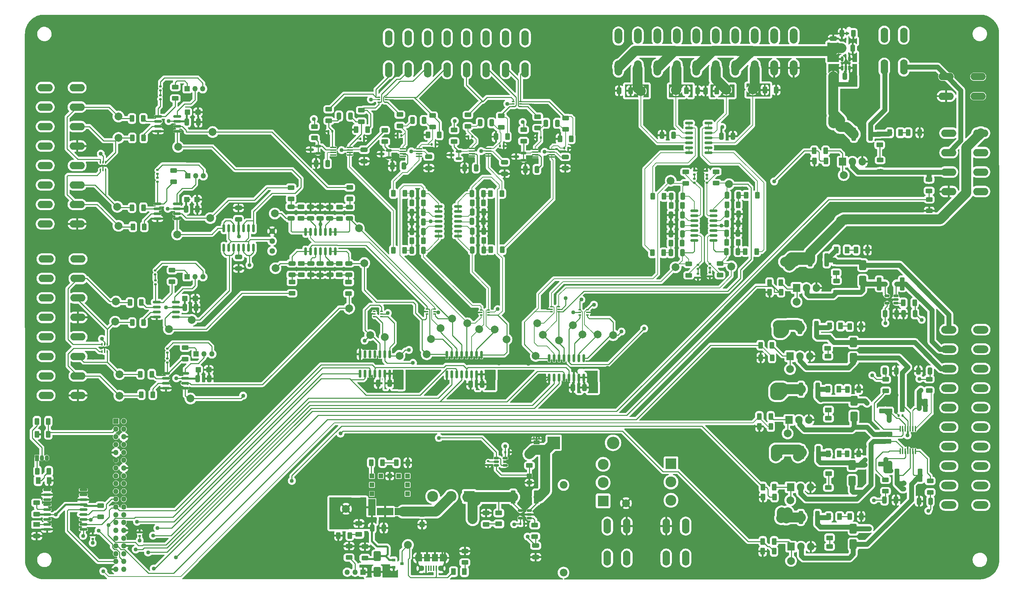
<source format=gtl>
G04 #@! TF.GenerationSoftware,KiCad,Pcbnew,7.0.10*
G04 #@! TF.CreationDate,2024-12-17T12:16:57-06:00*
G04 #@! TF.ProjectId,karca_v2,6b617263-615f-4763-922e-6b696361645f,rev?*
G04 #@! TF.SameCoordinates,Original*
G04 #@! TF.FileFunction,Copper,L1,Top*
G04 #@! TF.FilePolarity,Positive*
%FSLAX46Y46*%
G04 Gerber Fmt 4.6, Leading zero omitted, Abs format (unit mm)*
G04 Created by KiCad (PCBNEW 7.0.10) date 2024-12-17 12:16:57*
%MOMM*%
%LPD*%
G01*
G04 APERTURE LIST*
G04 Aperture macros list*
%AMRoundRect*
0 Rectangle with rounded corners*
0 $1 Rounding radius*
0 $2 $3 $4 $5 $6 $7 $8 $9 X,Y pos of 4 corners*
0 Add a 4 corners polygon primitive as box body*
4,1,4,$2,$3,$4,$5,$6,$7,$8,$9,$2,$3,0*
0 Add four circle primitives for the rounded corners*
1,1,$1+$1,$2,$3*
1,1,$1+$1,$4,$5*
1,1,$1+$1,$6,$7*
1,1,$1+$1,$8,$9*
0 Add four rect primitives between the rounded corners*
20,1,$1+$1,$2,$3,$4,$5,0*
20,1,$1+$1,$4,$5,$6,$7,0*
20,1,$1+$1,$6,$7,$8,$9,0*
20,1,$1+$1,$8,$9,$2,$3,0*%
G04 Aperture macros list end*
G04 #@! TA.AperFunction,SMDPad,CuDef*
%ADD10RoundRect,0.250000X0.312500X0.625000X-0.312500X0.625000X-0.312500X-0.625000X0.312500X-0.625000X0*%
G04 #@! TD*
G04 #@! TA.AperFunction,SMDPad,CuDef*
%ADD11RoundRect,0.250000X0.625000X-0.312500X0.625000X0.312500X-0.625000X0.312500X-0.625000X-0.312500X0*%
G04 #@! TD*
G04 #@! TA.AperFunction,SMDPad,CuDef*
%ADD12RoundRect,0.250000X0.325000X0.650000X-0.325000X0.650000X-0.325000X-0.650000X0.325000X-0.650000X0*%
G04 #@! TD*
G04 #@! TA.AperFunction,SMDPad,CuDef*
%ADD13C,2.000000*%
G04 #@! TD*
G04 #@! TA.AperFunction,SMDPad,CuDef*
%ADD14RoundRect,0.250000X-0.312500X-0.625000X0.312500X-0.625000X0.312500X0.625000X-0.312500X0.625000X0*%
G04 #@! TD*
G04 #@! TA.AperFunction,SMDPad,CuDef*
%ADD15RoundRect,0.150000X0.587500X0.150000X-0.587500X0.150000X-0.587500X-0.150000X0.587500X-0.150000X0*%
G04 #@! TD*
G04 #@! TA.AperFunction,ComponentPad*
%ADD16R,1.350000X1.350000*%
G04 #@! TD*
G04 #@! TA.AperFunction,ComponentPad*
%ADD17O,1.350000X1.350000*%
G04 #@! TD*
G04 #@! TA.AperFunction,SMDPad,CuDef*
%ADD18RoundRect,0.250000X-0.325000X-0.650000X0.325000X-0.650000X0.325000X0.650000X-0.325000X0.650000X0*%
G04 #@! TD*
G04 #@! TA.AperFunction,SMDPad,CuDef*
%ADD19RoundRect,0.135000X-0.185000X0.135000X-0.185000X-0.135000X0.185000X-0.135000X0.185000X0.135000X0*%
G04 #@! TD*
G04 #@! TA.AperFunction,SMDPad,CuDef*
%ADD20RoundRect,0.250000X0.375000X0.625000X-0.375000X0.625000X-0.375000X-0.625000X0.375000X-0.625000X0*%
G04 #@! TD*
G04 #@! TA.AperFunction,SMDPad,CuDef*
%ADD21RoundRect,0.150000X-0.825000X-0.150000X0.825000X-0.150000X0.825000X0.150000X-0.825000X0.150000X0*%
G04 #@! TD*
G04 #@! TA.AperFunction,SMDPad,CuDef*
%ADD22RoundRect,0.100000X-0.712500X-0.100000X0.712500X-0.100000X0.712500X0.100000X-0.712500X0.100000X0*%
G04 #@! TD*
G04 #@! TA.AperFunction,SMDPad,CuDef*
%ADD23RoundRect,0.150000X0.825000X0.150000X-0.825000X0.150000X-0.825000X-0.150000X0.825000X-0.150000X0*%
G04 #@! TD*
G04 #@! TA.AperFunction,SMDPad,CuDef*
%ADD24R,0.650000X0.400000*%
G04 #@! TD*
G04 #@! TA.AperFunction,SMDPad,CuDef*
%ADD25RoundRect,0.250000X-0.650000X0.325000X-0.650000X-0.325000X0.650000X-0.325000X0.650000X0.325000X0*%
G04 #@! TD*
G04 #@! TA.AperFunction,SMDPad,CuDef*
%ADD26RoundRect,0.150000X-0.150000X0.825000X-0.150000X-0.825000X0.150000X-0.825000X0.150000X0.825000X0*%
G04 #@! TD*
G04 #@! TA.AperFunction,ComponentPad*
%ADD27R,2.775000X2.775000*%
G04 #@! TD*
G04 #@! TA.AperFunction,ComponentPad*
%ADD28C,2.775000*%
G04 #@! TD*
G04 #@! TA.AperFunction,SMDPad,CuDef*
%ADD29RoundRect,0.250000X-0.650000X1.000000X-0.650000X-1.000000X0.650000X-1.000000X0.650000X1.000000X0*%
G04 #@! TD*
G04 #@! TA.AperFunction,SMDPad,CuDef*
%ADD30RoundRect,0.250000X-0.625000X0.312500X-0.625000X-0.312500X0.625000X-0.312500X0.625000X0.312500X0*%
G04 #@! TD*
G04 #@! TA.AperFunction,SMDPad,CuDef*
%ADD31RoundRect,0.250000X0.650000X-0.325000X0.650000X0.325000X-0.650000X0.325000X-0.650000X-0.325000X0*%
G04 #@! TD*
G04 #@! TA.AperFunction,SMDPad,CuDef*
%ADD32RoundRect,0.250000X-0.312500X-1.450000X0.312500X-1.450000X0.312500X1.450000X-0.312500X1.450000X0*%
G04 #@! TD*
G04 #@! TA.AperFunction,SMDPad,CuDef*
%ADD33RoundRect,0.135000X0.185000X-0.135000X0.185000X0.135000X-0.185000X0.135000X-0.185000X-0.135000X0*%
G04 #@! TD*
G04 #@! TA.AperFunction,SMDPad,CuDef*
%ADD34RoundRect,0.250000X0.362500X1.425000X-0.362500X1.425000X-0.362500X-1.425000X0.362500X-1.425000X0*%
G04 #@! TD*
G04 #@! TA.AperFunction,ComponentPad*
%ADD35R,3.200000X3.200000*%
G04 #@! TD*
G04 #@! TA.AperFunction,ComponentPad*
%ADD36O,3.200000X3.200000*%
G04 #@! TD*
G04 #@! TA.AperFunction,SMDPad,CuDef*
%ADD37RoundRect,0.250000X0.450000X0.425000X-0.450000X0.425000X-0.450000X-0.425000X0.450000X-0.425000X0*%
G04 #@! TD*
G04 #@! TA.AperFunction,SMDPad,CuDef*
%ADD38RoundRect,0.250000X0.625000X-0.375000X0.625000X0.375000X-0.625000X0.375000X-0.625000X-0.375000X0*%
G04 #@! TD*
G04 #@! TA.AperFunction,SMDPad,CuDef*
%ADD39RoundRect,0.150000X0.512500X0.150000X-0.512500X0.150000X-0.512500X-0.150000X0.512500X-0.150000X0*%
G04 #@! TD*
G04 #@! TA.AperFunction,SMDPad,CuDef*
%ADD40R,1.143000X1.143000*%
G04 #@! TD*
G04 #@! TA.AperFunction,SMDPad,CuDef*
%ADD41R,4.191000X1.905000*%
G04 #@! TD*
G04 #@! TA.AperFunction,SMDPad,CuDef*
%ADD42R,1.905000X4.191000*%
G04 #@! TD*
G04 #@! TA.AperFunction,SMDPad,CuDef*
%ADD43RoundRect,0.250000X0.650000X-1.000000X0.650000X1.000000X-0.650000X1.000000X-0.650000X-1.000000X0*%
G04 #@! TD*
G04 #@! TA.AperFunction,SMDPad,CuDef*
%ADD44R,0.400000X0.650000*%
G04 #@! TD*
G04 #@! TA.AperFunction,ComponentPad*
%ADD45O,1.930400X3.860800*%
G04 #@! TD*
G04 #@! TA.AperFunction,SMDPad,CuDef*
%ADD46RoundRect,0.140000X0.140000X0.170000X-0.140000X0.170000X-0.140000X-0.170000X0.140000X-0.170000X0*%
G04 #@! TD*
G04 #@! TA.AperFunction,ComponentPad*
%ADD47O,1.950000X3.900000*%
G04 #@! TD*
G04 #@! TA.AperFunction,ComponentPad*
%ADD48C,1.440000*%
G04 #@! TD*
G04 #@! TA.AperFunction,ComponentPad*
%ADD49O,3.860800X1.930400*%
G04 #@! TD*
G04 #@! TA.AperFunction,SMDPad,CuDef*
%ADD50R,0.900000X0.800000*%
G04 #@! TD*
G04 #@! TA.AperFunction,ComponentPad*
%ADD51R,1.905000X2.000000*%
G04 #@! TD*
G04 #@! TA.AperFunction,ComponentPad*
%ADD52O,1.905000X2.000000*%
G04 #@! TD*
G04 #@! TA.AperFunction,SMDPad,CuDef*
%ADD53RoundRect,0.100000X-0.100000X0.637500X-0.100000X-0.637500X0.100000X-0.637500X0.100000X0.637500X0*%
G04 #@! TD*
G04 #@! TA.AperFunction,SMDPad,CuDef*
%ADD54RoundRect,0.093750X-0.106250X0.093750X-0.106250X-0.093750X0.106250X-0.093750X0.106250X0.093750X0*%
G04 #@! TD*
G04 #@! TA.AperFunction,SMDPad,CuDef*
%ADD55R,1.600000X1.000000*%
G04 #@! TD*
G04 #@! TA.AperFunction,SMDPad,CuDef*
%ADD56R,1.800000X1.150000*%
G04 #@! TD*
G04 #@! TA.AperFunction,SMDPad,CuDef*
%ADD57RoundRect,0.150000X-0.512500X-0.150000X0.512500X-0.150000X0.512500X0.150000X-0.512500X0.150000X0*%
G04 #@! TD*
G04 #@! TA.AperFunction,SMDPad,CuDef*
%ADD58RoundRect,0.140000X-0.140000X-0.170000X0.140000X-0.170000X0.140000X0.170000X-0.140000X0.170000X0*%
G04 #@! TD*
G04 #@! TA.AperFunction,SMDPad,CuDef*
%ADD59RoundRect,0.150000X0.150000X-0.512500X0.150000X0.512500X-0.150000X0.512500X-0.150000X-0.512500X0*%
G04 #@! TD*
G04 #@! TA.AperFunction,SMDPad,CuDef*
%ADD60RoundRect,0.150000X-0.875000X-0.150000X0.875000X-0.150000X0.875000X0.150000X-0.875000X0.150000X0*%
G04 #@! TD*
G04 #@! TA.AperFunction,SMDPad,CuDef*
%ADD61RoundRect,0.250000X1.425000X-0.362500X1.425000X0.362500X-1.425000X0.362500X-1.425000X-0.362500X0*%
G04 #@! TD*
G04 #@! TA.AperFunction,SMDPad,CuDef*
%ADD62RoundRect,0.250000X-0.425000X0.450000X-0.425000X-0.450000X0.425000X-0.450000X0.425000X0.450000X0*%
G04 #@! TD*
G04 #@! TA.AperFunction,SMDPad,CuDef*
%ADD63RoundRect,0.140000X-0.170000X0.140000X-0.170000X-0.140000X0.170000X-0.140000X0.170000X0.140000X0*%
G04 #@! TD*
G04 #@! TA.AperFunction,ComponentPad*
%ADD64C,1.980000*%
G04 #@! TD*
G04 #@! TA.AperFunction,ComponentPad*
%ADD65R,1.050000X1.500000*%
G04 #@! TD*
G04 #@! TA.AperFunction,ComponentPad*
%ADD66O,1.050000X1.500000*%
G04 #@! TD*
G04 #@! TA.AperFunction,ComponentPad*
%ADD67O,3.900000X1.950000*%
G04 #@! TD*
G04 #@! TA.AperFunction,SMDPad,CuDef*
%ADD68RoundRect,0.250000X-0.362500X-1.425000X0.362500X-1.425000X0.362500X1.425000X-0.362500X1.425000X0*%
G04 #@! TD*
G04 #@! TA.AperFunction,SMDPad,CuDef*
%ADD69RoundRect,0.140000X0.170000X-0.140000X0.170000X0.140000X-0.170000X0.140000X-0.170000X-0.140000X0*%
G04 #@! TD*
G04 #@! TA.AperFunction,SMDPad,CuDef*
%ADD70R,0.400000X1.350000*%
G04 #@! TD*
G04 #@! TA.AperFunction,ComponentPad*
%ADD71O,1.200000X1.900000*%
G04 #@! TD*
G04 #@! TA.AperFunction,SMDPad,CuDef*
%ADD72R,1.200000X1.900000*%
G04 #@! TD*
G04 #@! TA.AperFunction,ComponentPad*
%ADD73C,1.450000*%
G04 #@! TD*
G04 #@! TA.AperFunction,SMDPad,CuDef*
%ADD74R,1.500000X1.900000*%
G04 #@! TD*
G04 #@! TA.AperFunction,SMDPad,CuDef*
%ADD75RoundRect,0.250000X-1.425000X0.362500X-1.425000X-0.362500X1.425000X-0.362500X1.425000X0.362500X0*%
G04 #@! TD*
G04 #@! TA.AperFunction,SMDPad,CuDef*
%ADD76RoundRect,0.250000X-0.450000X0.262500X-0.450000X-0.262500X0.450000X-0.262500X0.450000X0.262500X0*%
G04 #@! TD*
G04 #@! TA.AperFunction,ViaPad*
%ADD77C,1.016000*%
G04 #@! TD*
G04 #@! TA.AperFunction,Conductor*
%ADD78C,2.540000*%
G04 #@! TD*
G04 #@! TA.AperFunction,Conductor*
%ADD79C,0.254000*%
G04 #@! TD*
G04 #@! TA.AperFunction,Conductor*
%ADD80C,0.200000*%
G04 #@! TD*
G04 #@! TA.AperFunction,Conductor*
%ADD81C,0.508000*%
G04 #@! TD*
G04 #@! TA.AperFunction,Conductor*
%ADD82C,0.174600*%
G04 #@! TD*
G04 #@! TA.AperFunction,Conductor*
%ADD83C,1.270000*%
G04 #@! TD*
G04 APERTURE END LIST*
D10*
X61340000Y-120493800D03*
X58415000Y-120493800D03*
D11*
X69011800Y-84317300D03*
X69011800Y-81392300D03*
D12*
X150629500Y-69173300D03*
X147679500Y-69173300D03*
D13*
X151441900Y-122250200D03*
D14*
X196703800Y-90424000D03*
X199628800Y-90424000D03*
X125425800Y-87304000D03*
X128350800Y-87304000D03*
D13*
X177857900Y-123545600D03*
D15*
X106093500Y-77023000D03*
X106093500Y-75123000D03*
X104218500Y-76073000D03*
D16*
X54254400Y-145792400D03*
D17*
X56254400Y-145792400D03*
X54254400Y-147792400D03*
X56254400Y-147792400D03*
X54254400Y-149792400D03*
X56254400Y-149792400D03*
X54254400Y-151792400D03*
X56254400Y-151792400D03*
X54254400Y-153792400D03*
X56254400Y-153792400D03*
X54254400Y-155792400D03*
X56254400Y-155792400D03*
X54254400Y-157792400D03*
X56254400Y-157792400D03*
X54254400Y-159792400D03*
X56254400Y-159792400D03*
X54254400Y-161792400D03*
X56254400Y-161792400D03*
X54254400Y-163792400D03*
X56254400Y-163792400D03*
X54254400Y-165792400D03*
X56254400Y-165792400D03*
X54254400Y-167792400D03*
X56254400Y-167792400D03*
X54254400Y-169792400D03*
X56254400Y-169792400D03*
X54254400Y-171792400D03*
X56254400Y-171792400D03*
X54254400Y-173792400D03*
X56254400Y-173792400D03*
X54254400Y-175792400D03*
X56254400Y-175792400D03*
X54254400Y-177792400D03*
X56254400Y-177792400D03*
X54254400Y-179792400D03*
X56254400Y-179792400D03*
X54254400Y-181792400D03*
X56254400Y-181792400D03*
X54254400Y-183792400D03*
X56254400Y-183792400D03*
D11*
X141005400Y-73983400D03*
X141005400Y-71058400D03*
D18*
X105586000Y-79629000D03*
X108536000Y-79629000D03*
D13*
X95178000Y-106513600D03*
D10*
X222269000Y-147142200D03*
X219344000Y-147142200D03*
D19*
X202666600Y-83564000D03*
X202666600Y-84584000D03*
D13*
X145761383Y-170942000D03*
D11*
X111586400Y-93752100D03*
X111586400Y-90827100D03*
D13*
X154439100Y-124764800D03*
D20*
X241862800Y-101800200D03*
X239062800Y-101800200D03*
D21*
X67084400Y-133527800D03*
X67084400Y-134797800D03*
X67084400Y-136067800D03*
X67084400Y-137337800D03*
X72034400Y-137337800D03*
X72034400Y-136067800D03*
X72034400Y-134797800D03*
X72034400Y-133527800D03*
D10*
X223092500Y-179174400D03*
X220167500Y-179174400D03*
D22*
X110009500Y-75508600D03*
X110009500Y-76158600D03*
X110009500Y-76808600D03*
X110009500Y-77458600D03*
X114234500Y-77458600D03*
X114234500Y-76808600D03*
X114234500Y-76158600D03*
X114234500Y-75508600D03*
D23*
X207579000Y-99390200D03*
X207579000Y-98120200D03*
X207579000Y-96850200D03*
X207579000Y-95580200D03*
X207579000Y-94310200D03*
X207579000Y-93040200D03*
X207579000Y-91770200D03*
X202629000Y-91770200D03*
X202629000Y-93040200D03*
X202629000Y-94310200D03*
X202629000Y-95580200D03*
X202629000Y-96850200D03*
X202629000Y-98120200D03*
X202629000Y-99390200D03*
D10*
X37022500Y-158623000D03*
X34097500Y-158623000D03*
D24*
X123571000Y-63906400D03*
X123571000Y-63256400D03*
X123571000Y-62606400D03*
X121671000Y-62606400D03*
X121671000Y-63256400D03*
X121671000Y-63906400D03*
D25*
X106658800Y-90763800D03*
X106658800Y-93713800D03*
D13*
X228858000Y-115139000D03*
D14*
X134306900Y-72292600D03*
X137231900Y-72292600D03*
D26*
X89549200Y-96277400D03*
X88279200Y-96277400D03*
X87009200Y-96277400D03*
X85739200Y-96277400D03*
X84469200Y-96277400D03*
X83199200Y-96277400D03*
X81929200Y-96277400D03*
X81929200Y-101227400D03*
X83199200Y-101227400D03*
X84469200Y-101227400D03*
X85739200Y-101227400D03*
X87009200Y-101227400D03*
X88279200Y-101227400D03*
X89549200Y-101227400D03*
X174283600Y-129609100D03*
X173013600Y-129609100D03*
X171743600Y-129609100D03*
X170473600Y-129609100D03*
X169203600Y-129609100D03*
X167933600Y-129609100D03*
X166663600Y-129609100D03*
X165393600Y-129609100D03*
X165393600Y-134559100D03*
X166663600Y-134559100D03*
X167933600Y-134559100D03*
X169203600Y-134559100D03*
X170473600Y-134559100D03*
X171743600Y-134559100D03*
X173013600Y-134559100D03*
X174283600Y-134559100D03*
D27*
X144907000Y-165100000D03*
D28*
X140207000Y-165100000D03*
X135507000Y-165100000D03*
D29*
X243154200Y-157080200D03*
X243154200Y-161080200D03*
D13*
X212151000Y-106045000D03*
D14*
X221934500Y-110211400D03*
X224859500Y-110211400D03*
D30*
X111561000Y-105269000D03*
X111561000Y-108194000D03*
D14*
X200579300Y-60960000D03*
X203504300Y-60960000D03*
D11*
X262894300Y-137911300D03*
X262894300Y-134986300D03*
D13*
X167926500Y-125069600D03*
D31*
X117932200Y-79046600D03*
X117932200Y-76096600D03*
D13*
X227258100Y-166065200D03*
D18*
X209599000Y-72644000D03*
X212549000Y-72644000D03*
D16*
X117602000Y-184531000D03*
D17*
X115602000Y-184531000D03*
X113602000Y-184531000D03*
D10*
X148585700Y-99419800D03*
X145660700Y-99419800D03*
D12*
X148185400Y-136278100D03*
X145235400Y-136278100D03*
D21*
X64708000Y-115189000D03*
X64708000Y-116459000D03*
X64708000Y-117729000D03*
X64708000Y-118999000D03*
X69658000Y-118999000D03*
X69658000Y-117729000D03*
X69658000Y-116459000D03*
X69658000Y-115189000D03*
D22*
X127843900Y-75838800D03*
X127843900Y-76488800D03*
X127843900Y-77138800D03*
X127843900Y-77788800D03*
X132068900Y-77788800D03*
X132068900Y-77138800D03*
X132068900Y-76488800D03*
X132068900Y-75838800D03*
D19*
X205841600Y-83564000D03*
X205841600Y-84584000D03*
D25*
X109122600Y-90789200D03*
X109122600Y-93739200D03*
D24*
X134083500Y-117002800D03*
X134083500Y-117652800D03*
X134083500Y-118302800D03*
X135983500Y-118302800D03*
X135983500Y-117652800D03*
X135983500Y-117002800D03*
D32*
X243572600Y-72113600D03*
X247847600Y-72113600D03*
D24*
X175201100Y-118480600D03*
X175201100Y-117830600D03*
X175201100Y-117180600D03*
X173301100Y-117180600D03*
X173301100Y-117830600D03*
X173301100Y-118480600D03*
D33*
X206613800Y-106430000D03*
X206613800Y-105410000D03*
D13*
X226572300Y-148920200D03*
D34*
X162093500Y-165227000D03*
X156168500Y-165227000D03*
D35*
X166544800Y-151332200D03*
D36*
X181784800Y-151332200D03*
D11*
X143764000Y-182056500D03*
X143764000Y-179131500D03*
D10*
X208431900Y-61010800D03*
X205506900Y-61010800D03*
D37*
X75289400Y-66421000D03*
X72589400Y-66421000D03*
D38*
X239043400Y-107696000D03*
X239043400Y-104896000D03*
D18*
X251614600Y-118208600D03*
X254564600Y-118208600D03*
D30*
X101832800Y-105279700D03*
X101832800Y-108204700D03*
X153111200Y-67396900D03*
X153111200Y-70321900D03*
D13*
X240969800Y-82588900D03*
D11*
X114228000Y-88708200D03*
X114228000Y-85783200D03*
D12*
X133104200Y-92180800D03*
X130154200Y-92180800D03*
D39*
X160266183Y-170653400D03*
X160266183Y-169703400D03*
X160266183Y-168753400D03*
X157991183Y-168753400D03*
X157991183Y-170653400D03*
D27*
X179244800Y-166249400D03*
D28*
X179244800Y-161549400D03*
X179244800Y-156849400D03*
D13*
X123197100Y-124180600D03*
D18*
X130177300Y-94629000D03*
X133127300Y-94629000D03*
D40*
X129057000Y-164418800D03*
D41*
X127914000Y-168990800D03*
X123342000Y-168990800D03*
D42*
X119913000Y-167847800D03*
D40*
X119913000Y-164418800D03*
X119913000Y-159846800D03*
X124485000Y-159846800D03*
X126771000Y-159846800D03*
X129057000Y-159846800D03*
X129057000Y-162132800D03*
X119913000Y-162132800D03*
X122199000Y-159846800D03*
D43*
X121272800Y-184448000D03*
X121272800Y-180448000D03*
D44*
X50277000Y-81239400D03*
X50927000Y-81239400D03*
X51577000Y-81239400D03*
X51577000Y-79339400D03*
X50927000Y-79339400D03*
X50277000Y-79339400D03*
D45*
X124220000Y-55571000D03*
X129220000Y-55571000D03*
X134220000Y-55571000D03*
X139220000Y-55571000D03*
X144220000Y-55571000D03*
X149220000Y-55571000D03*
X154220000Y-55571000D03*
X159220000Y-55571000D03*
X124220000Y-47371000D03*
X129220000Y-47371000D03*
X134220000Y-47371000D03*
X139220000Y-47371000D03*
X144220000Y-47371000D03*
X149220000Y-47371000D03*
X154220000Y-47371000D03*
X159220000Y-47371000D03*
D13*
X54238700Y-115058200D03*
D11*
X201203600Y-108335000D03*
X201203600Y-105410000D03*
D30*
X236902800Y-129118900D03*
X236902800Y-132043900D03*
D18*
X210877400Y-102235000D03*
X213827400Y-102235000D03*
D30*
X251692900Y-160818100D03*
X251692900Y-163743100D03*
X237341900Y-177960500D03*
X237341900Y-180885500D03*
D13*
X210830200Y-60709000D03*
D14*
X151756700Y-72749800D03*
X154681700Y-72749800D03*
D16*
X72517000Y-60452000D03*
D17*
X74517000Y-60452000D03*
X76517000Y-60452000D03*
D32*
X229710700Y-121694200D03*
X233985700Y-121694200D03*
D26*
X148056600Y-128785100D03*
X146786600Y-128785100D03*
X145516600Y-128785100D03*
X144246600Y-128785100D03*
X142976600Y-128785100D03*
X141706600Y-128785100D03*
X140436600Y-128785100D03*
X139166600Y-128785100D03*
X139166600Y-133735100D03*
X140436600Y-133735100D03*
X141706600Y-133735100D03*
X142976600Y-133735100D03*
X144246600Y-133735100D03*
X145516600Y-133735100D03*
X146786600Y-133735100D03*
X148056600Y-133735100D03*
D46*
X117885200Y-73334000D03*
X116925200Y-73334000D03*
D13*
X181794900Y-123698000D03*
D47*
X183163200Y-55113800D03*
X188163200Y-55113800D03*
X193163200Y-55113800D03*
X198163200Y-55113800D03*
X203163200Y-55113800D03*
X208163200Y-55113800D03*
X213163200Y-55113800D03*
X218163200Y-55113800D03*
X223163200Y-55113800D03*
X228163200Y-55113800D03*
X183163200Y-46913800D03*
X188163200Y-46913800D03*
X193163200Y-46913800D03*
X198163200Y-46913800D03*
X203163200Y-46913800D03*
X208163200Y-46913800D03*
X213163200Y-46913800D03*
X218163200Y-46913800D03*
X223163200Y-46913800D03*
X228163200Y-46913800D03*
D48*
X94314400Y-96988600D03*
X94314400Y-99528600D03*
X94314400Y-102068600D03*
D30*
X161698683Y-172449400D03*
X161698683Y-175374400D03*
D11*
X101756600Y-93675900D03*
X101756600Y-90750900D03*
D49*
X276124800Y-71822607D03*
X267924800Y-76822607D03*
X267924800Y-81822607D03*
X267924800Y-86822607D03*
X267924800Y-71822607D03*
X276124800Y-76822607D03*
X276124800Y-81822607D03*
X276124800Y-86822607D03*
D13*
X73710800Y-119786400D03*
D50*
X125492000Y-181422000D03*
X125492000Y-183322000D03*
X127592000Y-182372000D03*
D13*
X135084300Y-124688600D03*
D14*
X257515900Y-71717700D03*
X260440900Y-71717700D03*
D13*
X116586000Y-96266000D03*
D18*
X194359000Y-72390000D03*
X197309000Y-72390000D03*
D13*
X114071400Y-116814600D03*
D46*
X163240300Y-72938600D03*
X162280300Y-72938600D03*
D13*
X197901600Y-60807600D03*
D46*
X256029400Y-144348200D03*
X255069400Y-144348200D03*
D44*
X50683400Y-127924600D03*
X51333400Y-127924600D03*
X51983400Y-127924600D03*
X51983400Y-126024600D03*
X51333400Y-126024600D03*
X50683400Y-126024600D03*
D51*
X240665000Y-79177000D03*
D52*
X243205000Y-79177000D03*
X245745000Y-79177000D03*
D34*
X260569300Y-159689800D03*
X254644300Y-159689800D03*
D33*
X64287400Y-108081000D03*
X64287400Y-107061000D03*
D32*
X232333900Y-104365600D03*
X236608900Y-104365600D03*
D11*
X68656200Y-109945900D03*
X68656200Y-107020900D03*
D32*
X230018500Y-137591800D03*
X234293500Y-137591800D03*
D31*
X153924000Y-82247000D03*
X153924000Y-79297000D03*
D53*
X259332500Y-147759500D03*
X258682500Y-147759500D03*
X258032500Y-147759500D03*
X257382500Y-147759500D03*
X256732500Y-147759500D03*
X256082500Y-147759500D03*
X255432500Y-147759500D03*
X255432500Y-153484500D03*
X256082500Y-153484500D03*
X256732500Y-153484500D03*
X257382500Y-153484500D03*
X258032500Y-153484500D03*
X258682500Y-153484500D03*
X259332500Y-153484500D03*
D31*
X104220400Y-108217200D03*
X104220400Y-105267200D03*
D14*
X115891900Y-70921000D03*
X118816900Y-70921000D03*
D10*
X213867500Y-99872800D03*
X210942500Y-99872800D03*
D11*
X123225400Y-74019800D03*
X123225400Y-71094800D03*
D33*
X67437000Y-128145000D03*
X67437000Y-127125000D03*
X65633600Y-60835000D03*
X65633600Y-59815000D03*
D15*
X158798500Y-78801000D03*
X158798500Y-76901000D03*
X156923500Y-77851000D03*
D10*
X218820500Y-87807800D03*
X215895500Y-87807800D03*
D54*
X162792800Y-150347200D03*
X162142800Y-150347200D03*
X161492800Y-150347200D03*
X161492800Y-152122200D03*
X162142800Y-152122200D03*
X162792800Y-152122200D03*
D55*
X162142800Y-151234700D03*
D30*
X50292000Y-167447500D03*
X50292000Y-170372500D03*
D14*
X219318600Y-144576800D03*
X222243600Y-144576800D03*
D30*
X127086200Y-67056200D03*
X127086200Y-69981200D03*
D24*
X147926500Y-117206000D03*
X147926500Y-117856000D03*
X147926500Y-118506000D03*
X149826500Y-118506000D03*
X149826500Y-117856000D03*
X149826500Y-117206000D03*
D37*
X78058000Y-132537200D03*
X75358000Y-132537200D03*
D13*
X117961800Y-105192800D03*
D10*
X61294400Y-90994200D03*
X58369400Y-90994200D03*
D13*
X73355200Y-139954000D03*
D18*
X210904600Y-97485200D03*
X213854600Y-97485200D03*
D30*
X262864600Y-83729100D03*
X262864600Y-86654100D03*
D37*
X74603600Y-114274600D03*
X71903600Y-114274600D03*
D10*
X61279500Y-68072000D03*
X58354500Y-68072000D03*
D15*
X124254500Y-78166000D03*
X124254500Y-76266000D03*
X122379500Y-77216000D03*
D12*
X213883000Y-95097600D03*
X210933000Y-95097600D03*
D45*
X200427200Y-172703400D03*
X195427200Y-172703400D03*
X200427200Y-180903400D03*
X195427200Y-180903400D03*
D31*
X33914399Y-175261800D03*
D56*
X33914399Y-172311800D03*
D20*
X239932700Y-170284400D03*
X237132700Y-170284400D03*
D10*
X213943700Y-90246200D03*
X211018700Y-90246200D03*
D13*
X211516000Y-84937600D03*
D30*
X237042700Y-145040900D03*
X237042700Y-147965900D03*
D13*
X161957500Y-129006600D03*
X78439400Y-93661200D03*
D10*
X114238500Y-175133000D03*
X111313500Y-175133000D03*
D45*
X251371384Y-54883800D03*
X256371384Y-54883800D03*
X251371384Y-46683800D03*
X256371384Y-46683800D03*
D38*
X116576800Y-174832000D03*
X116576800Y-172032000D03*
D30*
X250311400Y-78753700D03*
X250311400Y-81678700D03*
D13*
X79049000Y-71537800D03*
D25*
X104195000Y-90763800D03*
X104195000Y-93713800D03*
D33*
X203540400Y-106682000D03*
X203540400Y-105662000D03*
D30*
X208239400Y-81733200D03*
X208239400Y-84658200D03*
D29*
X243611400Y-140570200D03*
X243611400Y-144570200D03*
D14*
X196616900Y-100076000D03*
X199541900Y-100076000D03*
D24*
X120487100Y-117597200D03*
X120487100Y-118247200D03*
X120487100Y-118897200D03*
X122387100Y-118897200D03*
X122387100Y-118247200D03*
X122387100Y-117597200D03*
D14*
X244159500Y-101851000D03*
X247084500Y-101851000D03*
D21*
X64900000Y-90017600D03*
X64900000Y-91287600D03*
X64900000Y-92557600D03*
X64900000Y-93827600D03*
X69850000Y-93827600D03*
X69850000Y-92557600D03*
X69850000Y-91287600D03*
X69850000Y-90017600D03*
D13*
X133992100Y-128574800D03*
D51*
X228854000Y-111562000D03*
D52*
X231394000Y-111562000D03*
X233934000Y-111562000D03*
D12*
X124468900Y-136067800D03*
X121518900Y-136067800D03*
D13*
X129159000Y-177546000D03*
D31*
X114151800Y-93739200D03*
X114151800Y-90789200D03*
D57*
X151835883Y-155234900D03*
X151835883Y-156184900D03*
X151835883Y-157134900D03*
X154110883Y-157134900D03*
X154110883Y-155234900D03*
D12*
X199554400Y-97713800D03*
X196604400Y-97713800D03*
D20*
X240157000Y-121335800D03*
X237357000Y-121335800D03*
D38*
X237341900Y-175723000D03*
X237341900Y-172923000D03*
D30*
X162455500Y-67615300D03*
X162455500Y-70540300D03*
D25*
X85678400Y-91017800D03*
X85678400Y-93967800D03*
D12*
X75367800Y-68972400D03*
X72417800Y-68972400D03*
D31*
X109148000Y-108219000D03*
X109148000Y-105269000D03*
D22*
X145544100Y-75788000D03*
X145544100Y-76438000D03*
X145544100Y-77088000D03*
X145544100Y-77738000D03*
X149769100Y-77738000D03*
X149769100Y-77088000D03*
X149769100Y-76438000D03*
X149769100Y-75788000D03*
D58*
X154093600Y-153722400D03*
X155053600Y-153722400D03*
D59*
X240538000Y-55107000D03*
X241488000Y-55107000D03*
X242438000Y-55107000D03*
X242438000Y-52832000D03*
X240538000Y-52832000D03*
D19*
X202666600Y-81405000D03*
X202666600Y-82425000D03*
D13*
X152552417Y-165344600D03*
D21*
X137039400Y-90631400D03*
X137039400Y-91901400D03*
X137039400Y-93171400D03*
X137039400Y-94441400D03*
X137039400Y-95711400D03*
X137039400Y-96981400D03*
X137039400Y-98251400D03*
X141989400Y-98251400D03*
X141989400Y-96981400D03*
X141989400Y-95711400D03*
X141989400Y-94441400D03*
X141989400Y-93171400D03*
X141989400Y-91901400D03*
X141989400Y-90631400D03*
D13*
X197825400Y-106262900D03*
D12*
X78206900Y-134844800D03*
X75256900Y-134844800D03*
X114383700Y-67456800D03*
X111433700Y-67456800D03*
D38*
X250209800Y-74834400D03*
X250209800Y-72034400D03*
X152476200Y-172138800D03*
X152476200Y-169338800D03*
D14*
X240370400Y-50057900D03*
X243295400Y-50057900D03*
D13*
X67843400Y-122123200D03*
D16*
X74835000Y-128524000D03*
D17*
X76835000Y-128524000D03*
X78835000Y-128524000D03*
D24*
X158064200Y-65013600D03*
X158064200Y-64363600D03*
X158064200Y-63713600D03*
X156164200Y-63713600D03*
X156164200Y-64363600D03*
X156164200Y-65013600D03*
D10*
X63438500Y-133727200D03*
X60513500Y-133727200D03*
D20*
X143640000Y-184404000D03*
X140840000Y-184404000D03*
D14*
X191943300Y-88061800D03*
X194868300Y-88061800D03*
D13*
X95000200Y-92467400D03*
D60*
X36581399Y-163423600D03*
X36581399Y-164693600D03*
X36581399Y-165963600D03*
X36581399Y-167233600D03*
X36581399Y-168503600D03*
X36581399Y-169773600D03*
X36581399Y-171043600D03*
X36581399Y-172313600D03*
X36581399Y-173583600D03*
X45881399Y-173583600D03*
X45881399Y-172313600D03*
X45881399Y-171043600D03*
X45881399Y-169773600D03*
X45881399Y-168503600D03*
X45881399Y-167233600D03*
X45881399Y-165963600D03*
X45881399Y-164693600D03*
X45881399Y-163423600D03*
D30*
X135493600Y-67310200D03*
X135493600Y-70235200D03*
D13*
X227461300Y-181638200D03*
D14*
X33970500Y-149127800D03*
X36895500Y-149127800D03*
D46*
X127462800Y-72445000D03*
X126502800Y-72445000D03*
D31*
X169526000Y-80879600D03*
X169526000Y-77929600D03*
D32*
X230217800Y-153847800D03*
X234492800Y-153847800D03*
D20*
X37087000Y-161036000D03*
X34287000Y-161036000D03*
D12*
X74830200Y-116586000D03*
X71880200Y-116586000D03*
D31*
X99140400Y-93677700D03*
X99140400Y-90727700D03*
D13*
X54897400Y-67561800D03*
D51*
X227330000Y-162743000D03*
D52*
X229870000Y-162743000D03*
X232410000Y-162743000D03*
D14*
X220192900Y-176659800D03*
X223117900Y-176659800D03*
D46*
X170260000Y-75670800D03*
X169300000Y-75670800D03*
D39*
X254354100Y-115501000D03*
X254354100Y-114551000D03*
X254354100Y-113601000D03*
X252079100Y-113601000D03*
X252079100Y-115501000D03*
D11*
X114046000Y-180786500D03*
X114046000Y-177861500D03*
D13*
X54897400Y-73061800D03*
X70184400Y-75347800D03*
D11*
X33888999Y-169635900D03*
X33888999Y-166710900D03*
D37*
X75086200Y-88900000D03*
X72386200Y-88900000D03*
D13*
X196580800Y-84048600D03*
D18*
X145612100Y-87354800D03*
X148562100Y-87354800D03*
D27*
X196645000Y-156687400D03*
D28*
X196645000Y-161387400D03*
X196645000Y-166087400D03*
D61*
X251714000Y-149054000D03*
X251714000Y-143129000D03*
D30*
X144557100Y-67162700D03*
X144557100Y-70087700D03*
D13*
X185112200Y-166826200D03*
X54904300Y-95617000D03*
D38*
X236852000Y-127028400D03*
X236852000Y-124228400D03*
D14*
X220721500Y-60756800D03*
X223646500Y-60756800D03*
D11*
X105161700Y-73084900D03*
X105161700Y-70159900D03*
D31*
X85725000Y-106582000D03*
X85725000Y-103632000D03*
D19*
X205841600Y-81532000D03*
X205841600Y-82552000D03*
D38*
X237113300Y-159251500D03*
X237113300Y-156451500D03*
D20*
X239808700Y-154127200D03*
X237008700Y-154127200D03*
D13*
X227200000Y-132413000D03*
D12*
X174463200Y-137127500D03*
X171513200Y-137127500D03*
D13*
X188910000Y-61064600D03*
D10*
X153274000Y-87329400D03*
X150349000Y-87329400D03*
D13*
X69930400Y-97826800D03*
D12*
X148541000Y-94488000D03*
X145591000Y-94488000D03*
D30*
X239119600Y-109761100D03*
X239119600Y-112686100D03*
D46*
X153743600Y-75184000D03*
X152783600Y-75184000D03*
D11*
X149250417Y-172268100D03*
X149250417Y-169343100D03*
D18*
X260272000Y-166319200D03*
X263222000Y-166319200D03*
D13*
X54035500Y-120239800D03*
D33*
X64871600Y-84330000D03*
X64871600Y-83310000D03*
D18*
X120004000Y-173203400D03*
X122954000Y-173203400D03*
D31*
X161924983Y-180681400D03*
X161924983Y-177731400D03*
D30*
X113948600Y-110069600D03*
X113948600Y-112994600D03*
D13*
X163760900Y-123571000D03*
D14*
X242501500Y-121488200D03*
X245426500Y-121488200D03*
D18*
X145648200Y-101807400D03*
X148598200Y-101807400D03*
D12*
X199554400Y-102554500D03*
X196604400Y-102554500D03*
D33*
X206603600Y-108587000D03*
X206603600Y-107567000D03*
D30*
X99419800Y-110029500D03*
X99419800Y-112954500D03*
X237032800Y-162824700D03*
X237032800Y-165749700D03*
D32*
X229967700Y-170459400D03*
X234242700Y-170459400D03*
D13*
X54599500Y-90740200D03*
D10*
X236387100Y-79007500D03*
X233462100Y-79007500D03*
D13*
X144406100Y-120650000D03*
D12*
X133127800Y-87329400D03*
X130177800Y-87329400D03*
D13*
X162338500Y-120650000D03*
D29*
X243430600Y-125558800D03*
X243430600Y-129558800D03*
D62*
X132816600Y-169617400D03*
X132816600Y-172317400D03*
D12*
X167511900Y-69306400D03*
X164561900Y-69306400D03*
D58*
X158016000Y-172135800D03*
X158976000Y-172135800D03*
D24*
X165970700Y-116408200D03*
X165970700Y-117058200D03*
X165970700Y-117708200D03*
X167870700Y-117708200D03*
X167870700Y-117058200D03*
X167870700Y-116408200D03*
D10*
X61523000Y-95871000D03*
X58598000Y-95871000D03*
D45*
X185318000Y-172703400D03*
X180318000Y-172703400D03*
X185318000Y-180903400D03*
X180318000Y-180903400D03*
D18*
X143686000Y-80772000D03*
X146636000Y-80772000D03*
D10*
X186268400Y-60960000D03*
X183343400Y-60960000D03*
D16*
X72549000Y-108712000D03*
D17*
X74549000Y-108712000D03*
X76549000Y-108712000D03*
D18*
X125144000Y-80264000D03*
X128094000Y-80264000D03*
D10*
X61359900Y-73061800D03*
X58434900Y-73061800D03*
D12*
X133155000Y-97057600D03*
X130205000Y-97057600D03*
D14*
X125416900Y-101909000D03*
X128341900Y-101909000D03*
X168165100Y-73283200D03*
X171090100Y-73283200D03*
D13*
X55120200Y-139227200D03*
D12*
X75162800Y-91349800D03*
X72212800Y-91349800D03*
D38*
X237042700Y-142903400D03*
X237042700Y-140103400D03*
D11*
X72009000Y-129859500D03*
X72009000Y-126934500D03*
D18*
X211031600Y-92633800D03*
X213981600Y-92633800D03*
D46*
X109728000Y-71374000D03*
X108768000Y-71374000D03*
D30*
X117201300Y-65943500D03*
X117201300Y-68868500D03*
D13*
X137522700Y-121894600D03*
D46*
X145646700Y-72703900D03*
X144686700Y-72703900D03*
D51*
X227203000Y-129088000D03*
D52*
X229743000Y-129088000D03*
X232283000Y-129088000D03*
D10*
X243447800Y-46247900D03*
X240522800Y-46247900D03*
X222591900Y-129517400D03*
X219666900Y-129517400D03*
D63*
X149722183Y-156060500D03*
X149722183Y-157020500D03*
D33*
X64871600Y-82298000D03*
X64871600Y-81278000D03*
D12*
X199656000Y-88061800D03*
X196706000Y-88061800D03*
D30*
X262915400Y-88845200D03*
X262915400Y-91770200D03*
D14*
X220228700Y-162687000D03*
X223153700Y-162687000D03*
D10*
X63692500Y-138963400D03*
X60767500Y-138963400D03*
D25*
X99394400Y-105267200D03*
X99394400Y-108217200D03*
D18*
X145648200Y-92130000D03*
X148598200Y-92130000D03*
D11*
X99191200Y-88748300D03*
X99191200Y-85823300D03*
D33*
X65633600Y-63121000D03*
X65633600Y-62101000D03*
D30*
X169643700Y-67945500D03*
X169643700Y-70870500D03*
D18*
X211020900Y-87807800D03*
X213970900Y-87807800D03*
D30*
X200416200Y-81798700D03*
X200416200Y-84723700D03*
D10*
X224884900Y-112649800D03*
X221959900Y-112649800D03*
D14*
X256235200Y-115417600D03*
X259160200Y-115417600D03*
X130192100Y-99496000D03*
X133117100Y-99496000D03*
D11*
X69469000Y-62930500D03*
X69469000Y-60005500D03*
D14*
X126208600Y-156464000D03*
X129133600Y-156464000D03*
D20*
X239732500Y-137591800D03*
X236932500Y-137591800D03*
D64*
X169084800Y-184654800D03*
X169084800Y-162154800D03*
D13*
X171457100Y-121132600D03*
D65*
X33959800Y-155223800D03*
D66*
X35229800Y-155223800D03*
X36499800Y-155223800D03*
D12*
X199605200Y-92837000D03*
X196655200Y-92837000D03*
D14*
X241899200Y-137617200D03*
X244824200Y-137617200D03*
D16*
X72676000Y-82804000D03*
D17*
X74676000Y-82804000D03*
X76676000Y-82804000D03*
D21*
X65038200Y-67513200D03*
X65038200Y-68783200D03*
X65038200Y-70053200D03*
X65038200Y-71323200D03*
X69988200Y-71323200D03*
X69988200Y-70053200D03*
X69988200Y-68783200D03*
X69988200Y-67513200D03*
D13*
X55120200Y-133727200D03*
D14*
X219622700Y-126291800D03*
X222547700Y-126291800D03*
D22*
X161871300Y-76037400D03*
X161871300Y-76687400D03*
X161871300Y-77337400D03*
X161871300Y-77987400D03*
X166096300Y-77987400D03*
X166096300Y-77337400D03*
X166096300Y-76687400D03*
X166096300Y-76037400D03*
D31*
X238302300Y-50542300D03*
X238302300Y-47592300D03*
D67*
X267948800Y-122298400D03*
X267948800Y-127298400D03*
X267948800Y-132298400D03*
X267948800Y-137298400D03*
X267948800Y-142298400D03*
X267948800Y-147298400D03*
X267948800Y-152298400D03*
X267948800Y-157298400D03*
X267948800Y-162298400D03*
X267948800Y-167298400D03*
X276148800Y-122298400D03*
X276148800Y-127298400D03*
X276148800Y-132298400D03*
X276148800Y-137298400D03*
X276148800Y-142298400D03*
X276148800Y-147298400D03*
X276148800Y-152298400D03*
X276148800Y-157298400D03*
X276148800Y-162298400D03*
X276148800Y-167298400D03*
D12*
X133155000Y-101883600D03*
X130205000Y-101883600D03*
X133285600Y-68584200D03*
X130335600Y-68584200D03*
D10*
X148560300Y-89717000D03*
X145635300Y-89717000D03*
D30*
X263144000Y-161122900D03*
X263144000Y-164047900D03*
D20*
X255527000Y-71732400D03*
X252727000Y-71732400D03*
D33*
X203555600Y-108970000D03*
X203555600Y-107950000D03*
D11*
X251739400Y-137972800D03*
X251739400Y-135047800D03*
D14*
X241873800Y-154127200D03*
X244798800Y-154127200D03*
D26*
X110519600Y-97220200D03*
X109249600Y-97220200D03*
X107979600Y-97220200D03*
X106709600Y-97220200D03*
X105439600Y-97220200D03*
X104169600Y-97220200D03*
X102899600Y-97220200D03*
X102899600Y-102170200D03*
X104169600Y-102170200D03*
X105439600Y-102170200D03*
X106709600Y-102170200D03*
X107979600Y-102170200D03*
X109249600Y-102170200D03*
X110519600Y-102170200D03*
D63*
X60325000Y-174272000D03*
X60325000Y-175232000D03*
D68*
X255990500Y-141732000D03*
X261915500Y-141732000D03*
D51*
X227457000Y-177983000D03*
D52*
X229997000Y-177983000D03*
X232537000Y-177983000D03*
D14*
X33970500Y-145837800D03*
X36895500Y-145837800D03*
D69*
X48260000Y-175994000D03*
X48260000Y-175034000D03*
D29*
X245839900Y-105718400D03*
X245839900Y-109718400D03*
D49*
X267263000Y-57340784D03*
X267263000Y-62340784D03*
X275463000Y-57340784D03*
X275463000Y-62340784D03*
X44520600Y-104142194D03*
X44520600Y-109142194D03*
X44520600Y-114142194D03*
X44520600Y-119142194D03*
X44520600Y-124142194D03*
X44520600Y-129142194D03*
X44520600Y-134142194D03*
X44520600Y-139142194D03*
X36320600Y-139142194D03*
X36320600Y-134142194D03*
X36320600Y-129142194D03*
X36320600Y-124142194D03*
X36320600Y-119142194D03*
X36320600Y-114142194D03*
X36320600Y-109142194D03*
X36320600Y-104142194D03*
D70*
X136398000Y-183570500D03*
X135748000Y-183570500D03*
X135098000Y-183570500D03*
X134448000Y-183570500D03*
X133798000Y-183570500D03*
D71*
X138598000Y-180870500D03*
D72*
X137998000Y-180870500D03*
D73*
X137598000Y-183570500D03*
D74*
X136098000Y-180870500D03*
X134098000Y-180870500D03*
D73*
X132598000Y-183570500D03*
D72*
X132198000Y-180870500D03*
D71*
X131598000Y-180870500D03*
D10*
X60771500Y-115312200D03*
X57846500Y-115312200D03*
X153360900Y-101756600D03*
X150435900Y-101756600D03*
D29*
X243408200Y-173387000D03*
X243408200Y-177387000D03*
D11*
X209230000Y-108269500D03*
X209230000Y-105344500D03*
D23*
X206244000Y-76849200D03*
X206244000Y-75579200D03*
X206244000Y-74309200D03*
X206244000Y-73039200D03*
X206244000Y-71769200D03*
X206244000Y-70499200D03*
X206244000Y-69229200D03*
X201294000Y-69229200D03*
X201294000Y-70499200D03*
X201294000Y-71769200D03*
X201294000Y-73039200D03*
X201294000Y-74309200D03*
X201294000Y-75579200D03*
X201294000Y-76849200D03*
D75*
X251515100Y-150900000D03*
X251515100Y-156825000D03*
D13*
X113274800Y-168275800D03*
D31*
X106654600Y-108231200D03*
X106654600Y-105281200D03*
D14*
X242534200Y-170233600D03*
X245459200Y-170233600D03*
D13*
X173946300Y-123469400D03*
D10*
X218642700Y-102235000D03*
X215717700Y-102235000D03*
D13*
X119463300Y-123672600D03*
D14*
X233411300Y-76391300D03*
X236336300Y-76391300D03*
D31*
X134499400Y-80803400D03*
X134499400Y-77853400D03*
D13*
X140519900Y-119430800D03*
D51*
X226949000Y-145471000D03*
D52*
X229489000Y-145471000D03*
X232029000Y-145471000D03*
D30*
X160339383Y-154239800D03*
X160339383Y-157164800D03*
D14*
X119711700Y-156439400D03*
X122636700Y-156439400D03*
D15*
X142161500Y-78420000D03*
X142161500Y-76520000D03*
X140286500Y-77470000D03*
D18*
X196619600Y-95250000D03*
X199569600Y-95250000D03*
D10*
X223204500Y-165252400D03*
X220279500Y-165252400D03*
D68*
X250079600Y-110514000D03*
X256004600Y-110514000D03*
D26*
X124467100Y-128600200D03*
X123197100Y-128600200D03*
X121927100Y-128600200D03*
X120657100Y-128600200D03*
X119387100Y-128600200D03*
X118117100Y-128600200D03*
X116847100Y-128600200D03*
X116847100Y-133550200D03*
X118117100Y-133550200D03*
X119387100Y-133550200D03*
X120657100Y-133550200D03*
X121927100Y-133550200D03*
X123197100Y-133550200D03*
X124467100Y-133550200D03*
D13*
X217637400Y-60607400D03*
D12*
X254459000Y-132867400D03*
X251509000Y-132867400D03*
D33*
X67411600Y-130685000D03*
X67411600Y-129665000D03*
D13*
X147454100Y-122174000D03*
D25*
X113974000Y-105269000D03*
X113974000Y-108219000D03*
D49*
X44293400Y-60144600D03*
X44293400Y-65144600D03*
X44293400Y-70144600D03*
X44293400Y-75144600D03*
X44293400Y-80144600D03*
X44293400Y-85144600D03*
X44293400Y-90144600D03*
X44293400Y-95144600D03*
X36093400Y-60144600D03*
X36093400Y-65144600D03*
X36093400Y-70144600D03*
X36093400Y-75144600D03*
X36093400Y-80144600D03*
X36093400Y-85144600D03*
X36093400Y-90144600D03*
X36093400Y-95144600D03*
D18*
X256313600Y-118186200D03*
X259263600Y-118186200D03*
D14*
X130166700Y-89767800D03*
X133091700Y-89767800D03*
D30*
X108844700Y-65714900D03*
X108844700Y-68639900D03*
D18*
X260123900Y-132892800D03*
X263073900Y-132892800D03*
D13*
X127008100Y-128981200D03*
D11*
X158827600Y-73887900D03*
X158827600Y-70962900D03*
D76*
X160339383Y-159742500D03*
X160339383Y-161567500D03*
D46*
X136224000Y-74705600D03*
X135264000Y-74705600D03*
D18*
X238300500Y-57246100D03*
X241250500Y-57246100D03*
D12*
X254387100Y-166014400D03*
X251437100Y-166014400D03*
D11*
X118110000Y-180913500D03*
X118110000Y-177988500D03*
D33*
X64363600Y-110619000D03*
X64363600Y-109599000D03*
D18*
X159307000Y-81153000D03*
X162257000Y-81153000D03*
D14*
X191854200Y-102554500D03*
X194779200Y-102554500D03*
D18*
X145648200Y-97006800D03*
X148598200Y-97006800D03*
D77*
X241503200Y-94005400D03*
X226491800Y-121081800D03*
X238252000Y-68072000D03*
X225907600Y-104851200D03*
X227025200Y-105867200D03*
X224028000Y-121158000D03*
X224764612Y-154813000D03*
X238379000Y-69342000D03*
X225653600Y-122555000D03*
X224205800Y-123164600D03*
X227533246Y-103733646D03*
X224917000Y-170688000D03*
X226237800Y-170789600D03*
X240106200Y-68529200D03*
X228498400Y-104800400D03*
X226568000Y-169164000D03*
X240030000Y-70231000D03*
X224815388Y-153034988D03*
X223393000Y-139065000D03*
X223520000Y-154813000D03*
X225374209Y-137160009D03*
X225044000Y-169164000D03*
X240207800Y-94361000D03*
X223520000Y-153035000D03*
X224663000Y-139065000D03*
X223647000Y-137160000D03*
X190398400Y-167614600D03*
X101727000Y-69977000D03*
X68656200Y-154965400D03*
X214960200Y-86029800D03*
X134569200Y-63423800D03*
X150520400Y-64135000D03*
X91313000Y-111480600D03*
X40640000Y-170180000D03*
X220903800Y-152527000D03*
X121081800Y-71374000D03*
X205917800Y-136931400D03*
X172821600Y-142062200D03*
X164719000Y-81534000D03*
X254101600Y-73863200D03*
X274447000Y-114401600D03*
X139573000Y-113157000D03*
X119456200Y-48361600D03*
X81330800Y-86487000D03*
X194589400Y-90195400D03*
X104114600Y-63423800D03*
X68503800Y-139573000D03*
X261670800Y-63550800D03*
X246481600Y-90043000D03*
X42037000Y-161544000D03*
X101473000Y-112395000D03*
X180162200Y-113715800D03*
X88950800Y-63449200D03*
X223443800Y-81178400D03*
X96570800Y-48361600D03*
X213385400Y-175336200D03*
X81330800Y-70358000D03*
X132029200Y-154990800D03*
X279374600Y-101600000D03*
X269265400Y-175209200D03*
X91516200Y-175285400D03*
X60985400Y-162458400D03*
X125831600Y-63754000D03*
X167665400Y-167614600D03*
X157403800Y-123520200D03*
X188671200Y-113690400D03*
X91465400Y-167665400D03*
X180289200Y-101752400D03*
X83794600Y-129514600D03*
X190881000Y-175234600D03*
X180238400Y-55880000D03*
X104216200Y-48260000D03*
X172745400Y-63601600D03*
X213385400Y-132156200D03*
X58420000Y-101701600D03*
X190754000Y-182854600D03*
X40589200Y-147294600D03*
X266649200Y-114223800D03*
X101574600Y-162585400D03*
X213410800Y-152400000D03*
X48310800Y-162483800D03*
X246430800Y-152298400D03*
X48234600Y-139700000D03*
X114096800Y-162483800D03*
X160045400Y-139750800D03*
X43256200Y-55956200D03*
X269214600Y-182956200D03*
X215900000Y-63601600D03*
X180467000Y-63423800D03*
X246303800Y-132156200D03*
X193421000Y-81432400D03*
X96443800Y-78740000D03*
X40690800Y-154940000D03*
X91440000Y-182854600D03*
X147269200Y-162687000D03*
X50571400Y-101574600D03*
X279476200Y-93980000D03*
X175260000Y-175437800D03*
X152400000Y-139471400D03*
X132562600Y-117602000D03*
X205765400Y-175209200D03*
X96545400Y-63550800D03*
X231165400Y-167665400D03*
X77343000Y-110998000D03*
X58521600Y-55778400D03*
X239091739Y-90055975D03*
X76250800Y-147370800D03*
X172999400Y-81280000D03*
X205638400Y-167690800D03*
X124409200Y-164998400D03*
X221005400Y-116789200D03*
X109093000Y-181483000D03*
X213309200Y-124358400D03*
X50825400Y-55905400D03*
X231267000Y-173736000D03*
X160045400Y-131064000D03*
X231216200Y-81305400D03*
X213461600Y-167614600D03*
X173126400Y-88849200D03*
X119329200Y-55880000D03*
X117602000Y-87884000D03*
X213309200Y-182981600D03*
X186696382Y-100336382D03*
X58547000Y-71170800D03*
X50850800Y-109372400D03*
X83794600Y-175336200D03*
X139649200Y-175285400D03*
X162433000Y-182905400D03*
X272059400Y-152552400D03*
X139090400Y-135966200D03*
X67335400Y-64287400D03*
X213309200Y-137236200D03*
X188188600Y-88823800D03*
X88138000Y-90805000D03*
X137261600Y-78790800D03*
X205841600Y-110337600D03*
X254431800Y-103682800D03*
X109093000Y-112395000D03*
X60883800Y-147294600D03*
X246100600Y-74041000D03*
X96520000Y-139547600D03*
X51943000Y-119481600D03*
X205714600Y-132130800D03*
X223596200Y-73660000D03*
X220980000Y-183108600D03*
X167665400Y-175209200D03*
X254025400Y-174929800D03*
X44860976Y-178608224D03*
X223545400Y-88874600D03*
X132029200Y-162661600D03*
X106654600Y-175209200D03*
X271830800Y-93903800D03*
X232562400Y-152374600D03*
X58420000Y-63627000D03*
X99009200Y-182930800D03*
X58648600Y-86461600D03*
X223621600Y-63576200D03*
X154965400Y-170230800D03*
X73660000Y-48260000D03*
X180213000Y-142011400D03*
X103987600Y-78689200D03*
X249275600Y-103251000D03*
X241401600Y-167589200D03*
X111810800Y-55880000D03*
X149428200Y-72618600D03*
X165074600Y-101727000D03*
X241249200Y-116713000D03*
X40614600Y-139801600D03*
X205155800Y-94843600D03*
X118770400Y-135966200D03*
X106680000Y-182905400D03*
X99009200Y-175260000D03*
X180416200Y-73507600D03*
X277012400Y-175387000D03*
X246430800Y-48082200D03*
X99060000Y-167690800D03*
X157505400Y-86385400D03*
X157581600Y-101600000D03*
X112649000Y-70358000D03*
X205841600Y-159994600D03*
X231089200Y-182854600D03*
X117094000Y-113665000D03*
X246380000Y-144754600D03*
X156464000Y-69850000D03*
X213410800Y-144602200D03*
X231267000Y-88722200D03*
X187934600Y-73558400D03*
X62306200Y-182118000D03*
X48260000Y-147370800D03*
X215925400Y-73634600D03*
X271475200Y-144754600D03*
X152527000Y-130962400D03*
X164973000Y-55880000D03*
X164820600Y-65354200D03*
X137134600Y-130632200D03*
X154432000Y-161798000D03*
X150977600Y-112522000D03*
X96520000Y-71247000D03*
X83896200Y-147345400D03*
X139674600Y-154990800D03*
X193014600Y-63627000D03*
X68478400Y-162483800D03*
X208356200Y-63525400D03*
X73787000Y-101498400D03*
X172618400Y-48260000D03*
X90982800Y-101549200D03*
X261645400Y-73710800D03*
X128371600Y-89585800D03*
X65786000Y-78740000D03*
X83820000Y-182905400D03*
X230987600Y-63652400D03*
X264312400Y-101574600D03*
X61036200Y-154965400D03*
X81280000Y-63474600D03*
X58343800Y-137160000D03*
X89052400Y-55880000D03*
X157556200Y-111760000D03*
X60325000Y-173228000D03*
X154940000Y-182880000D03*
X238836200Y-182905400D03*
X205689200Y-182880000D03*
X73558400Y-55803800D03*
X81508600Y-48361600D03*
X157353000Y-82169000D03*
X106578400Y-167690800D03*
X147345400Y-154965400D03*
X76200000Y-183032400D03*
X68529200Y-147269200D03*
X200232776Y-124058176D03*
X119761000Y-120446800D03*
X149352000Y-85420200D03*
X205663800Y-152425400D03*
X88900000Y-78740000D03*
X120904000Y-80391000D03*
X261696200Y-175209200D03*
X83794600Y-138252200D03*
X161315400Y-64744600D03*
X231419400Y-73634600D03*
X240106200Y-144780000D03*
X124536200Y-154940000D03*
X111810800Y-48437800D03*
X50825400Y-48336200D03*
X180340000Y-132080000D03*
X261620000Y-182880000D03*
X148539200Y-79095600D03*
X104114600Y-86385400D03*
X198120000Y-86106000D03*
X180416200Y-48183800D03*
X109194600Y-121894600D03*
X176530000Y-73558400D03*
X114300000Y-154990800D03*
X193040000Y-144653000D03*
X190525400Y-152425400D03*
X271856200Y-101676200D03*
X166116000Y-72872600D03*
X58521600Y-109270800D03*
X139776200Y-86512400D03*
X200660000Y-63474600D03*
X165150800Y-142062200D03*
X246380000Y-63500000D03*
X254508000Y-139065000D03*
X85877400Y-110185200D03*
X66014600Y-48310800D03*
X96520000Y-55880000D03*
X114274600Y-121920000D03*
X163423600Y-135534400D03*
X48412400Y-129489200D03*
X88239600Y-86410800D03*
X162219000Y-149483600D03*
X40589200Y-119380000D03*
X164338000Y-116560600D03*
X175234600Y-160299400D03*
X101498400Y-121970800D03*
X81280000Y-55880000D03*
X221005400Y-137134600D03*
X215646000Y-83439000D03*
X165100000Y-48183800D03*
X254076200Y-182803800D03*
X40589200Y-182905400D03*
X180517800Y-89027000D03*
X199313800Y-132003800D03*
X58521600Y-78562200D03*
X253974600Y-90195400D03*
X190601600Y-160147000D03*
X238506000Y-150114000D03*
X205740000Y-144729200D03*
X172821600Y-101879400D03*
X83743800Y-121843800D03*
X180238400Y-81280000D03*
X167690800Y-155067000D03*
X106654600Y-162585400D03*
X76174600Y-154990800D03*
X156260800Y-154914600D03*
X91338400Y-129514600D03*
X187985400Y-81178400D03*
X165023800Y-86410800D03*
X69697600Y-129159000D03*
X172770800Y-55880000D03*
X81254600Y-79248000D03*
X112776000Y-79121000D03*
X109296200Y-129413000D03*
X42976800Y-48234600D03*
X48260000Y-173990000D03*
X89052400Y-48437800D03*
X193141600Y-124434600D03*
X58521600Y-48336200D03*
X50850800Y-63449200D03*
X112547400Y-64084200D03*
X104190800Y-55905400D03*
X238658400Y-81203800D03*
X66548000Y-109905800D03*
X101447600Y-129717800D03*
X132181600Y-175285400D03*
X124409200Y-175234600D03*
X48082200Y-154940000D03*
X58394600Y-129489200D03*
X147294600Y-175234600D03*
X241528600Y-53721000D03*
X221390976Y-102899976D03*
X238582200Y-73634600D03*
X253949200Y-63601600D03*
X76250800Y-138430000D03*
X147269200Y-182956200D03*
X121894600Y-86258400D03*
X175234600Y-154889200D03*
X40640000Y-177723800D03*
X66167000Y-55905400D03*
X264033000Y-144830800D03*
X144678400Y-139623800D03*
X215773000Y-89763600D03*
X142214600Y-63500000D03*
X172720000Y-182803800D03*
X246354600Y-182930800D03*
X187960000Y-132130800D03*
X114376200Y-129438400D03*
X132181600Y-71170800D03*
X66040000Y-101396800D03*
X91567000Y-121945400D03*
X69723000Y-134772400D03*
X150164800Y-134093700D03*
X67741800Y-68732400D03*
X50368200Y-77114400D03*
X147955000Y-76454000D03*
X119684800Y-63195200D03*
X171577000Y-117805200D03*
X85775800Y-98399600D03*
X158623000Y-68986400D03*
X209804000Y-70231000D03*
X136958682Y-117803318D03*
X134975600Y-94441400D03*
X176707800Y-137007600D03*
X48260000Y-177038000D03*
X251663200Y-120624600D03*
X105029000Y-68199000D03*
X169646600Y-114223800D03*
X156413200Y-172237400D03*
X60325000Y-176403000D03*
X112141000Y-76200000D03*
X38836600Y-169748200D03*
X126822200Y-133934200D03*
X67538600Y-91236800D03*
X154101800Y-152171400D03*
X106730800Y-95224600D03*
X154660600Y-64287400D03*
X50647600Y-124637800D03*
X130022600Y-76479400D03*
X209550000Y-95580200D03*
X67106800Y-116535200D03*
X124008400Y-118009579D03*
X257327400Y-149428200D03*
X164236400Y-76631800D03*
X152196800Y-117017800D03*
X141173200Y-68707000D03*
X223139000Y-84201000D03*
X111842370Y-148951770D03*
X99390200Y-161086800D03*
X45821600Y-175209200D03*
X64897000Y-173228000D03*
X62484000Y-179501800D03*
X52324000Y-172466000D03*
X63754000Y-175133000D03*
X59672853Y-171594406D03*
X59334400Y-178689000D03*
X50977800Y-184277000D03*
X69608700Y-180784500D03*
X47752000Y-171069000D03*
X49784000Y-173863000D03*
X63957200Y-183616600D03*
X260273800Y-138811000D03*
X260731000Y-137795000D03*
X252603000Y-145542000D03*
X251714000Y-158496000D03*
X252730000Y-158242000D03*
X256311400Y-163169600D03*
X256413000Y-161671000D03*
X246379982Y-140570200D03*
X246960900Y-141151100D03*
X246380000Y-155702000D03*
X246380000Y-156921200D03*
X246253000Y-173355000D03*
X247497600Y-173355000D03*
X262686800Y-168783000D03*
X118040900Y-125095000D03*
X173659800Y-114554000D03*
X260985000Y-119761000D03*
X260400800Y-134975600D03*
X176867300Y-115874800D03*
X183972200Y-122783600D03*
X248310400Y-133985000D03*
X248716800Y-166065200D03*
X189788800Y-121996200D03*
X88493600Y-105689400D03*
X86868000Y-139217400D03*
X130458976Y-130817100D03*
X137109200Y-150063200D03*
X129413000Y-127482600D03*
X159867600Y-175387000D03*
D78*
X232333900Y-102565100D02*
X240207800Y-94691200D01*
X241690000Y-70231000D02*
X240030000Y-70231000D01*
X228092000Y-104800400D02*
X227025200Y-105867200D01*
X225907600Y-104851200D02*
X226415692Y-104851200D01*
X149860000Y-165227000D02*
X156168500Y-165227000D01*
X231701946Y-103733646D02*
X227533246Y-103733646D01*
X238252000Y-69215000D02*
X238379000Y-69342000D01*
X224815376Y-153035000D02*
X224815388Y-153034988D01*
X153035000Y-165227000D02*
X149860000Y-165227000D01*
X226568000Y-170459400D02*
X226568000Y-169164000D01*
X229404988Y-153034988D02*
X224815388Y-153034988D01*
X225653600Y-121920000D02*
X226491800Y-121081800D01*
X243572600Y-72113600D02*
X241690000Y-70231000D01*
X240969800Y-93929200D02*
X241427000Y-93929200D01*
X240207800Y-94691200D02*
X240207800Y-94361000D01*
X241503200Y-94005400D02*
X241579400Y-93929200D01*
X230217800Y-153847800D02*
X229404988Y-153034988D01*
X232333900Y-104365600D02*
X231701946Y-103733646D01*
X238300500Y-66723500D02*
X238300500Y-57246100D01*
X226415600Y-121158000D02*
X226491800Y-121081800D01*
X223393000Y-139065000D02*
X224663000Y-139065000D01*
X225806000Y-137591800D02*
X225374209Y-137160009D01*
X241579400Y-93929200D02*
X265684000Y-93929200D01*
X240106200Y-68529200D02*
X238300500Y-66723500D01*
X223520000Y-154813000D02*
X223520000Y-153035000D01*
X225653600Y-122555000D02*
X225653600Y-121920000D01*
X224028000Y-121158000D02*
X226415600Y-121158000D01*
X224205800Y-123164600D02*
X224205800Y-121335800D01*
X228498400Y-104394000D02*
X228498400Y-104800400D01*
X223520000Y-154330376D02*
X224815388Y-153034988D01*
X224205800Y-123164600D02*
X225044000Y-123164600D01*
X241427000Y-93929200D02*
X241503200Y-94005400D01*
X240538000Y-94361000D02*
X240969800Y-93929200D01*
X272416400Y-75531007D02*
X276124800Y-71822607D01*
X265684000Y-93929200D02*
X272416400Y-87196800D01*
X225044000Y-170561000D02*
X224917000Y-170688000D01*
X223393000Y-139065000D02*
X223393000Y-137414000D01*
X229252600Y-154813000D02*
X230217800Y-153847800D01*
X238252000Y-68072000D02*
X238252000Y-69215000D01*
X149860000Y-165227000D02*
X144396983Y-165227000D01*
D79*
X157991183Y-168753400D02*
X156168500Y-166930717D01*
D78*
X145761383Y-165433000D02*
X146597583Y-166269200D01*
X225374200Y-137160000D02*
X225374209Y-137160009D01*
X225374209Y-138353791D02*
X224663000Y-139065000D01*
X145761383Y-170942000D02*
X145761383Y-165433000D01*
X240106200Y-68529200D02*
X239988200Y-68529200D01*
X225044000Y-123164600D02*
X225653600Y-122555000D01*
X229098300Y-121081800D02*
X229710700Y-121694200D01*
X228526800Y-104365600D02*
X228498400Y-104394000D01*
D79*
X156168500Y-166930717D02*
X156168500Y-165227000D01*
D78*
X223520000Y-154813000D02*
X223520000Y-154330376D01*
X226491800Y-121081800D02*
X229098300Y-121081800D01*
X226568000Y-169164000D02*
X226237800Y-170789600D01*
X229967700Y-170459400D02*
X226568000Y-170459400D01*
D79*
X152476200Y-165420817D02*
X152552417Y-165344600D01*
D78*
X225374209Y-137160009D02*
X225374209Y-138353791D01*
X228498400Y-104800400D02*
X228092000Y-104800400D01*
X232333900Y-104365600D02*
X232333900Y-102565100D01*
X232333900Y-104365600D02*
X228526800Y-104365600D01*
X224205800Y-121335800D02*
X224028000Y-121158000D01*
D79*
X152908000Y-165354000D02*
X153035000Y-165227000D01*
D78*
X223393000Y-137414000D02*
X223647000Y-137160000D01*
X225044000Y-169164000D02*
X225044000Y-170561000D01*
X223520000Y-153035000D02*
X224815376Y-153035000D01*
X230018500Y-137591800D02*
X225806000Y-137591800D01*
X272416400Y-87196800D02*
X272416400Y-75531007D01*
D79*
X152476200Y-169338800D02*
X152476200Y-165420817D01*
D78*
X240207800Y-94361000D02*
X240538000Y-94361000D01*
X223647000Y-137160000D02*
X225374200Y-137160000D01*
X226415692Y-104851200D02*
X227533246Y-103733646D01*
D79*
X142714022Y-179131500D02*
X143764000Y-179131500D01*
X119989800Y-118135200D02*
X120487100Y-118135200D01*
X33914399Y-175261800D02*
X33914399Y-173939200D01*
X119725100Y-118399900D02*
X119989800Y-118135200D01*
X139090400Y-133811300D02*
X139166600Y-133735100D01*
X33914399Y-173939200D02*
X34269999Y-173583600D01*
X254354100Y-114551000D02*
X253691601Y-114551000D01*
X171743600Y-134559100D02*
X171743600Y-136897100D01*
X119761000Y-120446800D02*
X119725100Y-120410900D01*
X253242000Y-115000601D02*
X253242000Y-117806000D01*
X48260000Y-175034000D02*
X48260000Y-173990000D01*
X163423600Y-135534400D02*
X163398200Y-135585200D01*
X145516600Y-135996900D02*
X145235400Y-136278100D01*
X161315400Y-64744600D02*
X160934400Y-64363600D01*
X253644600Y-118208600D02*
X254564600Y-118208600D01*
X121927100Y-135659600D02*
X121518900Y-136067800D01*
X132613400Y-117652800D02*
X132562600Y-117602000D01*
X164338000Y-116560600D02*
X164835600Y-117058200D01*
X134083500Y-117652800D02*
X132613400Y-117652800D01*
X119725100Y-120410900D02*
X119725100Y-118399900D01*
X39751000Y-165963600D02*
X38481000Y-164693600D01*
X123571000Y-63256400D02*
X125334000Y-63256400D01*
X165393600Y-134559100D02*
X164367500Y-135585200D01*
X118880200Y-73334000D02*
X117885200Y-73334000D01*
X34269999Y-173583600D02*
X36581399Y-173583600D01*
X120840200Y-71374000D02*
X121081800Y-71374000D01*
X253691601Y-114551000D02*
X253242000Y-115000601D01*
X160934400Y-64363600D02*
X158064200Y-64363600D01*
X118880200Y-73334000D02*
X120840200Y-71374000D01*
X60325000Y-174272000D02*
X60325000Y-173228000D01*
X164367500Y-135585200D02*
X163423600Y-135534400D01*
X145516600Y-133735100D02*
X145516600Y-135996900D01*
X45881399Y-165963600D02*
X39751000Y-165963600D01*
X254508000Y-143786800D02*
X255069400Y-144348200D01*
X171743600Y-136897100D02*
X171513200Y-137127500D01*
X254508000Y-139065000D02*
X254508000Y-143786800D01*
X121927100Y-133550200D02*
X121927100Y-135659600D01*
X253242000Y-117806000D02*
X253644600Y-118208600D01*
X139090400Y-135966200D02*
X139090400Y-133811300D01*
X38481000Y-164693600D02*
X36581399Y-164693600D01*
X125334000Y-63256400D02*
X125831600Y-63754000D01*
X164835600Y-117058200D02*
X165970700Y-117058200D01*
D78*
X136316200Y-168990800D02*
X127914000Y-168990800D01*
X140207000Y-165100000D02*
X136316200Y-168990800D01*
D80*
X133384800Y-76488800D02*
X132068900Y-76488800D01*
D79*
X67538600Y-91236800D02*
X69799200Y-91236800D01*
D80*
X209203800Y-73039200D02*
X209599000Y-72644000D01*
D79*
X105161700Y-68331700D02*
X105029000Y-68199000D01*
X123225400Y-71094800D02*
X118223600Y-76096600D01*
X251614600Y-120576000D02*
X251663200Y-120624600D01*
D80*
X134499400Y-77853400D02*
X134499400Y-77603400D01*
D81*
X72111200Y-91248200D02*
X72212800Y-91349800D01*
X71880200Y-116586000D02*
X71880200Y-114298000D01*
D79*
X173301100Y-117830600D02*
X171602400Y-117830600D01*
X141005400Y-71058400D02*
X141005400Y-68874800D01*
D80*
X133314900Y-94441400D02*
X133127300Y-94629000D01*
D79*
X154110883Y-155234900D02*
X154110883Y-153739683D01*
X169646600Y-115976400D02*
X169646600Y-114223800D01*
X154110883Y-153739683D02*
X154093600Y-153722400D01*
X50647600Y-124637800D02*
X50647600Y-124815600D01*
X36606799Y-169748200D02*
X36581399Y-169773600D01*
D81*
X75358000Y-132537200D02*
X75358000Y-134743700D01*
D80*
X137039400Y-94441400D02*
X134975600Y-94441400D01*
D79*
X123770779Y-118247200D02*
X124008400Y-118009579D01*
X69723000Y-134772400D02*
X72009000Y-134772400D01*
D82*
X119746000Y-63256400D02*
X119684800Y-63195200D01*
D81*
X72417800Y-66592600D02*
X72589400Y-66421000D01*
X106730800Y-95224600D02*
X106709600Y-95203400D01*
X75256900Y-134844800D02*
X72455800Y-134844800D01*
D79*
X256029400Y-144348200D02*
X257382500Y-145701300D01*
D81*
X106709600Y-95245800D02*
X106730800Y-95224600D01*
X106709600Y-93764600D02*
X106658800Y-93713800D01*
D79*
X164236400Y-76631800D02*
X165651254Y-76631800D01*
D81*
X72386200Y-88900000D02*
X73086200Y-88900000D01*
D79*
X154093600Y-153722400D02*
X154093600Y-152179600D01*
D80*
X166743836Y-76745400D02*
X166096300Y-76745400D01*
D81*
X209599000Y-70436000D02*
X209804000Y-70231000D01*
D79*
X207579000Y-95580200D02*
X210450400Y-95580200D01*
X50647600Y-124815600D02*
X51445400Y-125613400D01*
D80*
X174463200Y-134738700D02*
X174283600Y-134559100D01*
D79*
X69323100Y-116535200D02*
X69333300Y-116545400D01*
X51445400Y-125613400D02*
X51445400Y-126024600D01*
X136808164Y-117652800D02*
X136958682Y-117803318D01*
D80*
X137039400Y-94441400D02*
X133314900Y-94441400D01*
D81*
X69813000Y-91248200D02*
X72111200Y-91248200D01*
X36581399Y-169773600D02*
X34026699Y-169773600D01*
X71880200Y-114298000D02*
X71903600Y-114274600D01*
D79*
X48260000Y-177038000D02*
X48260000Y-175994000D01*
X67106800Y-116535200D02*
X69323100Y-116535200D01*
X130022600Y-76479400D02*
X130040200Y-76461800D01*
X38836600Y-169748200D02*
X36606799Y-169748200D01*
X148056000Y-76353000D02*
X149769100Y-76353000D01*
X105161700Y-70159900D02*
X105161700Y-68331700D01*
D80*
X117909200Y-76073600D02*
X114234500Y-76073600D01*
D79*
X210450400Y-95580200D02*
X210933000Y-95097600D01*
X158827600Y-69191000D02*
X158623000Y-68986400D01*
X50368200Y-77114400D02*
X51039000Y-77785200D01*
D81*
X257382500Y-149373100D02*
X257382500Y-148366736D01*
D79*
X72009000Y-134772400D02*
X72034400Y-134797800D01*
X130040200Y-76461800D02*
X132068900Y-76461800D01*
X157991183Y-172110983D02*
X158016000Y-172135800D01*
D82*
X121671000Y-63256400D02*
X119746000Y-63256400D01*
D79*
X156514800Y-172135800D02*
X156413200Y-172237400D01*
X168564800Y-117058200D02*
X169646600Y-115976400D01*
X69937400Y-68732400D02*
X69988200Y-68783200D01*
X157991183Y-170653400D02*
X157991183Y-172110983D01*
D81*
X72455800Y-134844800D02*
X72452000Y-134848600D01*
D80*
X206244000Y-73039200D02*
X209203800Y-73039200D01*
D82*
X152196800Y-117017800D02*
X151430899Y-117783701D01*
D79*
X251614600Y-118208600D02*
X251614600Y-120576000D01*
D81*
X85739200Y-98363000D02*
X85775800Y-98399600D01*
D79*
X122387100Y-118247200D02*
X123770779Y-118247200D01*
X51039000Y-77785200D02*
X51039000Y-79339400D01*
D81*
X69333300Y-116545400D02*
X71839600Y-116545400D01*
D79*
X154660600Y-64287400D02*
X156088000Y-64287400D01*
X154093600Y-152179600D02*
X154101800Y-152171400D01*
D81*
X70235200Y-68845400D02*
X72290800Y-68845400D01*
D79*
X173013600Y-134559100D02*
X174283600Y-134559100D01*
D81*
X85678400Y-96216600D02*
X85739200Y-96277400D01*
D82*
X151430899Y-117783701D02*
X149898799Y-117783701D01*
D81*
X50292000Y-167447500D02*
X50190400Y-167549100D01*
D80*
X153719000Y-79297000D02*
X150918000Y-76496000D01*
D79*
X252079100Y-115501000D02*
X252079100Y-116301900D01*
D81*
X106709600Y-97220200D02*
X106709600Y-95245800D01*
D79*
X67741800Y-68732400D02*
X69937400Y-68732400D01*
X141005400Y-68874800D02*
X141173200Y-68707000D01*
D81*
X46196899Y-167549100D02*
X45881399Y-167233600D01*
D79*
X147955000Y-76454000D02*
X148056000Y-76353000D01*
X135983500Y-117652800D02*
X136808164Y-117652800D01*
X257382500Y-145701300D02*
X257382500Y-147759500D01*
X156088000Y-64287400D02*
X156164200Y-64363600D01*
X113765469Y-76200000D02*
X113918869Y-76046600D01*
D81*
X50190400Y-167549100D02*
X46196899Y-167549100D01*
X85739200Y-96277400D02*
X85739200Y-98363000D01*
X148004000Y-133787700D02*
X148056600Y-133735100D01*
D79*
X171602400Y-117830600D02*
X171577000Y-117805200D01*
D81*
X72417800Y-68972400D02*
X72417800Y-66592600D01*
D79*
X158827600Y-70962900D02*
X158827600Y-69191000D01*
D81*
X72290800Y-68845400D02*
X72417800Y-68972400D01*
D79*
X167870700Y-117058200D02*
X168564800Y-117058200D01*
D81*
X257327400Y-149428200D02*
X257382500Y-149373100D01*
D79*
X60325000Y-176403000D02*
X60452012Y-176403000D01*
D80*
X134499400Y-77603400D02*
X133384800Y-76488800D01*
D79*
X118223600Y-76096600D02*
X117932200Y-76096600D01*
D81*
X106709600Y-95203400D02*
X106709600Y-93764600D01*
D79*
X112141000Y-76200000D02*
X113765469Y-76200000D01*
X123197100Y-133550200D02*
X124467100Y-133550200D01*
D81*
X72212800Y-91349800D02*
X72212800Y-89073400D01*
D79*
X252079100Y-116301900D02*
X251614600Y-116766400D01*
D81*
X75358000Y-134743700D02*
X75256900Y-134844800D01*
D80*
X168353600Y-77929600D02*
X167169400Y-76745400D01*
D79*
X60325000Y-175232000D02*
X60325000Y-176403000D01*
D80*
X150918000Y-76496000D02*
X150416636Y-76496000D01*
D79*
X165651254Y-76631800D02*
X165791854Y-76772400D01*
D81*
X41351200Y-167233600D02*
X38836600Y-169748200D01*
X71839600Y-116545400D02*
X71880200Y-116586000D01*
X85678400Y-93967800D02*
X85678400Y-96216600D01*
D79*
X251614600Y-116766400D02*
X251614600Y-118208600D01*
D81*
X45881399Y-167233600D02*
X41351200Y-167233600D01*
D79*
X158016000Y-172135800D02*
X156514800Y-172135800D01*
D80*
X166743836Y-76745400D02*
X166389564Y-76745400D01*
X169526000Y-77929600D02*
X168353600Y-77929600D01*
X117932200Y-76096600D02*
X117909200Y-76073600D01*
X153924000Y-79297000D02*
X153719000Y-79297000D01*
D81*
X124468900Y-133552000D02*
X124467100Y-133550200D01*
D79*
X69799200Y-91236800D02*
X69850000Y-91287600D01*
D80*
X167169400Y-76745400D02*
X166743836Y-76745400D01*
D81*
X72212800Y-89073400D02*
X72386200Y-88900000D01*
X209599000Y-72644000D02*
X209599000Y-70436000D01*
D78*
X217416200Y-50716400D02*
X213344800Y-54787800D01*
X187416200Y-50716400D02*
X183344800Y-54787800D01*
X193500129Y-54787800D02*
X193344800Y-54787800D01*
X207416200Y-50716400D02*
X207359600Y-50773000D01*
X238786700Y-50057900D02*
X238302300Y-50542300D01*
X197571529Y-50716400D02*
X193500129Y-54787800D01*
X197571529Y-50716400D02*
X187416200Y-50716400D01*
X240370400Y-50057900D02*
X238786700Y-50057900D01*
X238302300Y-50542300D02*
X238071600Y-50773000D01*
X238071600Y-50773000D02*
X213797600Y-50773000D01*
X207416200Y-50716400D02*
X203344800Y-54787800D01*
X217416200Y-50716400D02*
X207416200Y-50716400D01*
X207359600Y-50773000D02*
X197571529Y-50773000D01*
D79*
X140519900Y-119430800D02*
X136862150Y-119430800D01*
X140519900Y-119430800D02*
X140519900Y-118618000D01*
X114151800Y-93739200D02*
X139843400Y-119430800D01*
X136176500Y-118745150D02*
X136176500Y-118302800D01*
X113893600Y-97220200D02*
X114151800Y-96962000D01*
X114151800Y-96962000D02*
X114151800Y-93739200D01*
X140596100Y-123748800D02*
X142976600Y-126129300D01*
X136862150Y-119430800D02*
X136176500Y-118745150D01*
X110519600Y-97220200D02*
X113893600Y-97220200D01*
X142976600Y-126129300D02*
X142976600Y-128785100D01*
X140596100Y-123748800D02*
X140596100Y-118872000D01*
X109249600Y-97220200D02*
X110519600Y-97220200D01*
X139843400Y-119430800D02*
X140519900Y-119430800D01*
X104169600Y-97220200D02*
X102899600Y-97220200D01*
X97868700Y-93677700D02*
X96658400Y-92467400D01*
X102899600Y-97220200D02*
X99404600Y-97220200D01*
D80*
X135255000Y-117094000D02*
X135255000Y-119626900D01*
X135346200Y-117002800D02*
X135255000Y-117094000D01*
X135983500Y-116552500D02*
X119253000Y-99822000D01*
D79*
X137598900Y-123037600D02*
X141706600Y-127145300D01*
D80*
X119253000Y-99822000D02*
X105283000Y-99822000D01*
D79*
X99404600Y-97220200D02*
X99136200Y-96951800D01*
X96658400Y-92467400D02*
X95000200Y-92467400D01*
X137598900Y-121970800D02*
X137522700Y-121894600D01*
D80*
X135255000Y-119626900D02*
X137522700Y-121894600D01*
X104169600Y-98708600D02*
X104169600Y-97220200D01*
D79*
X99136200Y-96951800D02*
X99140400Y-96947600D01*
D80*
X135983500Y-117002800D02*
X135346200Y-117002800D01*
X105283000Y-99822000D02*
X104169600Y-98708600D01*
X135983500Y-117002800D02*
X135983500Y-116552500D01*
D79*
X141706600Y-127145300D02*
X141706600Y-128785100D01*
X137598900Y-123037600D02*
X137598900Y-121970800D01*
X99140400Y-93677700D02*
X97868700Y-93677700D01*
X99140400Y-96947600D02*
X99140400Y-93677700D01*
X138056100Y-124688600D02*
X140436600Y-127069100D01*
X102899600Y-102170200D02*
X100747800Y-102170200D01*
X104169600Y-100986200D02*
X104169600Y-102170200D01*
X134083500Y-117002800D02*
X134528800Y-117002800D01*
X134747000Y-117221000D02*
X134747000Y-124351300D01*
X100747800Y-102170200D02*
X100736400Y-102158800D01*
X135084300Y-124688600D02*
X138056100Y-124688600D01*
X111048114Y-100609400D02*
X110998914Y-100560200D01*
X134083500Y-117002800D02*
X134083500Y-116303500D01*
X96424400Y-105267200D02*
X95178000Y-106513600D01*
X99394400Y-103500800D02*
X99394400Y-105267200D01*
X104595600Y-100560200D02*
X104169600Y-100986200D01*
X99394400Y-105267200D02*
X96424400Y-105267200D01*
X110998914Y-100560200D02*
X104595600Y-100560200D01*
X100736400Y-102158800D02*
X99394400Y-103500800D01*
X134083500Y-116303500D02*
X118389400Y-100609400D01*
X140436600Y-127069100D02*
X140436600Y-128785100D01*
X134652500Y-124256800D02*
X135084300Y-124688600D01*
X102899600Y-102170200D02*
X104169600Y-102170200D01*
X134747000Y-124351300D02*
X135084300Y-124688600D01*
X118389400Y-100609400D02*
X111048114Y-100609400D01*
X134528800Y-117002800D02*
X134747000Y-117221000D01*
X132798300Y-119678000D02*
X133560000Y-119678000D01*
X131114800Y-117994500D02*
X132798300Y-119678000D01*
X110519600Y-102170200D02*
X113371600Y-102170200D01*
X109249600Y-102170200D02*
X110519600Y-102170200D01*
X138956300Y-128574800D02*
X139166600Y-128785100D01*
X121056400Y-115214400D02*
X130485100Y-115214400D01*
X133560000Y-119678000D02*
X133890500Y-119347500D01*
X113974000Y-105269000D02*
X117885600Y-105269000D01*
X117885600Y-105269000D02*
X117961800Y-105192800D01*
X113371600Y-102170200D02*
X113944400Y-102743000D01*
X133890500Y-119347500D02*
X133890500Y-118302800D01*
X132798300Y-127381000D02*
X133992100Y-128574800D01*
X131114800Y-115844100D02*
X131114800Y-117994500D01*
X117961800Y-112119800D02*
X121056400Y-115214400D01*
X133992100Y-128574800D02*
X138956300Y-128574800D01*
X130485100Y-115214400D02*
X131114800Y-115844100D01*
X113944400Y-103530400D02*
X113974000Y-103560000D01*
X113944400Y-102743000D02*
X113944400Y-103530400D01*
X117961800Y-105192800D02*
X117961800Y-112119800D01*
X113974000Y-103560000D02*
X113974000Y-105269000D01*
X132798300Y-119678000D02*
X132798300Y-127381000D01*
D80*
X201178200Y-88061800D02*
X199656000Y-88061800D01*
X202629000Y-91770200D02*
X202629000Y-89385600D01*
D79*
X165335700Y-129667000D02*
X162617900Y-129667000D01*
D80*
X199656000Y-85483900D02*
X200416200Y-84723700D01*
X161157400Y-118249700D02*
X159011100Y-120396000D01*
D79*
X161957500Y-129006600D02*
X159011100Y-126060200D01*
D80*
X166640600Y-109210500D02*
X192018300Y-109210500D01*
X193228000Y-87401400D02*
X193228000Y-108000800D01*
X199656000Y-88061800D02*
X199656000Y-85483900D01*
X162694100Y-113157000D02*
X166640600Y-109210500D01*
X161698900Y-117708200D02*
X161157400Y-118249700D01*
D79*
X162617900Y-129667000D02*
X161957500Y-129006600D01*
D80*
X202629000Y-89385600D02*
X201279800Y-88036400D01*
X200416200Y-84723700D02*
X197255900Y-84723700D01*
X196580800Y-84048600D02*
X193228000Y-87401400D01*
X197255900Y-84723700D02*
X196580800Y-84048600D01*
X162694100Y-116713000D02*
X161157400Y-118249700D01*
X201203600Y-88036400D02*
X201178200Y-88061800D01*
X192018300Y-109210500D02*
X193228000Y-108000800D01*
X162694100Y-113157000D02*
X162694100Y-116713000D01*
X165970700Y-117708200D02*
X161698900Y-117708200D01*
D79*
X165393600Y-129609100D02*
X165335700Y-129667000D01*
D80*
X201279800Y-88036400D02*
X201203600Y-88036400D01*
D79*
X159011100Y-126060200D02*
X159011100Y-120396000D01*
X217195400Y-85791000D02*
X216342000Y-84937600D01*
D80*
X211236600Y-84658200D02*
X211516000Y-84937600D01*
D79*
X169203600Y-126992900D02*
X167284400Y-125073700D01*
D80*
X211020900Y-87807800D02*
X211020900Y-85432700D01*
D79*
X216342000Y-84937600D02*
X211516000Y-84937600D01*
X211175600Y-112395000D02*
X214477600Y-109093000D01*
D80*
X211020900Y-85432700D02*
X211516000Y-84937600D01*
X208239400Y-84658200D02*
X211236600Y-84658200D01*
D79*
X168930800Y-117708200D02*
X174244000Y-112395000D01*
D80*
X207579000Y-91770200D02*
X207579000Y-91249700D01*
D79*
X217195400Y-104182653D02*
X217195400Y-85791000D01*
X167870700Y-117708200D02*
X167870700Y-125023800D01*
X169203600Y-129609100D02*
X169203600Y-126992900D01*
X167870700Y-117708200D02*
X168930800Y-117708200D01*
X167870700Y-125023800D02*
X167748700Y-125145800D01*
X214477600Y-109093000D02*
X214477600Y-106900453D01*
X214477600Y-106900453D02*
X217195400Y-104182653D01*
D80*
X207579000Y-91249700D02*
X211020900Y-87807800D01*
D79*
X174244000Y-112395000D02*
X211175600Y-112395000D01*
X114113900Y-90827100D02*
X114151800Y-90789200D01*
X111586400Y-90827100D02*
X114113900Y-90827100D01*
X114228000Y-88708200D02*
X114228000Y-90713000D01*
X114228000Y-90713000D02*
X114151800Y-90789200D01*
X167933600Y-129609100D02*
X167933600Y-127743700D01*
X207579000Y-101661000D02*
X208153000Y-102235000D01*
D82*
X167523500Y-116255800D02*
X167348600Y-116430700D01*
D79*
X208153000Y-102235000D02*
X210877400Y-102235000D01*
D80*
X209230000Y-105344500D02*
X211450500Y-105344500D01*
X211450500Y-105344500D02*
X212151000Y-106045000D01*
X210877400Y-103697100D02*
X209230000Y-105344500D01*
D82*
X212151000Y-108549400D02*
X209143600Y-111556800D01*
D80*
X210423800Y-102235000D02*
X210877400Y-102235000D01*
D82*
X209143600Y-111556800D02*
X169697400Y-111556800D01*
D80*
X210877400Y-102235000D02*
X210877400Y-103697100D01*
D82*
X167348600Y-116430700D02*
X167348600Y-119983300D01*
D79*
X207579000Y-99390200D02*
X207579000Y-101661000D01*
D82*
X167718300Y-116255800D02*
X167523500Y-116255800D01*
D79*
X167933600Y-127743700D02*
X163760900Y-123571000D01*
D82*
X212151000Y-106045000D02*
X212151000Y-108549400D01*
X169697400Y-111556800D02*
X167870700Y-113383500D01*
X167870700Y-113383500D02*
X167870700Y-116408200D01*
X167870700Y-116408200D02*
X167718300Y-116255800D01*
X167348600Y-119983300D02*
X163760900Y-123571000D01*
D80*
X161544000Y-121444500D02*
X162338500Y-120650000D01*
X199554400Y-102464800D02*
X199554400Y-102554500D01*
X201203600Y-104203700D02*
X201203600Y-105410000D01*
D79*
X202629000Y-102171000D02*
X202245500Y-102554500D01*
D80*
X164767054Y-126492000D02*
X162433000Y-126492000D01*
X199554400Y-102554500D02*
X199554400Y-104533900D01*
X199554400Y-104533900D02*
X197825400Y-106262900D01*
D82*
X166470300Y-116408200D02*
X166666000Y-116603900D01*
X164012203Y-120650000D02*
X163735500Y-120650000D01*
D80*
X165970700Y-112903000D02*
X168917100Y-109956600D01*
X166663600Y-129609100D02*
X166663600Y-128388546D01*
X194131700Y-109956600D02*
X197825400Y-106262900D01*
D82*
X166666000Y-117996203D02*
X164012203Y-120650000D01*
X165970700Y-116408200D02*
X166470300Y-116408200D01*
X166666000Y-116603900D02*
X166666000Y-117996203D01*
D80*
X162433000Y-126492000D02*
X161544000Y-125603000D01*
X163735500Y-120650000D02*
X162338500Y-120650000D01*
D79*
X202629000Y-99390200D02*
X202629000Y-102171000D01*
D80*
X201203600Y-105410000D02*
X198678300Y-105410000D01*
X161544000Y-125603000D02*
X161544000Y-121444500D01*
X165970700Y-116408200D02*
X165970700Y-112903000D01*
D79*
X202245500Y-102554500D02*
X199554400Y-102554500D01*
D80*
X198678300Y-105410000D02*
X197825400Y-106262900D01*
X166663600Y-128388546D02*
X164767054Y-126492000D01*
X199554400Y-102554500D02*
X201203600Y-104203700D01*
X168917100Y-109956600D02*
X194131700Y-109956600D01*
X130179600Y-101909000D02*
X130205000Y-101883600D01*
X130205000Y-99508900D02*
X130192100Y-99496000D01*
X130205000Y-101883600D02*
X130205000Y-99508900D01*
X128341900Y-101909000D02*
X130179600Y-101909000D01*
X130152400Y-87304000D02*
X130177800Y-87329400D01*
X130166700Y-89767800D02*
X130166700Y-87340500D01*
X130166700Y-87340500D02*
X130177800Y-87329400D01*
X128350800Y-87304000D02*
X130152400Y-87304000D01*
X148587500Y-87329400D02*
X148562100Y-87354800D01*
X148560300Y-89717000D02*
X148560300Y-87356600D01*
X150349000Y-87329400D02*
X148587500Y-87329400D01*
X148560300Y-87356600D02*
X148562100Y-87354800D01*
X148598200Y-99432300D02*
X148585700Y-99419800D01*
X148598200Y-101807400D02*
X148598200Y-99432300D01*
X148598200Y-101807400D02*
X150385100Y-101807400D01*
X150385100Y-101807400D02*
X150435900Y-101756600D01*
D79*
X162093500Y-166926083D02*
X162093500Y-165227000D01*
D78*
X164005300Y-153104700D02*
X161492800Y-153104700D01*
X166544800Y-151332200D02*
X164388800Y-153488200D01*
X161441983Y-153137200D02*
X160339383Y-154239800D01*
X164388800Y-163550600D02*
X162712400Y-165227000D01*
D79*
X160266183Y-168753400D02*
X162093500Y-166926083D01*
D78*
X166544800Y-151332200D02*
X165854400Y-152022600D01*
X164388800Y-153488200D02*
X164388800Y-163550600D01*
X164388800Y-153488200D02*
X164005300Y-153104700D01*
D79*
X149379717Y-172138800D02*
X149250417Y-172268100D01*
X152476200Y-172138800D02*
X149379717Y-172138800D01*
X58354500Y-68072000D02*
X58344300Y-68061800D01*
X41728000Y-67710000D02*
X41728000Y-75807425D01*
X50277000Y-78598000D02*
X50277000Y-79339400D01*
X41728000Y-75807425D02*
X44464975Y-78544400D01*
X44293400Y-65144600D02*
X41728000Y-67710000D01*
X44293400Y-65144600D02*
X52480200Y-65144600D01*
X58344300Y-68061800D02*
X55397400Y-68061800D01*
X52480200Y-65144600D02*
X54897400Y-67561800D01*
X50223400Y-78544400D02*
X50277000Y-78598000D01*
X44464975Y-78544400D02*
X50223400Y-78544400D01*
X55397400Y-68061800D02*
X54897400Y-67561800D01*
X44293400Y-70144600D02*
X47462400Y-70144600D01*
X51577000Y-79339400D02*
X54175200Y-76741200D01*
X47462400Y-70144600D02*
X51101800Y-73784000D01*
X54175200Y-73784000D02*
X54897400Y-73061800D01*
X54175200Y-76741200D02*
X54175200Y-73784000D01*
X58434900Y-73061800D02*
X54897400Y-73061800D01*
X51101800Y-73784000D02*
X54175200Y-73784000D01*
X51621515Y-81407000D02*
X51621515Y-87885300D01*
X51621515Y-81407000D02*
X51621515Y-81282000D01*
X45338684Y-85312200D02*
X44337915Y-85312200D01*
X54644015Y-90907800D02*
X58159915Y-90907800D01*
X51577000Y-81239400D02*
X51577000Y-81114400D01*
X52276907Y-88540693D02*
X54644015Y-90907800D01*
X58159915Y-90907800D02*
X58413915Y-91161800D01*
X48880814Y-85144600D02*
X52276907Y-88540693D01*
X51621515Y-87885300D02*
X52276907Y-88540693D01*
X44293400Y-85144600D02*
X48880814Y-85144600D01*
X41728000Y-82909800D02*
X41960800Y-82677000D01*
X55158300Y-95871000D02*
X54904300Y-95617000D01*
X58598000Y-95871000D02*
X55158300Y-95871000D01*
X44293400Y-90144600D02*
X49431900Y-90144600D01*
X44293400Y-90144600D02*
X41728000Y-87579200D01*
X50277000Y-81803000D02*
X50277000Y-81239400D01*
X41960800Y-82677000D02*
X49403000Y-82677000D01*
X41728000Y-87579200D02*
X41728000Y-82909800D01*
X49431900Y-90144600D02*
X50369950Y-91082650D01*
X49403000Y-82677000D02*
X50277000Y-81803000D01*
X50369950Y-91082650D02*
X54904300Y-95617000D01*
X52705000Y-115058200D02*
X54238700Y-115058200D01*
X41935400Y-124785219D02*
X41935400Y-111727394D01*
X54492700Y-115312200D02*
X54238700Y-115058200D01*
X46788994Y-109142194D02*
X52705000Y-115058200D01*
X43174781Y-126024600D02*
X41935400Y-124785219D01*
X50683400Y-126024600D02*
X43174781Y-126024600D01*
X57846500Y-115312200D02*
X54492700Y-115312200D01*
X41935400Y-111727394D02*
X44520600Y-109142194D01*
X44520600Y-109142194D02*
X46788994Y-109142194D01*
X52019200Y-122154500D02*
X54071300Y-120102400D01*
X58450800Y-120356400D02*
X54325300Y-120356400D01*
X54325300Y-120356400D02*
X54071300Y-120102400D01*
X44520600Y-114655900D02*
X44520600Y-114142194D01*
X52019200Y-125887200D02*
X52019200Y-122154500D01*
X52019200Y-122154500D02*
X44520600Y-114655900D01*
X60513500Y-133727200D02*
X55120200Y-133727200D01*
X44520600Y-129142194D02*
X45968806Y-130590400D01*
X45968806Y-130590400D02*
X51983400Y-130590400D01*
X51983400Y-127924600D02*
X51983400Y-130590400D01*
X51983400Y-130590400D02*
X55120200Y-133727200D01*
X124220000Y-55571000D02*
X124220000Y-57339200D01*
X120954800Y-60604400D02*
X120954800Y-62606400D01*
X121671000Y-62606400D02*
X120954800Y-62606400D01*
X120954800Y-62606400D02*
X120172000Y-61823600D01*
X124220000Y-57339200D02*
X120954800Y-60604400D01*
X112736000Y-61823600D02*
X108844700Y-65714900D01*
X120172000Y-61823600D02*
X112736000Y-61823600D01*
X122402600Y-61874400D02*
X126263400Y-58013600D01*
X118816900Y-70921000D02*
X119615000Y-70122900D01*
X126263400Y-58013600D02*
X127152400Y-58013600D01*
X117201300Y-65943500D02*
X118625300Y-65943500D01*
X129220000Y-55946000D02*
X129220000Y-55571000D01*
X121671000Y-64511000D02*
X120802400Y-65379600D01*
X121671000Y-63906400D02*
X121671000Y-64511000D01*
X117765200Y-65379600D02*
X117201300Y-65943500D01*
X119615000Y-70122900D02*
X119615000Y-66933200D01*
X121671000Y-63906400D02*
X122148600Y-63906400D01*
X122402600Y-63652400D02*
X122402600Y-61874400D01*
X127152400Y-58013600D02*
X129220000Y-55946000D01*
X120802400Y-65379600D02*
X117765200Y-65379600D01*
X122148600Y-63906400D02*
X122402600Y-63652400D01*
X119615000Y-66933200D02*
X118625300Y-65943500D01*
X122910600Y-62548380D02*
X123360580Y-62098400D01*
X122910600Y-63627000D02*
X122910600Y-62548380D01*
X123571000Y-63906400D02*
X123774200Y-63906400D01*
X123936400Y-63906400D02*
X127086200Y-67056200D01*
X123190000Y-63906400D02*
X122910600Y-63627000D01*
X130425200Y-58521600D02*
X133375800Y-55571000D01*
X123575600Y-62098400D02*
X127152400Y-58521600D01*
X127152400Y-58521600D02*
X130425200Y-58521600D01*
X133375800Y-55571000D02*
X134220000Y-55571000D01*
X123571000Y-63906400D02*
X123936400Y-63906400D01*
X123360580Y-62098400D02*
X123575600Y-62098400D01*
X123571000Y-63906400D02*
X123190000Y-63906400D01*
X131340400Y-62606400D02*
X130175000Y-62606400D01*
X130789800Y-62606400D02*
X135493600Y-67310200D01*
X130175000Y-62606400D02*
X130789800Y-62606400D01*
X137231900Y-69048500D02*
X135493600Y-67310200D01*
X139220000Y-55571000D02*
X138375800Y-55571000D01*
X137231900Y-72292600D02*
X137231900Y-69048500D01*
X138375800Y-55571000D02*
X131340400Y-62606400D01*
X123571000Y-62606400D02*
X130175000Y-62606400D01*
X144133600Y-59460400D02*
X144133600Y-55657400D01*
X155625800Y-62661800D02*
X149438600Y-62661800D01*
X144133600Y-55657400D02*
X144220000Y-55571000D01*
X148386800Y-63713600D02*
X144133600Y-59460400D01*
X156164200Y-63200200D02*
X155625800Y-62661800D01*
X156164200Y-63713600D02*
X156164200Y-63200200D01*
X148386800Y-63713600D02*
X148006200Y-63713600D01*
X149438600Y-62661800D02*
X148386800Y-63713600D01*
X148006200Y-63713600D02*
X144557100Y-67162700D01*
X149891400Y-55571000D02*
X149220000Y-55571000D01*
D80*
X152786700Y-67776300D02*
X154265500Y-67776300D01*
D79*
X155204400Y-65013600D02*
X152786700Y-67431300D01*
X156601400Y-65013600D02*
X156921200Y-64693800D01*
X152786700Y-67431300D02*
X152786700Y-67776300D01*
D80*
X154265500Y-67776300D02*
X154681700Y-68192500D01*
X154681700Y-68192500D02*
X154681700Y-72749800D01*
D79*
X156921200Y-62600800D02*
X149891400Y-55571000D01*
X156921200Y-64693800D02*
X156921200Y-62600800D01*
X156164200Y-65013600D02*
X155204400Y-65013600D01*
X156164200Y-65013600D02*
X156601400Y-65013600D01*
X158064200Y-65013600D02*
X157704400Y-65013600D01*
X159853800Y-65013600D02*
X162455500Y-67615300D01*
X158064200Y-65013600D02*
X159853800Y-65013600D01*
X154891400Y-55571000D02*
X154220000Y-55571000D01*
X157429199Y-64738399D02*
X157429199Y-58108799D01*
X157429199Y-58108799D02*
X154891400Y-55571000D01*
X157704400Y-65013600D02*
X157429199Y-64738399D01*
X158064200Y-56726800D02*
X159220000Y-55571000D01*
X165411800Y-63713600D02*
X169643700Y-67945500D01*
X158064200Y-63713600D02*
X165411800Y-63713600D01*
D80*
X171090100Y-73283200D02*
X171217100Y-73283200D01*
X171450000Y-72923300D02*
X171450000Y-67970400D01*
X171450000Y-67970400D02*
X171043600Y-67564000D01*
D79*
X158064200Y-63713600D02*
X158064200Y-56726800D01*
D80*
X171090100Y-72531900D02*
X171090100Y-73283200D01*
X171043600Y-67564000D02*
X170025200Y-67564000D01*
X171090100Y-73283200D02*
X171450000Y-72923300D01*
X170025200Y-67564000D02*
X169643700Y-67945500D01*
D83*
X238208000Y-113597700D02*
X239119600Y-112686100D01*
X232006488Y-113597700D02*
X238208000Y-113597700D01*
X245839900Y-112167400D02*
X245839900Y-109718400D01*
X251579600Y-110514000D02*
X246635500Y-110514000D01*
X231499600Y-111786200D02*
X231499600Y-113090812D01*
D79*
X252079100Y-113601000D02*
X251579600Y-113101500D01*
X251579600Y-113101500D02*
X251579600Y-110514000D01*
D83*
X246635500Y-110514000D02*
X245839900Y-109718400D01*
X239119600Y-112686100D02*
X245321200Y-112686100D01*
X245321200Y-112686100D02*
X245839900Y-112167400D01*
X231499600Y-113090812D02*
X232006488Y-113597700D01*
X257410900Y-131909500D02*
X255990500Y-133329900D01*
X257410900Y-131909500D02*
X255060200Y-129558800D01*
X229696500Y-128981200D02*
X229696500Y-130285812D01*
D79*
X258032500Y-147759500D02*
X258032500Y-143605500D01*
D83*
X231454588Y-132043900D02*
X236902800Y-132043900D01*
X242174300Y-132043900D02*
X236902800Y-132043900D01*
D79*
X258032500Y-143605500D02*
X256159000Y-141732000D01*
D83*
X229696500Y-130285812D02*
X231454588Y-132043900D01*
X255990500Y-133329900D02*
X255990500Y-141732000D01*
X255060200Y-129558800D02*
X243430600Y-129558800D01*
D79*
X256159000Y-141732000D02*
X255990500Y-141732000D01*
D83*
X243430600Y-130787600D02*
X242174300Y-132043900D01*
X243430600Y-129558800D02*
X243430600Y-130787600D01*
X229627600Y-145336000D02*
X229627600Y-146640612D01*
X230952888Y-147965900D02*
X237042700Y-147965900D01*
X229627600Y-146640612D02*
X230952888Y-147965900D01*
X243611400Y-147320000D02*
X243611400Y-144570200D01*
D79*
X255742900Y-149666500D02*
X256159000Y-149250400D01*
D83*
X243611400Y-144570200D02*
X243611400Y-147294600D01*
D79*
X256159000Y-149250400D02*
X256159000Y-147836000D01*
X252326500Y-149666500D02*
X255742900Y-149666500D01*
D83*
X246888000Y-147320000D02*
X248702100Y-149134100D01*
D79*
X256159000Y-147836000D02*
X256082500Y-147759500D01*
X251714000Y-149054000D02*
X252326500Y-149666500D01*
D83*
X242965500Y-147965900D02*
X243611400Y-147320000D01*
X237042700Y-147965900D02*
X242965500Y-147965900D01*
X248702100Y-149134100D02*
X251714000Y-149134100D01*
X243611400Y-147320000D02*
X246888000Y-147320000D01*
X243154200Y-163728400D02*
X243382800Y-163957000D01*
X243382800Y-163957000D02*
X246100600Y-163957000D01*
X247904000Y-162153600D02*
X247904000Y-151638000D01*
X229874300Y-164291500D02*
X231332500Y-165749700D01*
X229874300Y-162687000D02*
X229874300Y-164291500D01*
D79*
X256082500Y-152577500D02*
X254405000Y-150900000D01*
D83*
X237032800Y-165749700D02*
X244307900Y-165749700D01*
X231332500Y-165749700D02*
X237032800Y-165749700D01*
X244307900Y-165749700D02*
X246100600Y-163957000D01*
X243154200Y-161080200D02*
X243154200Y-163728400D01*
D79*
X256082500Y-153484500D02*
X256082500Y-152577500D01*
X254405000Y-150900000D02*
X251515100Y-150900000D01*
D83*
X246100600Y-163957000D02*
X247904000Y-162153600D01*
X247904000Y-151638000D02*
X248642000Y-150900000D01*
X248642000Y-150900000D02*
X251515100Y-150900000D01*
X243408200Y-179882800D02*
X243408200Y-177387000D01*
D79*
X258794500Y-159415000D02*
X258794500Y-153484500D01*
X259069300Y-159689800D02*
X260569300Y-159689800D01*
D83*
X237341900Y-180885500D02*
X230644100Y-180885500D01*
X243408200Y-177387000D02*
X246920000Y-177387000D01*
X230644100Y-180885500D02*
X230102900Y-180344300D01*
X230102900Y-180344300D02*
X230102900Y-178231800D01*
X237341900Y-180885500D02*
X242405500Y-180885500D01*
X242405500Y-180885500D02*
X243408200Y-179882800D01*
X246920000Y-177387000D02*
X258318000Y-165989000D01*
X258318000Y-165989000D02*
X258318000Y-161941100D01*
D79*
X259069300Y-159689800D02*
X258794500Y-159415000D01*
D83*
X258318000Y-161941100D02*
X260569300Y-159689800D01*
D79*
X36895500Y-149127800D02*
X36895500Y-145837800D01*
X53380600Y-148666200D02*
X37357100Y-148666200D01*
X54254400Y-147792400D02*
X53380600Y-148666200D01*
X37357100Y-148666200D02*
X36895500Y-149127800D01*
X234665000Y-76736400D02*
X234665000Y-78666800D01*
X234665000Y-78666800D02*
X235005700Y-79007500D01*
X234319900Y-76391300D02*
X234665000Y-76736400D01*
X233411300Y-76391300D02*
X234319900Y-76391300D01*
X233411300Y-76391300D02*
X230874100Y-76391300D01*
X235005700Y-79007500D02*
X236387100Y-79007500D01*
X230874100Y-76391300D02*
X230847100Y-76391300D01*
X230847100Y-76391300D02*
X223062800Y-84175600D01*
X112512136Y-148282004D02*
X111842370Y-148951770D01*
X194622500Y-158709900D02*
X184194604Y-148282004D01*
X198534300Y-158709900D02*
X194622500Y-158709900D01*
X221847600Y-177929500D02*
X223092500Y-179174400D01*
X220192900Y-176659800D02*
X216484200Y-176659800D01*
X216484200Y-176659800D02*
X198534300Y-158709900D01*
X220192900Y-176659800D02*
X221462600Y-177929500D01*
X221462600Y-177929500D02*
X221847600Y-177929500D01*
X184194604Y-148282004D02*
X112512136Y-148282004D01*
X221945200Y-165252400D02*
X223204500Y-165252400D01*
X220228700Y-162687000D02*
X221107000Y-162687000D01*
X221386400Y-163115706D02*
X221488000Y-163217306D01*
D80*
X222808800Y-165252400D02*
X223204500Y-165252400D01*
D79*
X220228700Y-162687000D02*
X204582300Y-147040600D01*
X221488000Y-163217306D02*
X221488000Y-164795200D01*
X112137092Y-147040600D02*
X99390200Y-159787492D01*
X99390200Y-159787492D02*
X99390200Y-161086800D01*
X204582300Y-147040600D02*
X112137092Y-147040600D01*
X221488000Y-164795200D02*
X221945200Y-165252400D01*
X99339400Y-161137600D02*
X99390200Y-161086800D01*
X221107000Y-162687000D02*
X221386400Y-162966400D01*
X221386400Y-162966400D02*
X221386400Y-163115706D01*
X118117100Y-134759550D02*
X117748650Y-135128000D01*
X167933600Y-134559100D02*
X167933600Y-136104400D01*
X118117100Y-133550200D02*
X118117100Y-134759550D01*
X161594800Y-142443200D02*
X104306970Y-142443200D01*
X67349970Y-179400200D02*
X62585600Y-179400200D01*
X114223800Y-134874000D02*
X106908600Y-134874000D01*
X62585600Y-179400200D02*
X62484000Y-179501800D01*
X106908600Y-134874000D02*
X68554600Y-173228000D01*
X141706600Y-132534350D02*
X141379250Y-132207000D01*
X117748650Y-135128000D02*
X114477800Y-135128000D01*
X68554600Y-173228000D02*
X64897000Y-173228000D01*
X114477800Y-135128000D02*
X114223800Y-134874000D01*
X45881399Y-175174801D02*
X45847000Y-175209200D01*
X45821600Y-175209200D02*
X45821600Y-175234600D01*
X141706600Y-133735100D02*
X141706600Y-132534350D01*
X104306970Y-142443200D02*
X67349970Y-179400200D01*
X139182384Y-132207000D02*
X132298984Y-139090400D01*
X132298984Y-139090400D02*
X118440200Y-139090400D01*
X45821600Y-175234600D02*
X45847000Y-175209200D01*
X45881399Y-173583600D02*
X45881399Y-175174801D01*
X167933600Y-136104400D02*
X161594800Y-142443200D01*
X118440200Y-139090400D02*
X114223800Y-134874000D01*
X45847000Y-175209200D02*
X45821600Y-175209200D01*
X141379250Y-132207000D02*
X139182384Y-132207000D01*
X45881399Y-169773600D02*
X47201693Y-169773600D01*
X54076779Y-170694400D02*
X52324000Y-172447179D01*
X154526508Y-140792200D02*
X136321800Y-140792200D01*
X51802000Y-168133506D02*
X51802000Y-167084369D01*
X162349708Y-132969000D02*
X154526508Y-140792200D01*
X53093969Y-165792400D02*
X54254400Y-165792400D01*
X119387100Y-132341100D02*
X119126000Y-132080000D01*
X119387100Y-133550200D02*
X119387100Y-132341100D01*
X45881399Y-169773600D02*
X44856400Y-169773600D01*
X59199406Y-170451406D02*
X58956412Y-170694400D01*
X168812749Y-132969000D02*
X162349708Y-132969000D01*
X137337800Y-140792200D02*
X136321800Y-140792200D01*
X59978553Y-177673000D02*
X59195953Y-176890400D01*
X169203600Y-133359851D02*
X168812749Y-132969000D01*
X52324000Y-172447179D02*
X52324000Y-172466000D01*
X169203600Y-134559100D02*
X169203600Y-133359851D01*
X61052447Y-177673000D02*
X59978553Y-177673000D01*
X67048910Y-177546000D02*
X61179447Y-177546000D01*
X47201693Y-169773600D02*
X48228693Y-168746600D01*
X48228693Y-168746600D02*
X51188906Y-168746600D01*
X142724400Y-133987300D02*
X142976600Y-133735100D01*
X59195953Y-176890400D02*
X54076779Y-176890400D01*
X61179447Y-177546000D02*
X61052447Y-177673000D01*
X52194689Y-175008311D02*
X52194689Y-172595311D01*
X58956412Y-170694400D02*
X54076779Y-170694400D01*
X136321800Y-140792200D02*
X103802710Y-140792200D01*
X68892794Y-170451406D02*
X59199406Y-170451406D01*
X119126000Y-132080000D02*
X107264200Y-132080000D01*
X54076779Y-176890400D02*
X52194689Y-175008311D01*
X103802710Y-140792200D02*
X67048910Y-177546000D01*
X142976600Y-133735100D02*
X142976600Y-135153400D01*
X52194689Y-172595311D02*
X52324000Y-172466000D01*
X51802000Y-167084369D02*
X53093969Y-165792400D01*
X142976600Y-135153400D02*
X137337800Y-140792200D01*
X107264200Y-132080000D02*
X68892794Y-170451406D01*
X51188906Y-168746600D02*
X51802000Y-168133506D01*
X68384280Y-175133000D02*
X63754000Y-175133000D01*
X140436600Y-133735100D02*
X140436600Y-136347200D01*
X136931400Y-139852400D02*
X103664880Y-139852400D01*
X140436600Y-136347200D02*
X136931400Y-139852400D01*
X103664880Y-139852400D02*
X68384280Y-175133000D01*
X50546906Y-172313600D02*
X52564000Y-170296506D01*
X55156400Y-168694400D02*
X54254400Y-167792400D01*
X45881399Y-172313600D02*
X50546906Y-172313600D01*
X53086000Y-168021000D02*
X54025800Y-168021000D01*
X144246600Y-133735100D02*
X144246600Y-132760101D01*
X45881399Y-172313600D02*
X46906398Y-172313600D01*
X106857800Y-131318000D02*
X69481400Y-168694400D01*
X120015000Y-131318000D02*
X106857800Y-131318000D01*
X138866753Y-131445000D02*
X143383000Y-131445000D01*
X169693300Y-131953000D02*
X144602200Y-131953000D01*
X120657100Y-133550200D02*
X120657100Y-132575201D01*
X170473600Y-132733300D02*
X169693300Y-131953000D01*
X138351653Y-131960100D02*
X138866753Y-131445000D01*
X120657100Y-132575201D02*
X120657100Y-132204151D01*
X144246600Y-132798300D02*
X144246600Y-133735100D01*
X120657100Y-131960100D02*
X120015000Y-131318000D01*
X120657100Y-132575201D02*
X120657100Y-131960100D01*
X54025800Y-168021000D02*
X54254400Y-167792400D01*
X69481400Y-168694400D02*
X55156400Y-168694400D01*
X143383000Y-131445000D02*
X144246600Y-132308600D01*
X144246600Y-134710099D02*
X144246600Y-133735100D01*
X120901151Y-131960100D02*
X138351653Y-131960100D01*
X144602200Y-131953000D02*
X144246600Y-132308600D01*
X144246600Y-132308600D02*
X144246600Y-132760101D01*
X170473600Y-134559100D02*
X170473600Y-132733300D01*
X52564000Y-170296506D02*
X52564000Y-168543000D01*
X52564000Y-168543000D02*
X53086000Y-168021000D01*
X120657100Y-132204151D02*
X120901151Y-131960100D01*
X116847100Y-133550200D02*
X107154770Y-133550200D01*
X69110564Y-171594406D02*
X59672853Y-171594406D01*
X107154770Y-133550200D02*
X69110564Y-171594406D01*
X59359800Y-178308000D02*
X59359800Y-178663600D01*
X61495078Y-178308000D02*
X61114078Y-178689000D01*
X59359800Y-178663600D02*
X59334400Y-178689000D01*
X166663600Y-134559100D02*
X166663600Y-136104400D01*
X61114078Y-178689000D02*
X59334400Y-178689000D01*
X166663600Y-136104400D02*
X161086800Y-141681200D01*
X67364540Y-178308000D02*
X61495078Y-178308000D01*
X103991340Y-141681200D02*
X67364540Y-178308000D01*
X161086800Y-141681200D02*
X103991340Y-141681200D01*
D80*
X70866000Y-185674000D02*
X52374800Y-185674000D01*
D79*
X221884000Y-147142200D02*
X222269000Y-147142200D01*
D80*
X50977800Y-184277000D02*
X50901600Y-184277000D01*
X219318600Y-144576800D02*
X219318600Y-144958978D01*
X221501822Y-147142200D02*
X222269000Y-147142200D01*
X219318600Y-144576800D02*
X217693000Y-146202400D01*
X75057000Y-181483000D02*
X70866000Y-185674000D01*
X75057000Y-181406800D02*
X75057000Y-181483000D01*
X110261400Y-146202400D02*
X75057000Y-181406800D01*
X52374800Y-185674000D02*
X50977800Y-184277000D01*
X50901600Y-184277000D02*
X50927000Y-184302400D01*
X219318600Y-144958978D02*
X221501822Y-147142200D01*
X217693000Y-146202400D02*
X110261400Y-146202400D01*
D79*
X49661600Y-181792400D02*
X54254400Y-181792400D01*
X41783000Y-168783000D02*
X41783000Y-173913800D01*
X41783000Y-173913800D02*
X49661600Y-181792400D01*
X45881399Y-168503600D02*
X42062400Y-168503600D01*
X42062400Y-168503600D02*
X41783000Y-168783000D01*
D80*
X222591901Y-129261001D02*
X222591901Y-129517401D01*
D79*
X219622700Y-126291800D02*
X206753000Y-126291800D01*
D80*
X219622700Y-126291800D02*
X222591901Y-129261001D01*
D79*
X62573421Y-184835800D02*
X56432021Y-178694400D01*
X54607651Y-177792400D02*
X55509651Y-178694400D01*
X222591900Y-129517400D02*
X222591901Y-129517401D01*
X206753000Y-126291800D02*
X187731400Y-145313400D01*
X54254400Y-177792400D02*
X54607651Y-177792400D01*
X108534200Y-145313400D02*
X69011800Y-184835800D01*
X55509651Y-178694400D02*
X56432021Y-178694400D01*
X187731400Y-145313400D02*
X108534200Y-145313400D01*
X69011800Y-184835800D02*
X62573421Y-184835800D01*
X222645906Y-111139800D02*
X218450600Y-111139800D01*
X224884900Y-112649800D02*
X223157400Y-112649800D01*
X223157400Y-112649800D02*
X223157400Y-111651294D01*
X185318400Y-144272000D02*
X106121200Y-144272000D01*
X223157400Y-111651294D02*
X222645906Y-111139800D01*
X218450600Y-111139800D02*
X185318400Y-144272000D01*
X221934500Y-110211400D02*
X224372900Y-112649800D01*
X106121200Y-144272000D02*
X69608700Y-180784500D01*
X47752000Y-171069000D02*
X48448500Y-170372500D01*
X49860200Y-173863000D02*
X53352400Y-177355200D01*
X47726600Y-171043600D02*
X45881399Y-171043600D01*
X48448500Y-170372500D02*
X50292000Y-170372500D01*
X49784000Y-173786800D02*
X49784000Y-173863000D01*
X49784000Y-173863000D02*
X49860200Y-173863000D01*
X55156400Y-179418779D02*
X55156400Y-180694400D01*
X49733200Y-173736000D02*
X49784000Y-173786800D01*
X53352400Y-177355200D02*
X53352400Y-178166021D01*
X55156400Y-180694400D02*
X56254400Y-181792400D01*
X47752000Y-171069000D02*
X47726600Y-171043600D01*
X53352400Y-178166021D02*
X53880779Y-178694400D01*
X54432021Y-178694400D02*
X55156400Y-179418779D01*
X53880779Y-178694400D02*
X54432021Y-178694400D01*
X63931800Y-183616600D02*
X63957200Y-183616600D01*
X237062200Y-88845200D02*
X182702200Y-143205200D01*
X104622600Y-143205200D02*
X64211200Y-183616600D01*
X64211200Y-183616600D02*
X63957200Y-183616600D01*
X262864600Y-86654100D02*
X262864600Y-88794400D01*
X182702200Y-143205200D02*
X104622600Y-143205200D01*
X262864600Y-88794400D02*
X262915400Y-88845200D01*
X262915400Y-88845200D02*
X237062200Y-88845200D01*
X119771100Y-159704900D02*
X119913000Y-159846800D01*
X119771100Y-156312400D02*
X119771100Y-159704900D01*
X35229800Y-152583106D02*
X32773000Y-150126306D01*
X32773000Y-148129294D02*
X33970500Y-146931794D01*
X32773000Y-150126306D02*
X32773000Y-148129294D01*
X35229800Y-155223800D02*
X35229800Y-152583106D01*
X33970500Y-146931794D02*
X33970500Y-145837800D01*
D78*
X198106000Y-60603200D02*
X197901600Y-60807600D01*
D80*
X197901600Y-69899800D02*
X197901600Y-60807600D01*
D78*
X198106000Y-55245000D02*
X198106000Y-60603200D01*
D80*
X201294000Y-71769200D02*
X199771000Y-71769200D01*
X198054000Y-60960000D02*
X197901600Y-60807600D01*
X199771000Y-71769200D02*
X197901600Y-69899800D01*
X197901600Y-55231000D02*
X198344800Y-54787800D01*
X210830200Y-66842600D02*
X210830200Y-60709000D01*
X206244000Y-71769200D02*
X207757800Y-71769200D01*
D78*
X208106000Y-55245000D02*
X208106000Y-57984800D01*
D80*
X210528400Y-61010800D02*
X210830200Y-60709000D01*
X207757800Y-71769200D02*
X208495900Y-71031100D01*
X208495900Y-69176900D02*
X210830200Y-66842600D01*
D78*
X208106000Y-57984800D02*
X210830200Y-60709000D01*
D80*
X208495900Y-71031100D02*
X208495900Y-69176900D01*
X217637400Y-69763600D02*
X217637400Y-60607400D01*
D78*
X218106000Y-60138800D02*
X217637400Y-60607400D01*
D80*
X213091800Y-74309200D02*
X217637400Y-69763600D01*
X206244000Y-74309200D02*
X213091800Y-74309200D01*
D78*
X218106000Y-55245000D02*
X218106000Y-60138800D01*
D80*
X217637400Y-55495200D02*
X218344800Y-54787800D01*
X220572100Y-60607400D02*
X220721500Y-60756800D01*
X217637400Y-60607400D02*
X217637400Y-55495200D01*
X188910000Y-55353000D02*
X188344800Y-54787800D01*
X193167000Y-74295000D02*
X188910000Y-70038000D01*
X188910000Y-70038000D02*
X188910000Y-61064600D01*
X201294000Y-74309200D02*
X201279800Y-74295000D01*
D78*
X188106000Y-60260600D02*
X188910000Y-61064600D01*
X188106000Y-55245000D02*
X188106000Y-60260600D01*
D80*
X188805400Y-60960000D02*
X188910000Y-61064600D01*
X201279800Y-74295000D02*
X193167000Y-74295000D01*
D79*
X254354100Y-110664500D02*
X254504600Y-110514000D01*
D83*
X263575800Y-125272800D02*
X263575800Y-117277984D01*
X263575800Y-117277984D02*
X256811816Y-110514000D01*
D79*
X254354100Y-113601000D02*
X254354100Y-110664500D01*
D83*
X267948800Y-127298400D02*
X265601400Y-127298400D01*
X265601400Y-127298400D02*
X263575800Y-125272800D01*
X256811816Y-110514000D02*
X254504600Y-110514000D01*
X260273800Y-140090300D02*
X261915500Y-141732000D01*
D79*
X258682500Y-143018500D02*
X259232400Y-142468600D01*
D83*
X260273800Y-138811000D02*
X260273800Y-142406500D01*
X260273800Y-142406500D02*
X260335900Y-142468600D01*
X260273800Y-141732000D02*
X260273800Y-142406500D01*
X260273800Y-141732000D02*
X260273800Y-138811000D01*
X260273800Y-138811000D02*
X260273800Y-140090300D01*
X260273800Y-138252200D02*
X260273800Y-140090300D01*
D80*
X258682500Y-147759500D02*
X258682500Y-143018500D01*
D79*
X259232400Y-142468600D02*
X260335900Y-142468600D01*
D83*
X260273800Y-138252200D02*
X260731000Y-137795000D01*
X260273800Y-141732000D02*
X260273800Y-138252200D01*
D79*
X256732500Y-146623500D02*
X255148200Y-145039200D01*
X255148200Y-145039200D02*
X254709714Y-145039200D01*
X256732500Y-147759500D02*
X256732500Y-146623500D01*
D83*
X251714000Y-143129000D02*
X252603000Y-144018000D01*
D79*
X254513200Y-145039200D02*
X252603000Y-143129000D01*
X254709714Y-145039200D02*
X254513200Y-145039200D01*
D83*
X252603000Y-144018000D02*
X252603000Y-145542000D01*
D79*
X252603000Y-143129000D02*
X251714000Y-143129000D01*
D83*
X252984000Y-158496000D02*
X251714000Y-158496000D01*
X251714000Y-157226000D02*
X251764800Y-157276800D01*
X251714000Y-158496000D02*
X251714000Y-157226000D01*
D79*
X256844500Y-154965700D02*
X256844500Y-153484500D01*
D83*
X251764800Y-157276800D02*
X251764800Y-155574700D01*
D79*
X256002600Y-155325000D02*
X256006600Y-155321000D01*
X251515100Y-155325000D02*
X256002600Y-155325000D01*
D83*
X252730000Y-158242000D02*
X252984000Y-158496000D01*
D79*
X256489200Y-155321000D02*
X256844500Y-154965700D01*
D83*
X252730000Y-156539900D02*
X252730000Y-158242000D01*
D79*
X256006600Y-155321000D02*
X256489200Y-155321000D01*
D83*
X256311400Y-163169600D02*
X256006600Y-163169600D01*
D79*
X256144300Y-159689800D02*
X254644300Y-159689800D01*
D83*
X256413000Y-161671000D02*
X256276700Y-161807300D01*
X256413000Y-161671000D02*
X256311400Y-161569400D01*
D79*
X256144300Y-159689800D02*
X258032500Y-157801600D01*
D83*
X254644300Y-161807300D02*
X254644300Y-159689800D01*
X256276700Y-161807300D02*
X254644300Y-161807300D01*
D79*
X258032500Y-157801600D02*
X258032500Y-153484500D01*
D83*
X256006600Y-163169600D02*
X254644300Y-161807300D01*
D79*
X116576800Y-174832000D02*
X113993700Y-174832000D01*
X113993700Y-174832000D02*
X113782800Y-175042900D01*
X143764000Y-184280000D02*
X143640000Y-184404000D01*
X143764000Y-182056500D02*
X143764000Y-184280000D01*
X35052000Y-161036000D02*
X34287000Y-161036000D01*
X37022500Y-158623000D02*
X35814000Y-159831500D01*
X35814000Y-160274000D02*
X35052000Y-161036000D01*
X35814000Y-159831500D02*
X35814000Y-160274000D01*
X99191200Y-90676900D02*
X99140400Y-90727700D01*
X101733400Y-90727700D02*
X101756600Y-90750900D01*
X99140400Y-90727700D02*
X101733400Y-90727700D01*
X99191200Y-88748300D02*
X99191200Y-90676900D01*
X257501200Y-71732400D02*
X257515900Y-71717700D01*
X255527000Y-71732400D02*
X257501200Y-71732400D01*
X250209800Y-78652100D02*
X250311400Y-78753700D01*
X250209800Y-74834400D02*
X250209800Y-78652100D01*
X101832800Y-108204700D02*
X99406900Y-108204700D01*
X99406900Y-108204700D02*
X99394400Y-108217200D01*
X99419800Y-110029500D02*
X99419800Y-108242600D01*
X99419800Y-108242600D02*
X99394400Y-108217200D01*
X113948600Y-108244400D02*
X113974000Y-108219000D01*
X113949000Y-108194000D02*
X113974000Y-108219000D01*
X111561000Y-108194000D02*
X113949000Y-108194000D01*
X113948600Y-110069600D02*
X113948600Y-108244400D01*
D80*
X194868300Y-88061800D02*
X196706000Y-88061800D01*
X196706000Y-90411500D02*
X196769300Y-90474800D01*
X196706000Y-88061800D02*
X196706000Y-90411500D01*
D79*
X213943700Y-90246200D02*
X213943700Y-87835000D01*
X213943700Y-87835000D02*
X213970900Y-87807800D01*
X213970900Y-87807800D02*
X215895500Y-87807800D01*
X213867500Y-102194900D02*
X213827400Y-102235000D01*
X213827400Y-102235000D02*
X215717700Y-102235000D01*
X213867500Y-99872800D02*
X213867500Y-102194900D01*
X239808700Y-154127200D02*
X241873800Y-154127200D01*
X109781900Y-71241400D02*
X108844700Y-70304200D01*
X110009500Y-75508600D02*
X109781900Y-75281000D01*
X108844700Y-70304200D02*
X108844700Y-68639900D01*
X111433700Y-68205700D02*
X110999500Y-68639900D01*
X109781900Y-75281000D02*
X109781900Y-71241400D01*
X111433700Y-67456800D02*
X111433700Y-68205700D01*
X110999500Y-68639900D02*
X108844700Y-68639900D01*
X83199200Y-101227400D02*
X83199200Y-100252401D01*
X83199200Y-100252401D02*
X83858201Y-99593400D01*
X88279200Y-98741000D02*
X87426800Y-99593400D01*
X87122000Y-99593400D02*
X88239600Y-99593400D01*
X87426800Y-99593400D02*
X87122000Y-99593400D01*
X88279200Y-101227400D02*
X88279200Y-99760000D01*
X88239600Y-99593400D02*
X88722200Y-99110800D01*
X88279200Y-99760000D02*
X88112600Y-99593400D01*
X83794600Y-99593400D02*
X83199200Y-98998000D01*
X93896600Y-99110800D02*
X94314400Y-99528600D01*
X88279200Y-96277400D02*
X88279200Y-98741000D01*
X88112600Y-99593400D02*
X83794600Y-99593400D01*
X83199200Y-98998000D02*
X83199200Y-96277400D01*
X88722200Y-99110800D02*
X93896600Y-99110800D01*
D83*
X267948800Y-122298400D02*
X267948800Y-118393600D01*
X236608900Y-104365600D02*
X238513000Y-104365600D01*
X239043400Y-104896000D02*
X245017500Y-104896000D01*
X238513000Y-104365600D02*
X239043400Y-104896000D01*
X236608900Y-104365600D02*
X236608900Y-104254100D01*
X255273600Y-105718400D02*
X245839900Y-105718400D01*
X236608900Y-104254100D02*
X239062800Y-101800200D01*
X267948800Y-118393600D02*
X255273600Y-105718400D01*
X245017500Y-104896000D02*
X245839900Y-105718400D01*
X267948800Y-132298400D02*
X265902400Y-132298400D01*
X233985700Y-123952900D02*
X234261200Y-124228400D01*
X236998600Y-121694200D02*
X237357000Y-121335800D01*
X265902400Y-132298400D02*
X259162800Y-125558800D01*
X259162800Y-125558800D02*
X243430600Y-125558800D01*
X237143600Y-124228400D02*
X238474000Y-125558800D01*
X233985700Y-121694200D02*
X236998600Y-121694200D01*
X234261200Y-124228400D02*
X236852000Y-124228400D01*
X238474000Y-125558800D02*
X243430600Y-125558800D01*
X233985700Y-121694200D02*
X233985700Y-123952900D01*
X236852000Y-124228400D02*
X237143600Y-124228400D01*
X246380000Y-140570200D02*
X246960900Y-141151100D01*
X234293500Y-139500700D02*
X235051600Y-140258800D01*
X243144600Y-140103400D02*
X243611400Y-140570200D01*
X235207000Y-140103400D02*
X237042700Y-140103400D01*
X235051600Y-140258800D02*
X235207000Y-140103400D01*
X246380000Y-140570200D02*
X243611400Y-140570200D01*
X237042700Y-140103400D02*
X243144600Y-140103400D01*
X246380000Y-140570200D02*
X246379982Y-140570200D01*
X234293500Y-137591800D02*
X236932500Y-137591800D01*
X234293500Y-137591800D02*
X234293500Y-139500700D01*
X237113300Y-156451500D02*
X242525500Y-156451500D01*
X245001800Y-157080200D02*
X246380000Y-155702000D01*
X234492800Y-153847800D02*
X234772200Y-154127200D01*
X242525500Y-156451500D02*
X243154200Y-157080200D01*
X246221000Y-157080200D02*
X246380000Y-156921200D01*
X234492800Y-155930600D02*
X235013700Y-156451500D01*
X235013700Y-156451500D02*
X237113300Y-156451500D01*
X243154200Y-157080200D02*
X245001800Y-157080200D01*
X234492800Y-153847800D02*
X234492800Y-155930600D01*
X237113300Y-154231800D02*
X237008700Y-154127200D01*
X243154200Y-157080200D02*
X246221000Y-157080200D01*
X234772200Y-154127200D02*
X237008700Y-154127200D01*
X237341900Y-172923000D02*
X242944200Y-172923000D01*
X236957700Y-170459400D02*
X237132700Y-170284400D01*
X243440200Y-173355000D02*
X243408200Y-173387000D01*
X234975200Y-172923000D02*
X237341900Y-172923000D01*
X234242700Y-172190500D02*
X234975200Y-172923000D01*
X242944200Y-172923000D02*
X243408200Y-173387000D01*
X234242700Y-170459400D02*
X236957700Y-170459400D01*
X247497600Y-173355000D02*
X243440200Y-173355000D01*
X234242700Y-170459400D02*
X234242700Y-172190500D01*
D79*
X224859500Y-110211400D02*
X226434300Y-111786200D01*
X228959600Y-115037400D02*
X228858000Y-115139000D01*
X228959600Y-111786200D02*
X228959600Y-115037400D01*
X226434300Y-111786200D02*
X228959600Y-111786200D01*
X118186200Y-122395500D02*
X119463300Y-123672600D01*
X119818900Y-123672600D02*
X119463300Y-123672600D01*
X263222000Y-168374800D02*
X262813800Y-168783000D01*
X263222000Y-166319200D02*
X263222000Y-168374800D01*
X119488700Y-115976400D02*
X118186200Y-117278900D01*
X263144000Y-164047900D02*
X263144000Y-166241200D01*
X262686800Y-168910000D02*
X262686800Y-168910000D01*
X119463300Y-123672600D02*
X118040900Y-125095000D01*
X263144000Y-166241200D02*
X263222000Y-166319200D01*
X262813800Y-168783000D02*
X262686800Y-168783000D01*
X121927100Y-128600200D02*
X121927100Y-125780800D01*
X122387100Y-116461800D02*
X121901700Y-115976400D01*
X121901700Y-115976400D02*
X119488700Y-115976400D01*
X262686800Y-168783000D02*
X262686800Y-168910000D01*
X121927100Y-125780800D02*
X119818900Y-123672600D01*
X122387100Y-117597200D02*
X122387100Y-116461800D01*
X118186200Y-117278900D02*
X118186200Y-122395500D01*
X119920500Y-123672600D02*
X119463300Y-123672600D01*
X118040900Y-125095000D02*
X117913900Y-125222000D01*
D80*
X194779200Y-102554500D02*
X196604400Y-102554500D01*
X196591500Y-102541600D02*
X196604400Y-102554500D01*
X196591500Y-100141500D02*
X196591500Y-102541600D01*
D79*
X239932700Y-170284400D02*
X242483400Y-170284400D01*
X242483400Y-170284400D02*
X242534200Y-170233600D01*
X240009500Y-76391300D02*
X240665000Y-77046800D01*
X236336300Y-76391300D02*
X240009500Y-76391300D01*
X240665000Y-77046800D02*
X240665000Y-79070200D01*
X240665000Y-79070200D02*
X240665000Y-82284100D01*
X240665000Y-82284100D02*
X240969800Y-82588900D01*
X225237100Y-128981200D02*
X227156500Y-128981200D01*
X222547700Y-126291800D02*
X225237100Y-128981200D01*
X227156500Y-132369500D02*
X227200000Y-132413000D01*
X227156500Y-128981200D02*
X227156500Y-132369500D01*
X226572300Y-145851300D02*
X226572300Y-146685000D01*
X223002800Y-145336000D02*
X227087600Y-145336000D01*
X226572300Y-146685000D02*
X226572300Y-145847700D01*
X227087600Y-145336000D02*
X226572300Y-145851300D01*
X226572300Y-146685000D02*
X226572300Y-148920200D01*
X222243600Y-144576800D02*
X223002800Y-145336000D01*
X226572300Y-145847700D02*
X226949000Y-145471000D01*
X227334300Y-162687000D02*
X227334300Y-165989000D01*
X223153700Y-162687000D02*
X227334300Y-162687000D01*
X227334300Y-165989000D02*
X227258100Y-166065200D01*
X223117900Y-176659800D02*
X226799400Y-176659800D01*
X226799400Y-176659800D02*
X227562900Y-177423300D01*
X227562900Y-178231800D02*
X227562900Y-181536600D01*
X227562900Y-177423300D02*
X227562900Y-178231800D01*
X227562900Y-181536600D02*
X227461300Y-181638200D01*
X115795400Y-68868500D02*
X117201300Y-68868500D01*
X116031600Y-73232600D02*
X115930200Y-73334000D01*
X117201300Y-72062900D02*
X116031600Y-73232600D01*
D80*
X116925200Y-73334000D02*
X116133000Y-73334000D01*
X116133000Y-73334000D02*
X116031600Y-73232600D01*
D79*
X115930200Y-73334000D02*
X114234500Y-75029700D01*
X117201300Y-68868500D02*
X117201300Y-72062900D01*
X114234500Y-75029700D02*
X114234500Y-75323600D01*
X114383700Y-67456800D02*
X115795400Y-68868500D01*
D83*
X251463800Y-65858400D02*
X251463800Y-54889400D01*
X247847600Y-72113600D02*
X250130600Y-72113600D01*
X247847600Y-72113600D02*
X247847600Y-69474600D01*
X252425000Y-72034400D02*
X252727000Y-71732400D01*
X250209800Y-72034400D02*
X252425000Y-72034400D01*
X247847600Y-69474600D02*
X251463800Y-65858400D01*
X250130600Y-72113600D02*
X250209800Y-72034400D01*
X262864600Y-83729100D02*
X262864600Y-81898807D01*
X267924800Y-81822607D02*
X262788400Y-81822607D01*
X244652795Y-81822607D02*
X243205000Y-80374812D01*
X250367693Y-81622407D02*
X250311400Y-81678700D01*
X262864600Y-81898807D02*
X262788400Y-81822607D01*
X243205000Y-80374812D02*
X243205000Y-79070200D01*
X262788400Y-81822607D02*
X244652795Y-81822607D01*
D79*
X136398000Y-185673800D02*
X136143800Y-185928000D01*
X129245000Y-185379000D02*
X129245000Y-181178400D01*
X127592000Y-179113000D02*
X129159000Y-177546000D01*
X136398000Y-183570500D02*
X136398000Y-185673800D01*
X129245000Y-181178400D02*
X129540000Y-180883400D01*
X139316000Y-185928000D02*
X140840000Y-184404000D01*
X129540000Y-180883400D02*
X129540000Y-177927000D01*
X129794000Y-185928000D02*
X129245000Y-185379000D01*
X127592000Y-182372000D02*
X127592000Y-179113000D01*
X129540000Y-177927000D02*
X129159000Y-177546000D01*
X136143800Y-185928000D02*
X139316000Y-185928000D01*
X136143800Y-185928000D02*
X129794000Y-185928000D01*
X173659800Y-114554000D02*
X173301100Y-114912700D01*
D82*
X173946300Y-117771120D02*
X173946300Y-123469400D01*
D79*
X171888900Y-129463800D02*
X171743600Y-129609100D01*
X259263600Y-115521000D02*
X259160200Y-115417600D01*
X173301100Y-114912700D02*
X173301100Y-117180600D01*
D82*
X173355780Y-117180600D02*
X173946300Y-117771120D01*
D79*
X259263600Y-118186200D02*
X260838400Y-119761000D01*
X171888900Y-125806200D02*
X171888900Y-129463800D01*
X260838400Y-119761000D02*
X260985000Y-119761000D01*
D82*
X173301100Y-117180600D02*
X173355780Y-117180600D01*
D79*
X259263600Y-118186200D02*
X259263600Y-115521000D01*
X171743600Y-129609100D02*
X171743600Y-128720100D01*
X174124100Y-123571000D02*
X171888900Y-125806200D01*
X262894300Y-134986300D02*
X260411500Y-134986300D01*
D82*
X177095900Y-123545600D02*
X177857900Y-123545600D01*
X175201100Y-117180600D02*
X175076100Y-117180600D01*
D79*
X173013600Y-128389900D02*
X177857900Y-123545600D01*
X260208300Y-134986300D02*
X260121400Y-134899400D01*
D82*
X175076100Y-117180600D02*
X174479700Y-117777000D01*
D79*
X260400800Y-134975600D02*
X260390100Y-134986300D01*
X173013600Y-129609100D02*
X173013600Y-128389900D01*
X176867300Y-115874800D02*
X176506900Y-115874800D01*
D82*
X174479700Y-117777000D02*
X174479700Y-120929400D01*
X174479700Y-120929400D02*
X177095900Y-123545600D01*
D79*
X260411500Y-134986300D02*
X260400800Y-134975600D01*
X263073900Y-134806700D02*
X262894300Y-134986300D01*
X263073900Y-132892800D02*
X263073900Y-134806700D01*
X176506900Y-115874800D02*
X175201100Y-117180600D01*
X260390100Y-134986300D02*
X260208300Y-134986300D01*
X251739400Y-133097800D02*
X251509000Y-132867400D01*
X175201100Y-118940100D02*
X175201100Y-118480600D01*
X174283600Y-129609100D02*
X175216300Y-129609100D01*
X175666400Y-119405400D02*
X175201100Y-118940100D01*
X248310400Y-133985000D02*
X248285000Y-133985000D01*
X181794900Y-123698000D02*
X181794900Y-120345200D01*
X251739400Y-135047800D02*
X249347800Y-135047800D01*
X184106300Y-122917700D02*
X183972200Y-122783600D01*
X183057800Y-123698000D02*
X183972200Y-122783600D01*
X248310400Y-134010400D02*
X248310400Y-133985000D01*
X248285000Y-133985000D02*
X248310400Y-134010400D01*
X175216300Y-129609100D02*
X181127400Y-123698000D01*
X181127400Y-123698000D02*
X181794900Y-123698000D01*
X251739400Y-135047800D02*
X251739400Y-133097800D01*
X181794900Y-120345200D02*
X180855100Y-119405400D01*
X249347800Y-135047800D02*
X248310400Y-134010400D01*
X181794900Y-123698000D02*
X183057800Y-123698000D01*
X180855100Y-119405400D02*
X175666400Y-119405400D01*
X248716800Y-166014400D02*
X248716800Y-166014400D01*
X248716800Y-166065200D02*
X248666000Y-166065200D01*
X173301100Y-119288600D02*
X173301100Y-118480600D01*
X251692900Y-163743100D02*
X251692900Y-165758600D01*
X170473600Y-130584099D02*
X171080501Y-131191000D01*
X248666000Y-166065200D02*
X248513600Y-166217600D01*
X251692900Y-165758600D02*
X251437100Y-166014400D01*
X170473600Y-124206000D02*
X170473600Y-124001713D01*
X170473600Y-124001713D02*
X170466500Y-123994613D01*
X170466500Y-123994613D02*
X170466500Y-122123200D01*
X171080501Y-131191000D02*
X180594000Y-131191000D01*
X170473600Y-129609100D02*
X170473600Y-130584099D01*
X170466500Y-122123200D02*
X171457100Y-121132600D01*
X170473600Y-129609100D02*
X170473600Y-124206000D01*
X248716800Y-166014400D02*
X248716800Y-166065200D01*
D82*
X170466500Y-124198900D02*
X170473600Y-124206000D01*
D79*
X180594000Y-131191000D02*
X189788800Y-121996200D01*
X251437100Y-166014400D02*
X248716800Y-166014400D01*
X171457100Y-121132600D02*
X173301100Y-119288600D01*
D82*
X145516600Y-128785100D02*
X145516600Y-124111500D01*
D80*
X147926500Y-116430500D02*
X147574000Y-116078000D01*
X137039400Y-99053600D02*
X134209400Y-101883600D01*
X145620400Y-116078000D02*
X133155000Y-103612600D01*
D82*
X148621800Y-117602000D02*
X148225800Y-117206000D01*
D80*
X137039400Y-98251400D02*
X137039400Y-99053600D01*
X147574000Y-116078000D02*
X145620400Y-116078000D01*
D82*
X147454100Y-122174000D02*
X148621800Y-121006300D01*
D80*
X147926500Y-117206000D02*
X147926500Y-116430500D01*
X137039400Y-96981400D02*
X137039400Y-98251400D01*
D82*
X148621800Y-121006300D02*
X148621800Y-117602000D01*
X145516600Y-124111500D02*
X147454100Y-122174000D01*
X148225800Y-117206000D02*
X147926500Y-117206000D01*
D80*
X133155000Y-103612600D02*
X133155000Y-101883600D01*
X147926500Y-117206000D02*
X148023300Y-117206000D01*
X134209400Y-101883600D02*
X133155000Y-101883600D01*
X137039400Y-89922400D02*
X134446400Y-87329400D01*
X146431000Y-120650000D02*
X147926500Y-119154500D01*
X144406100Y-120479300D02*
X127133400Y-103206600D01*
X144406100Y-120650000D02*
X146431000Y-120650000D01*
X127133400Y-86313400D02*
X128124000Y-85322800D01*
X144406100Y-120650000D02*
X144406100Y-120479300D01*
X127133400Y-103206600D02*
X127133400Y-86313400D01*
X133127800Y-85881600D02*
X133127800Y-87329400D01*
D79*
X144246600Y-128785100D02*
X144246600Y-120809500D01*
D80*
X147926500Y-119154500D02*
X147926500Y-118506000D01*
X128124000Y-85322800D02*
X132569000Y-85322800D01*
X132569000Y-85322800D02*
X133127800Y-85881600D01*
D79*
X144246600Y-120809500D02*
X144406100Y-120650000D01*
D80*
X137039400Y-90631400D02*
X137039400Y-89922400D01*
D79*
X137039400Y-91901400D02*
X137039400Y-90631400D01*
D80*
X134446400Y-87329400D02*
X133127800Y-87329400D01*
D79*
X154533600Y-120878600D02*
X152285700Y-118630700D01*
D80*
X145612100Y-87354800D02*
X145612100Y-85862300D01*
D79*
X154533600Y-128073900D02*
X154533600Y-120878600D01*
D80*
X152103500Y-102657022D02*
X153416000Y-103969522D01*
D79*
X148056600Y-128785100D02*
X148063700Y-128778000D01*
X141989400Y-91901400D02*
X141989400Y-90631400D01*
X152166551Y-118527499D02*
X150128349Y-118527499D01*
D80*
X152566000Y-85101400D02*
X152566000Y-85879578D01*
D79*
X150128349Y-118527499D02*
X150106850Y-118506000D01*
X148063700Y-128778000D02*
X153829500Y-128778000D01*
X152285700Y-118630700D02*
X152161000Y-118506000D01*
X153829500Y-128778000D02*
X154533600Y-128073900D01*
D80*
X153416000Y-103969522D02*
X153416000Y-117500400D01*
X141989400Y-89531600D02*
X144166200Y-87354800D01*
X141989400Y-90631400D02*
X141989400Y-89531600D01*
X145612100Y-85862300D02*
X148336000Y-83138400D01*
X150603000Y-83138400D02*
X152566000Y-85101400D01*
X152566000Y-85879578D02*
X152103500Y-86342078D01*
X152103500Y-86342078D02*
X152103500Y-102657022D01*
X148336000Y-83138400D02*
X150603000Y-83138400D01*
X144166200Y-87354800D02*
X145612100Y-87354800D01*
X153416000Y-117500400D02*
X152285700Y-118630700D01*
D79*
X149826500Y-117206000D02*
X149701500Y-117206000D01*
D80*
X141989400Y-98936400D02*
X144860400Y-101807400D01*
X141989400Y-96981400D02*
X141989400Y-98251400D01*
D79*
X146786600Y-127337300D02*
X151441900Y-122682000D01*
D80*
X149250400Y-117322600D02*
X149250400Y-121310400D01*
X149701500Y-117206000D02*
X149367000Y-117206000D01*
X145648200Y-107444400D02*
X149834600Y-111630800D01*
X149250400Y-121310400D02*
X150190200Y-122250200D01*
X149746420Y-117206000D02*
X149826500Y-117206000D01*
D79*
X146786600Y-128785100D02*
X146786600Y-127337300D01*
D80*
X149826500Y-112098300D02*
X149826500Y-117206000D01*
X141989400Y-98251400D02*
X141989400Y-98936400D01*
D79*
X151441900Y-122682000D02*
X151441900Y-122250200D01*
D80*
X145648200Y-101807400D02*
X145648200Y-107444400D01*
X149367000Y-117206000D02*
X149250400Y-117322600D01*
X149834600Y-111630800D02*
X149834600Y-112090200D01*
X144860400Y-101807400D02*
X145648200Y-101807400D01*
X149834600Y-112090200D02*
X149826500Y-112098300D01*
X150190200Y-122250200D02*
X151441900Y-122250200D01*
X128457800Y-71755000D02*
X128457800Y-72445000D01*
X127086200Y-69981200D02*
X128457800Y-71352800D01*
X127462800Y-72445000D02*
X127767800Y-72445000D01*
X127843900Y-75838800D02*
X127843900Y-75356100D01*
X128938600Y-69981200D02*
X127086200Y-69981200D01*
X128457800Y-74742200D02*
X128457800Y-72445000D01*
X130335600Y-68584200D02*
X128938600Y-69981200D01*
X128457800Y-71352800D02*
X128457800Y-71755000D01*
X127767800Y-72445000D02*
X128457800Y-71755000D01*
X127843900Y-75356100D02*
X128457800Y-74742200D01*
X134269000Y-74705600D02*
X132746800Y-74705600D01*
X135264000Y-74705600D02*
X134269000Y-74705600D01*
X135493600Y-70235200D02*
X135493600Y-73481000D01*
X132068900Y-75383500D02*
X132068900Y-75680800D01*
X135493600Y-73481000D02*
X134269000Y-74705600D01*
X132746800Y-74705600D02*
X132068900Y-75383500D01*
X133285600Y-68584200D02*
X134936600Y-70235200D01*
X134936600Y-70235200D02*
X135493600Y-70235200D01*
D79*
X244108700Y-101800200D02*
X244159500Y-101851000D01*
X241862800Y-101800200D02*
X244108700Y-101800200D01*
X239043400Y-109684900D02*
X239119600Y-109761100D01*
X239043400Y-107696000D02*
X239043400Y-109684900D01*
X242349100Y-121335800D02*
X242501500Y-121488200D01*
X240157000Y-121335800D02*
X242349100Y-121335800D01*
X236902800Y-127079200D02*
X236852000Y-127028400D01*
X236902800Y-129118900D02*
X236902800Y-127079200D01*
X239732500Y-137591800D02*
X241873800Y-137591800D01*
X241873800Y-137591800D02*
X241899200Y-137617200D01*
X237042700Y-145040900D02*
X237042700Y-142903400D01*
X237113300Y-162744200D02*
X237032800Y-162824700D01*
X237113300Y-159251500D02*
X237113300Y-162744200D01*
X237341900Y-177960500D02*
X237341900Y-175723000D01*
D80*
X110009500Y-76808600D02*
X108611400Y-76808600D01*
X108458000Y-79345600D02*
X108618600Y-79506200D01*
X108611400Y-76808600D02*
X108458000Y-76962000D01*
X108458000Y-76962000D02*
X108458000Y-79345600D01*
X146641700Y-74338300D02*
X146641700Y-73477800D01*
X145544100Y-75435900D02*
X146641700Y-74338300D01*
X147679500Y-69173300D02*
X146765100Y-70087700D01*
X146641700Y-73477800D02*
X144557100Y-71393200D01*
X144557100Y-71393200D02*
X144557100Y-70087700D01*
X146765100Y-70087700D02*
X144557100Y-70087700D01*
X145544100Y-75788000D02*
X145544100Y-75435900D01*
D82*
X152783600Y-75184000D02*
X152783600Y-74199600D01*
D80*
X150629500Y-69173300D02*
X152157500Y-70701300D01*
X153035000Y-71870278D02*
X153035000Y-73948200D01*
X152157500Y-70701300D02*
X152786700Y-70701300D01*
X152786700Y-71621978D02*
X153035000Y-71870278D01*
D82*
X152783600Y-74199600D02*
X153035000Y-73948200D01*
D80*
X153035000Y-73948200D02*
X151195200Y-75788000D01*
X151195200Y-75788000D02*
X149769100Y-75788000D01*
X152786700Y-70701300D02*
X152786700Y-71621978D01*
D79*
X129082800Y-79565200D02*
X129082800Y-77571600D01*
X129082800Y-77571600D02*
X128793000Y-77281800D01*
X128252800Y-80395200D02*
X129082800Y-79565200D01*
X128793000Y-77281800D02*
X127843900Y-77281800D01*
X34142999Y-172313600D02*
X36581399Y-172313600D01*
X109122600Y-93739200D02*
X111573500Y-93739200D01*
X107979600Y-95474400D02*
X109122600Y-94331400D01*
X109122600Y-94331400D02*
X109122600Y-93739200D01*
X107979600Y-97220200D02*
X107979600Y-95474400D01*
X111573500Y-93739200D02*
X111586400Y-93752100D01*
X104157100Y-93675900D02*
X104195000Y-93713800D01*
X105439600Y-97220200D02*
X105439600Y-95660600D01*
X101756600Y-93675900D02*
X104157100Y-93675900D01*
X104195000Y-94416000D02*
X104195000Y-93713800D01*
X105439600Y-95660600D02*
X104195000Y-94416000D01*
X104220400Y-105267200D02*
X104220400Y-104212000D01*
X105439600Y-103602400D02*
X105439600Y-102170200D01*
X104220400Y-104212000D02*
X104622600Y-103809800D01*
X101832800Y-105279700D02*
X104207900Y-105279700D01*
X104207900Y-105279700D02*
X104220400Y-105267200D01*
X105232200Y-103809800D02*
X105439600Y-103602400D01*
X104622600Y-103809800D02*
X105232200Y-103809800D01*
X107979600Y-103534600D02*
X109148000Y-104703000D01*
X107979600Y-102170200D02*
X107979600Y-103534600D01*
X111561000Y-105269000D02*
X109148000Y-105269000D01*
X109148000Y-104703000D02*
X109148000Y-105269000D01*
D80*
X201078400Y-94310200D02*
X199605200Y-92837000D01*
X199605200Y-90447600D02*
X199628800Y-90424000D01*
X202629000Y-94310200D02*
X201078400Y-94310200D01*
X199605200Y-92837000D02*
X199605200Y-90447600D01*
X210942500Y-90246200D02*
X210942500Y-92621300D01*
X209355200Y-94310200D02*
X211031600Y-92633800D01*
X207579000Y-94310200D02*
X209355200Y-94310200D01*
X210942500Y-92621300D02*
X210930000Y-92633800D01*
X207579000Y-96850200D02*
X210269600Y-96850200D01*
X210904600Y-99834900D02*
X210942500Y-99872800D01*
X210904600Y-97485200D02*
X210904600Y-99834900D01*
X210269600Y-96850200D02*
X210904600Y-97485200D01*
X133117100Y-99496000D02*
X133117100Y-97095500D01*
X133155000Y-97057600D02*
X134501200Y-95711400D01*
X134501200Y-95711400D02*
X137039400Y-95711400D01*
X133117100Y-97095500D02*
X133155000Y-97057600D01*
X163240300Y-73933600D02*
X161871300Y-75302600D01*
X163240300Y-71325100D02*
X163240300Y-73933600D01*
X164561900Y-69306400D02*
X163328000Y-70540300D01*
X163328000Y-70540300D02*
X162455500Y-70540300D01*
X162455500Y-70540300D02*
X163240300Y-71325100D01*
X161871300Y-75302600D02*
X161871300Y-75979400D01*
X169643700Y-75146700D02*
X169643700Y-70870500D01*
X167511900Y-69306400D02*
X169076000Y-70870500D01*
X167691200Y-75057000D02*
X166497000Y-75057000D01*
X168305000Y-75670800D02*
X167691200Y-75057000D01*
X169076000Y-70870500D02*
X169643700Y-70870500D01*
X166497000Y-75057000D02*
X166096300Y-75457700D01*
X166096300Y-75457700D02*
X166096300Y-76037400D01*
X169119600Y-75670800D02*
X168305000Y-75670800D01*
X169643700Y-75146700D02*
X169119600Y-75670800D01*
X137039400Y-93171400D02*
X135462400Y-93171400D01*
X133091700Y-92168300D02*
X133104200Y-92180800D01*
X134471800Y-92180800D02*
X133104200Y-92180800D01*
X135462400Y-93171400D02*
X134471800Y-92180800D01*
X133091700Y-89767800D02*
X133091700Y-92168300D01*
D79*
X107127000Y-75123000D02*
X108077600Y-76073600D01*
X106293500Y-75123000D02*
X107127000Y-75123000D01*
X106093500Y-75123000D02*
X106093500Y-74016700D01*
X106093500Y-77023000D02*
X106093500Y-75123000D01*
X108077600Y-76073600D02*
X109496870Y-76073600D01*
X106093500Y-74016700D02*
X105161700Y-73084900D01*
X123225400Y-75236900D02*
X123225400Y-74019800D01*
D80*
X124454500Y-76266000D02*
X126666199Y-76266000D01*
D79*
X124254500Y-78166000D02*
X124254500Y-76266000D01*
D80*
X126946999Y-76546800D02*
X127843900Y-76546800D01*
X126666199Y-76266000D02*
X126946999Y-76546800D01*
D79*
X124254500Y-76266000D02*
X123225400Y-75236900D01*
D80*
X145635300Y-89717000D02*
X145635300Y-92117100D01*
X145648200Y-92130000D02*
X144606800Y-93171400D01*
X145635300Y-92117100D02*
X145648200Y-92130000D01*
X144606800Y-93171400D02*
X141989400Y-93171400D01*
X145660700Y-97019300D02*
X145648200Y-97006800D01*
X145660700Y-99419800D02*
X145660700Y-97019300D01*
X144352800Y-95711400D02*
X145648200Y-97006800D01*
X141989400Y-95711400D02*
X144352800Y-95711400D01*
X200418000Y-96850200D02*
X199554400Y-97713800D01*
X199541900Y-100101400D02*
X199541900Y-97726300D01*
X199541900Y-97726300D02*
X199554400Y-97713800D01*
X202629000Y-96850200D02*
X200418000Y-96850200D01*
D79*
X34117599Y-168376600D02*
X36454399Y-168376600D01*
X33888999Y-168148000D02*
X34117599Y-168376600D01*
X33888999Y-166710900D02*
X33888999Y-168148000D01*
X64900000Y-90017600D02*
X66471800Y-90017600D01*
X66471800Y-90017600D02*
X67233800Y-89255600D01*
X67233800Y-86095300D02*
X67233800Y-89255600D01*
X64900000Y-90017600D02*
X64900000Y-84421900D01*
X69011800Y-84317300D02*
X67233800Y-86095300D01*
X61587800Y-91287600D02*
X61294400Y-90994200D01*
X64900000Y-91287600D02*
X61587800Y-91287600D01*
X64770000Y-91141200D02*
X64663000Y-91248200D01*
X71187094Y-92557600D02*
X69850000Y-92557600D01*
X92992700Y-85823300D02*
X89789000Y-89027000D01*
X96167700Y-85823300D02*
X99191200Y-85823300D01*
X83073600Y-89027000D02*
X78439400Y-93661200D01*
X72263000Y-93633506D02*
X71187094Y-92557600D01*
X72263000Y-93661200D02*
X72263000Y-93633506D01*
X78439400Y-93661200D02*
X72263000Y-93661200D01*
X96167700Y-85823300D02*
X92992700Y-85823300D01*
X89789000Y-89027000D02*
X83073600Y-89027000D01*
X78312400Y-93788200D02*
X78439400Y-93661200D01*
X61523000Y-94331400D02*
X63322200Y-92532200D01*
X63347600Y-92557600D02*
X64900000Y-92557600D01*
X61523000Y-95871000D02*
X61523000Y-94331400D01*
X63322200Y-92532200D02*
X63347600Y-92557600D01*
X71170300Y-129910300D02*
X67502000Y-133578600D01*
X72415400Y-129910300D02*
X71170300Y-129910300D01*
X67411600Y-133488200D02*
X67502000Y-133578600D01*
X67411600Y-130810000D02*
X67411600Y-133488200D01*
X67502000Y-134848600D02*
X64559900Y-134848600D01*
X64559900Y-134848600D02*
X63438500Y-133727200D01*
X114071400Y-113117400D02*
X113948600Y-112994600D01*
X114071400Y-117805200D02*
X114071400Y-116814600D01*
X113969800Y-116713000D02*
X114071400Y-116814600D01*
X73221000Y-136067800D02*
X72034400Y-136067800D01*
X73533000Y-136379800D02*
X73221000Y-136067800D01*
X73533000Y-136379800D02*
X91839200Y-136379800D01*
X72452000Y-136118600D02*
X72713200Y-136379800D01*
X91839200Y-136379800D02*
X111506000Y-116713000D01*
X111506000Y-116713000D02*
X113969800Y-116713000D01*
X71477001Y-136118600D02*
X72452000Y-136118600D01*
X114071400Y-116814600D02*
X114071400Y-113117400D01*
X63692500Y-138963400D02*
X63692500Y-137475500D01*
X65100200Y-136067800D02*
X67084400Y-136067800D01*
X66090800Y-136118600D02*
X67502000Y-136118600D01*
X63692500Y-137475500D02*
X65100200Y-136067800D01*
X66897800Y-67513200D02*
X65038200Y-67513200D01*
X65038200Y-67513200D02*
X65038200Y-65497300D01*
X65436600Y-63076700D02*
X65633600Y-62879700D01*
X69443600Y-64967400D02*
X66897800Y-67513200D01*
X69443600Y-64967400D02*
X69443600Y-62945200D01*
X65633600Y-64901900D02*
X65633600Y-62879700D01*
X65038200Y-65497300D02*
X65633600Y-64901900D01*
X61990700Y-68783200D02*
X61279500Y-68072000D01*
X65085200Y-68845400D02*
X65565600Y-68845400D01*
X65038200Y-68783200D02*
X61990700Y-68783200D01*
X72292114Y-71080220D02*
X71265094Y-70053200D01*
X94236247Y-71537800D02*
X108481647Y-85783200D01*
X79049000Y-71537800D02*
X72292114Y-71537800D01*
X78896600Y-71385400D02*
X79049000Y-71537800D01*
X71265094Y-70053200D02*
X69988200Y-70053200D01*
X79049000Y-71537800D02*
X94236247Y-71537800D01*
X108481647Y-85783200D02*
X114228000Y-85783200D01*
X72292114Y-71537800D02*
X72292114Y-71080220D01*
X63550800Y-70053200D02*
X61359900Y-72244100D01*
X65038200Y-70053200D02*
X63550800Y-70053200D01*
X61359900Y-72244100D02*
X61359900Y-73061800D01*
X66334600Y-115275400D02*
X64383300Y-115275400D01*
X68656200Y-112953800D02*
X66334600Y-115275400D01*
X68656200Y-109945900D02*
X68656200Y-112953800D01*
X64383300Y-115275400D02*
X64383300Y-110490000D01*
X62004700Y-116545400D02*
X60771500Y-115312200D01*
X64383300Y-116545400D02*
X62004700Y-116545400D01*
X66843400Y-121123200D02*
X67843400Y-122123200D01*
X68358301Y-117815400D02*
X66843400Y-119330301D01*
X69333300Y-117815400D02*
X68358301Y-117815400D01*
X66843400Y-119330301D02*
X66843400Y-121123200D01*
X86562500Y-112954500D02*
X99419800Y-112954500D01*
X67843400Y-122123200D02*
X77393800Y-122123200D01*
X77393800Y-122123200D02*
X86562500Y-112954500D01*
X61340000Y-120493800D02*
X61340000Y-119618800D01*
X63143400Y-117815400D02*
X64383300Y-117815400D01*
X61340000Y-119618800D02*
X63143400Y-117815400D01*
D80*
X202877000Y-77625400D02*
X201000400Y-79502000D01*
X202741600Y-70499200D02*
X202877000Y-70634600D01*
X192821600Y-79502000D02*
X191943300Y-80380300D01*
X201294000Y-70499200D02*
X202741600Y-70499200D01*
X202877000Y-70634600D02*
X202877000Y-77625400D01*
X201294000Y-69229200D02*
X201294000Y-70499200D01*
X201000400Y-79502000D02*
X192821600Y-79502000D01*
X191943300Y-80380300D02*
X191943300Y-88061800D01*
X202666600Y-84816278D02*
X200416200Y-82565878D01*
X204212000Y-86233000D02*
X204212000Y-86106500D01*
X203885800Y-93040200D02*
X204212000Y-92714000D01*
X204212000Y-86127400D02*
X202900878Y-84816278D01*
X204212000Y-86233000D02*
X204212000Y-86127400D01*
X202629000Y-93040200D02*
X203885800Y-93040200D01*
X204212000Y-92714000D02*
X204212000Y-86233000D01*
X202900878Y-84816278D02*
X202666600Y-84816278D01*
X200416200Y-82565878D02*
X200416200Y-81798700D01*
X204978000Y-70499200D02*
X204661000Y-70816200D01*
X206244000Y-70499200D02*
X206244000Y-69229200D01*
X214252463Y-79578200D02*
X218820500Y-84146237D01*
X206244000Y-70499200D02*
X204978000Y-70499200D01*
X218820500Y-84146237D02*
X218820500Y-87807800D01*
X206766200Y-79578200D02*
X214252463Y-79578200D01*
X204661000Y-70816200D02*
X204661000Y-77473000D01*
X204661000Y-77473000D02*
X206766200Y-79578200D01*
X208239400Y-82296000D02*
X208239400Y-81733200D01*
X207579000Y-93040200D02*
X206197200Y-93040200D01*
X206197200Y-93040200D02*
X205877200Y-92720200D01*
X205877200Y-92720200D02*
X205877200Y-84658200D01*
X205877200Y-84658200D02*
X208239400Y-82296000D01*
X212749400Y-76849200D02*
X206244000Y-76849200D01*
X220482200Y-84582000D02*
X212749400Y-76849200D01*
X218642700Y-102235000D02*
X219974200Y-102235000D01*
X219974200Y-102235000D02*
X220482200Y-101727000D01*
X206244000Y-75579200D02*
X206244000Y-76849200D01*
X220482200Y-101727000D02*
X220482200Y-84582000D01*
X206613800Y-105359200D02*
X209230000Y-107975400D01*
X209230000Y-107975400D02*
X209230000Y-108269500D01*
X205996000Y-98550000D02*
X205996000Y-104741400D01*
X206425800Y-98120200D02*
X205996000Y-98550000D01*
X207579000Y-98120200D02*
X206425800Y-98120200D01*
X205996000Y-104741400D02*
X206613800Y-105359200D01*
X153274000Y-87329400D02*
X153274000Y-84209200D01*
X153274000Y-84209200D02*
X149769100Y-80704300D01*
X149769100Y-80704300D02*
X149769100Y-77738000D01*
X149769100Y-77738000D02*
X149769100Y-77088000D01*
X166427200Y-78797200D02*
X166096300Y-78466300D01*
X153360900Y-101756600D02*
X166427200Y-88690300D01*
X166096300Y-78466300D02*
X166096300Y-77987400D01*
X166096300Y-77987400D02*
X166096300Y-77453400D01*
X166427200Y-88690300D02*
X166427200Y-78797200D01*
X144415499Y-76520000D02*
X144497499Y-76438000D01*
X142361500Y-76520000D02*
X144415499Y-76520000D01*
D79*
X141005400Y-75363900D02*
X141005400Y-74803000D01*
D80*
X141005400Y-73983400D02*
X141005400Y-74803000D01*
D79*
X142161500Y-78420000D02*
X142161500Y-76520000D01*
D80*
X141005400Y-74803000D02*
X141005400Y-75148600D01*
X144497499Y-76438000D02*
X145544100Y-76438000D01*
D79*
X142161500Y-76520000D02*
X141005400Y-75363900D01*
D80*
X114173000Y-80541200D02*
X114173000Y-77520100D01*
X125416900Y-101909000D02*
X125416900Y-91785100D01*
X114173000Y-77520100D02*
X114234500Y-77458600D01*
D79*
X114234500Y-76808600D02*
X114234500Y-77458600D01*
D80*
X125416900Y-91785100D02*
X114173000Y-80541200D01*
D79*
X158798500Y-77216000D02*
X158798500Y-76901000D01*
X158798500Y-78801000D02*
X158798500Y-77216000D01*
X158827600Y-77186900D02*
X158827600Y-73887900D01*
D80*
X160682699Y-76901000D02*
X160896299Y-76687400D01*
X158998500Y-76901000D02*
X160682699Y-76901000D01*
X160896299Y-76687400D02*
X161871300Y-76687400D01*
D79*
X158798500Y-77216000D02*
X158827600Y-77186900D01*
D80*
X194026600Y-76849200D02*
X189903800Y-80972000D01*
X201294000Y-75579200D02*
X201294000Y-76849200D01*
X189903800Y-100604100D02*
X191854200Y-102554500D01*
X201294000Y-76849200D02*
X194026600Y-76849200D01*
X189903800Y-80972000D02*
X189903800Y-100604100D01*
X204463000Y-104629600D02*
X204463000Y-98545000D01*
X204463000Y-98545000D02*
X204038200Y-98120200D01*
X204038200Y-98120200D02*
X202629000Y-98120200D01*
X201203600Y-108335000D02*
X201203600Y-107889000D01*
X201203600Y-107889000D02*
X204463000Y-104629600D01*
X132068900Y-77788800D02*
X132068900Y-77196800D01*
X125425800Y-87304000D02*
X125425800Y-84261800D01*
X132068900Y-78774422D02*
X132068900Y-77788800D01*
X127784400Y-81903200D02*
X128940122Y-81903200D01*
X128940122Y-81903200D02*
X132068900Y-78774422D01*
X125425800Y-84261800D02*
X127784400Y-81903200D01*
X263456800Y-143693200D02*
X259390500Y-147759500D01*
X263456800Y-138473800D02*
X263456800Y-143693200D01*
X262894300Y-137911300D02*
X263456800Y-138473800D01*
D79*
X248793000Y-141097000D02*
X248793000Y-145415000D01*
X251184500Y-147806500D02*
X255320500Y-147806500D01*
X251739400Y-137972800D02*
X250444000Y-139446000D01*
X255320500Y-147806500D02*
X255320500Y-147759500D01*
X248793000Y-145415000D02*
X251184500Y-147806500D01*
X250444000Y-139446000D02*
X248793000Y-141097000D01*
X252441106Y-153670000D02*
X252695106Y-153416000D01*
X251692900Y-160818100D02*
X249174000Y-158299200D01*
X249174000Y-158299200D02*
X249174000Y-155470094D01*
X250974094Y-153670000D02*
X252441106Y-153670000D01*
X252695106Y-153416000D02*
X255252000Y-153416000D01*
X249174000Y-155470094D02*
X250974094Y-153670000D01*
X255252000Y-153416000D02*
X255320500Y-153484500D01*
X263144000Y-159816800D02*
X262382000Y-159054800D01*
X262382000Y-155448000D02*
X260418500Y-153484500D01*
X260418500Y-153484500D02*
X259556500Y-153484500D01*
X262382000Y-159054800D02*
X262382000Y-155448000D01*
X263144000Y-161122900D02*
X263144000Y-159816800D01*
X69850000Y-97746400D02*
X69850000Y-93827600D01*
X81929200Y-96277400D02*
X81929200Y-94829400D01*
X78830200Y-97826800D02*
X69930400Y-97826800D01*
X84469200Y-95137200D02*
X84469200Y-96277400D01*
X82448400Y-94310200D02*
X83642200Y-94310200D01*
X81929200Y-94829400D02*
X82448400Y-94310200D01*
X69930400Y-97826800D02*
X69850000Y-97746400D01*
X83642200Y-94310200D02*
X84469200Y-95137200D01*
X81929200Y-96277400D02*
X80379600Y-96277400D01*
X80379600Y-96277400D02*
X78830200Y-97826800D01*
X86868000Y-139217400D02*
X87020400Y-139217400D01*
X88239600Y-103225600D02*
X88722200Y-103225600D01*
X88773000Y-103225600D02*
X89549200Y-102449400D01*
X87020400Y-139217400D02*
X87045800Y-139192000D01*
X88722200Y-103225600D02*
X88773000Y-103225600D01*
X87833200Y-103225600D02*
X88239600Y-103225600D01*
X87009200Y-101227400D02*
X87009200Y-102401600D01*
X86868000Y-139369800D02*
X86868000Y-139217400D01*
X72771000Y-139954000D02*
X72034400Y-139217400D01*
X89549200Y-102449400D02*
X89549200Y-101227400D01*
X87009200Y-102401600D02*
X87833200Y-103225600D01*
X88493600Y-103479600D02*
X88239600Y-103225600D01*
X73355200Y-139954000D02*
X86283800Y-139954000D01*
X88493600Y-105689400D02*
X88493600Y-103479600D01*
X86283800Y-139954000D02*
X86868000Y-139369800D01*
X72034400Y-139217400D02*
X72034400Y-137337800D01*
X73355200Y-139954000D02*
X72771000Y-139954000D01*
X151835883Y-158274483D02*
X153113700Y-159552300D01*
X153113700Y-159552300D02*
X160339383Y-159552300D01*
X151835883Y-157134900D02*
X151835883Y-158274483D01*
X160339383Y-157164800D02*
X160339383Y-159552300D01*
X87782400Y-94335600D02*
X89549200Y-94335600D01*
X70184400Y-75347800D02*
X69988200Y-75151600D01*
X89549200Y-94335600D02*
X89549200Y-91948000D01*
X78980000Y-75347800D02*
X70184400Y-75347800D01*
X87009200Y-95108800D02*
X87782400Y-94335600D01*
X100203000Y-87249000D02*
X101727000Y-85725000D01*
X69988200Y-75151600D02*
X69988200Y-71323200D01*
X101727000Y-85725000D02*
X101727000Y-83439000D01*
X84810600Y-81178400D02*
X78980000Y-75347800D01*
X89549200Y-91948000D02*
X94248200Y-87249000D01*
X94248200Y-87249000D02*
X100203000Y-87249000D01*
X99466400Y-81178400D02*
X84810600Y-81178400D01*
X87009200Y-96277400D02*
X87009200Y-95108800D01*
X89549200Y-94335600D02*
X89549200Y-96277400D01*
X101727000Y-83439000D02*
X99466400Y-81178400D01*
X83312000Y-103225600D02*
X83312000Y-112242600D01*
X75768200Y-119786400D02*
X73710800Y-119786400D01*
X83312000Y-103225600D02*
X83845400Y-103225600D01*
X83312000Y-112242600D02*
X75768200Y-119786400D01*
X84469200Y-102601800D02*
X84469200Y-101227400D01*
X69658000Y-118999000D02*
X72923400Y-118999000D01*
X81929200Y-101227400D02*
X81929200Y-102630200D01*
X83845400Y-103225600D02*
X84469200Y-102601800D01*
X81929200Y-102630200D02*
X82524600Y-103225600D01*
X72923400Y-118999000D02*
X73710800Y-119786400D01*
X82524600Y-103225600D02*
X83312000Y-103225600D01*
X151835883Y-155234900D02*
X151835883Y-153740883D01*
X152948000Y-155525800D02*
X152948000Y-156897400D01*
X137185400Y-150037800D02*
X137109200Y-150063200D01*
X152948000Y-156897400D02*
X153185500Y-157134900D01*
X151835883Y-155234900D02*
X152657100Y-155234900D01*
X122663700Y-123647200D02*
X122663700Y-120504700D01*
X121056200Y-118897200D02*
X120487100Y-118897200D01*
X123197100Y-128600200D02*
X123197100Y-130283700D01*
X130364476Y-130911600D02*
X130458976Y-130817100D01*
X137109200Y-150063200D02*
X137134600Y-150037800D01*
X153185500Y-157134900D02*
X154110883Y-157134900D01*
X122663700Y-120504700D02*
X121056200Y-118897200D01*
X123197100Y-124180600D02*
X123197100Y-128600200D01*
X123825000Y-130911600D02*
X130364476Y-130911600D01*
X137134600Y-150037800D02*
X137160000Y-150037800D01*
X123197100Y-124180600D02*
X122663700Y-123647200D01*
X151835883Y-153740883D02*
X148132800Y-150037800D01*
X123197100Y-130283700D02*
X123825000Y-130911600D01*
X152657100Y-155234900D02*
X152948000Y-155525800D01*
X120555500Y-118965600D02*
X120487100Y-118897200D01*
X148132800Y-150037800D02*
X137185400Y-150037800D01*
X55120200Y-139227200D02*
X60503700Y-139227200D01*
X50683400Y-134790400D02*
X50035194Y-134142194D01*
X41955200Y-131576794D02*
X41955200Y-128479369D01*
X43358369Y-127076200D02*
X49098200Y-127076200D01*
X49098200Y-127076200D02*
X49946600Y-127924600D01*
X41955200Y-128479369D02*
X43358369Y-127076200D01*
X50035194Y-134142194D02*
X44520600Y-134142194D01*
X44520600Y-134142194D02*
X41955200Y-131576794D01*
X49946600Y-127924600D02*
X50683400Y-127924600D01*
X60503700Y-139227200D02*
X60767500Y-138963400D01*
X50683400Y-134790400D02*
X55120200Y-139227200D01*
X124467100Y-128600200D02*
X124467100Y-126865900D01*
X124467100Y-126865900D02*
X125686300Y-125646700D01*
X125686300Y-120624600D02*
X123958900Y-118897200D01*
X161924983Y-175600700D02*
X161698683Y-175374400D01*
X161924983Y-177731400D02*
X159867600Y-175674017D01*
X159867600Y-175674017D02*
X159867600Y-175387000D01*
X124848100Y-128981200D02*
X127008100Y-128981200D01*
X123958900Y-118897200D02*
X122387100Y-118897200D01*
X129413000Y-127482600D02*
X129286000Y-127482600D01*
X161924983Y-177731400D02*
X161924983Y-175600700D01*
X125686300Y-125646700D02*
X125686300Y-120624600D01*
X128506700Y-127482600D02*
X129413000Y-127482600D01*
X124467100Y-128600200D02*
X124848100Y-128981200D01*
X127008100Y-128981200D02*
X128506700Y-127482600D01*
D83*
X265010616Y-54883800D02*
X267467600Y-57340784D01*
X267924800Y-76822607D02*
X270998200Y-73749207D01*
X256371384Y-54883800D02*
X265010616Y-54883800D01*
X270998200Y-73749207D02*
X270998200Y-60871384D01*
X270998200Y-60871384D02*
X267467600Y-57340784D01*
D81*
X123463000Y-180448000D02*
X123952000Y-179959000D01*
X125492000Y-181422000D02*
X124437000Y-181422000D01*
X113501600Y-168049000D02*
X113274800Y-168275800D01*
X123952000Y-178174669D02*
X123698000Y-177920669D01*
X121243269Y-177920669D02*
X123698000Y-177920669D01*
X124437000Y-181422000D02*
X123463000Y-180448000D01*
X119913000Y-176590400D02*
X121243269Y-177920669D01*
X121918200Y-181093400D02*
X121272800Y-180448000D01*
X119913000Y-167847800D02*
X119913000Y-176590400D01*
X123952000Y-179959000D02*
X123952000Y-178174669D01*
X121272800Y-180448000D02*
X120516400Y-181204400D01*
X120516400Y-181204400D02*
X117937700Y-181204400D01*
X121272800Y-180448000D02*
X123463000Y-180448000D01*
D79*
X33959800Y-155223800D02*
X33959800Y-159389400D01*
X106658800Y-102221000D02*
X106709600Y-102170200D01*
X106658800Y-105267200D02*
X106658800Y-102221000D01*
X85739200Y-101227400D02*
X85739200Y-103276000D01*
X85739200Y-103276000D02*
X85500600Y-103514600D01*
D80*
X199885900Y-95580200D02*
X199581100Y-95275400D01*
X202629000Y-95580200D02*
X199885900Y-95580200D01*
X201294000Y-73039200D02*
X199389000Y-73039200D01*
X199389000Y-73039200D02*
X198739800Y-72390000D01*
X198739800Y-72390000D02*
X197309000Y-72390000D01*
X142151600Y-94603600D02*
X141989400Y-94441400D01*
X145644100Y-94603600D02*
X142151600Y-94603600D01*
D79*
X146939000Y-77470000D02*
X146642000Y-77173000D01*
X146939000Y-80469000D02*
X146939000Y-77470000D01*
X146642000Y-77173000D02*
X145544100Y-77173000D01*
X146636000Y-80772000D02*
X146939000Y-80469000D01*
X162814000Y-77422400D02*
X161871300Y-77422400D01*
X162257000Y-81153000D02*
X163322000Y-80088000D01*
X163322000Y-80088000D02*
X163322000Y-77930400D01*
X163322000Y-77930400D02*
X162814000Y-77422400D01*
X115602000Y-184531000D02*
X115602000Y-182342500D01*
X115602000Y-182342500D02*
X114046000Y-180786500D01*
X69850000Y-58420000D02*
X69469000Y-58801000D01*
X72517000Y-60452000D02*
X72517000Y-59055000D01*
X69469000Y-58801000D02*
X69469000Y-60005500D01*
X72517000Y-59055000D02*
X71882000Y-58420000D01*
X71882000Y-58420000D02*
X69850000Y-58420000D01*
X69988200Y-67513200D02*
X69988200Y-66181200D01*
X71831200Y-64338200D02*
X73456800Y-64338200D01*
X74517000Y-63278000D02*
X74517000Y-60452000D01*
X73456800Y-64338200D02*
X74517000Y-63278000D01*
X69988200Y-66181200D02*
X71831200Y-64338200D01*
X66675000Y-57658000D02*
X65659000Y-58674000D01*
X76517000Y-58991000D02*
X75184000Y-57658000D01*
X65659000Y-58674000D02*
X65659000Y-59940000D01*
X76517000Y-60452000D02*
X76517000Y-58991000D01*
X75184000Y-57658000D02*
X66675000Y-57658000D01*
X69011800Y-81392300D02*
X71740300Y-81392300D01*
X72676000Y-82328000D02*
X72676000Y-82804000D01*
X71740300Y-81392300D02*
X72676000Y-82328000D01*
X69850000Y-87401400D02*
X71272400Y-85979000D01*
X69850000Y-90017600D02*
X69850000Y-87401400D01*
X71272400Y-85979000D02*
X73660000Y-85979000D01*
X74676000Y-84963000D02*
X74676000Y-82804000D01*
X73660000Y-85979000D02*
X74676000Y-84963000D01*
X76676000Y-82804000D02*
X76676000Y-81248000D01*
X66152300Y-79984600D02*
X64770000Y-81366900D01*
X72136000Y-79984600D02*
X66152300Y-79984600D01*
X76676000Y-81248000D02*
X75438000Y-80010000D01*
X75438000Y-80010000D02*
X72161400Y-80010000D01*
X72161400Y-80010000D02*
X72136000Y-79984600D01*
X72549000Y-108712000D02*
X72549000Y-107728000D01*
X71841900Y-107020900D02*
X68656200Y-107020900D01*
X72549000Y-107728000D02*
X71882000Y-107061000D01*
X71882000Y-107061000D02*
X71841900Y-107020900D01*
X71424800Y-111760000D02*
X73787000Y-111760000D01*
X69333300Y-115275400D02*
X69333300Y-113851500D01*
X74568900Y-110978100D02*
X74568900Y-109001600D01*
X69333300Y-113851500D02*
X71424800Y-111760000D01*
X73787000Y-111760000D02*
X74568900Y-110978100D01*
X66076100Y-105232200D02*
X74625200Y-105232200D01*
X74625200Y-105232200D02*
X76549000Y-107156000D01*
X64287400Y-107020900D02*
X66076100Y-105232200D01*
X76549000Y-107156000D02*
X76549000Y-108712000D01*
X76835000Y-128524000D02*
X76835000Y-129478594D01*
X75376594Y-130937000D02*
X73406000Y-130937000D01*
X72034400Y-132308600D02*
X72034400Y-133527800D01*
X76835000Y-129478594D02*
X75376594Y-130937000D01*
X73406000Y-130937000D02*
X72034400Y-132308600D01*
X72009000Y-126934500D02*
X74483500Y-126934500D01*
X74483500Y-126934500D02*
X74485500Y-126936500D01*
X74835000Y-128524000D02*
X74835000Y-127286000D01*
X74835000Y-127286000D02*
X74485500Y-126936500D01*
X68870100Y-125653800D02*
X77901800Y-125653800D01*
X67411600Y-127112300D02*
X68870100Y-125653800D01*
X77901800Y-125653800D02*
X78835000Y-126587000D01*
X78835000Y-126587000D02*
X78835000Y-128524000D01*
X65633600Y-60835000D02*
X65633600Y-62101000D01*
X64871600Y-82298000D02*
X64871600Y-83310000D01*
X64287400Y-108081000D02*
X64287400Y-109522800D01*
X64287400Y-109522800D02*
X64363600Y-109599000D01*
X67437000Y-129639600D02*
X67411600Y-129665000D01*
X67437000Y-128145000D02*
X67437000Y-129639600D01*
X256151800Y-115501000D02*
X254354100Y-115501000D01*
X256235200Y-115417600D02*
X256151800Y-115501000D01*
X160266183Y-170653400D02*
X161280800Y-170653400D01*
X161698683Y-171071283D02*
X161698683Y-172449400D01*
X161280800Y-170653400D02*
X161698683Y-171071283D01*
X122636700Y-156439400D02*
X126184000Y-156439400D01*
X126184000Y-156439400D02*
X126208600Y-156464000D01*
X202666600Y-83564000D02*
X202666600Y-82425000D01*
X205841600Y-83564000D02*
X205841600Y-82552000D01*
X206613800Y-107556800D02*
X206603600Y-107567000D01*
X206613800Y-106430000D02*
X206613800Y-107556800D01*
X203555600Y-106951200D02*
X203540400Y-106936000D01*
X203555600Y-107950000D02*
X203555600Y-106951200D01*
X149846583Y-156184900D02*
X149722183Y-156060500D01*
X151835883Y-156184900D02*
X149846583Y-156184900D01*
G04 #@! TA.AperFunction,Conductor*
G36*
X151593238Y-132600185D02*
G01*
X151638993Y-132652989D01*
X151650186Y-132706271D01*
X151578400Y-137731304D01*
X151557760Y-137798056D01*
X151504308Y-137843052D01*
X151453823Y-137853532D01*
X148895080Y-137841347D01*
X148828135Y-137821343D01*
X148782632Y-137768322D01*
X148773018Y-137699117D01*
X148802345Y-137635700D01*
X148830573Y-137611809D01*
X148978745Y-137520415D01*
X149102715Y-137396445D01*
X149194756Y-137247224D01*
X149194758Y-137247219D01*
X149249905Y-137080797D01*
X149249906Y-137080790D01*
X149260399Y-136978086D01*
X149260400Y-136978073D01*
X149260400Y-136528100D01*
X147110401Y-136528100D01*
X147110401Y-136978086D01*
X147120894Y-137080797D01*
X147176041Y-137247219D01*
X147176043Y-137247224D01*
X147268084Y-137396445D01*
X147392055Y-137520416D01*
X147392057Y-137520417D01*
X147529173Y-137604991D01*
X147575898Y-137656939D01*
X147587121Y-137725901D01*
X147559277Y-137789984D01*
X147501209Y-137828840D01*
X147463487Y-137834529D01*
X146744337Y-137831105D01*
X146677392Y-137811101D01*
X146631889Y-137758080D01*
X146620928Y-137706600D01*
X146622043Y-137434682D01*
X146620759Y-137396546D01*
X146590174Y-137255954D01*
X146521219Y-137129674D01*
X146419480Y-137027936D01*
X146375472Y-137003906D01*
X146326067Y-136954501D01*
X146310899Y-136895074D01*
X146310899Y-135578098D01*
X146310898Y-135578081D01*
X146300015Y-135471544D01*
X146299409Y-135456010D01*
X146303087Y-135302251D01*
X146324369Y-135235708D01*
X146378252Y-135191229D01*
X146447629Y-135182942D01*
X146461647Y-135186147D01*
X146534108Y-135207199D01*
X146534111Y-135207200D01*
X146536598Y-135207395D01*
X146536600Y-135207395D01*
X146536600Y-133985100D01*
X147036600Y-133985100D01*
X147036600Y-135207395D01*
X147040011Y-135210548D01*
X147096538Y-135222424D01*
X147146295Y-135271476D01*
X147161633Y-135339641D01*
X147155595Y-135370680D01*
X147120895Y-135475398D01*
X147120893Y-135475409D01*
X147110400Y-135578113D01*
X147110400Y-136028100D01*
X147935400Y-136028100D01*
X147935400Y-135253100D01*
X147930600Y-135253100D01*
X147863561Y-135233415D01*
X147817806Y-135180611D01*
X147806600Y-135129100D01*
X147806600Y-133985100D01*
X148306600Y-133985100D01*
X148306600Y-134835100D01*
X148311400Y-134835100D01*
X148378439Y-134854785D01*
X148424194Y-134907589D01*
X148435400Y-134959100D01*
X148435400Y-136028100D01*
X149260399Y-136028100D01*
X149260399Y-135578128D01*
X149260398Y-135578113D01*
X149249905Y-135475402D01*
X149194758Y-135308980D01*
X149194756Y-135308975D01*
X149102715Y-135159754D01*
X148978745Y-135035784D01*
X148861058Y-134963194D01*
X148814334Y-134911246D01*
X148803111Y-134842283D01*
X148807079Y-134823060D01*
X148853699Y-134662595D01*
X148853700Y-134662589D01*
X148856599Y-134625749D01*
X148856600Y-134625734D01*
X148856600Y-133985100D01*
X148306600Y-133985100D01*
X147806600Y-133985100D01*
X147036600Y-133985100D01*
X146536600Y-133985100D01*
X146536600Y-133609100D01*
X146556285Y-133542061D01*
X146609089Y-133496306D01*
X146660600Y-133485100D01*
X148856600Y-133485100D01*
X148856600Y-132844465D01*
X148856599Y-132844450D01*
X148853700Y-132807610D01*
X148853699Y-132807604D01*
X148833795Y-132739095D01*
X148833994Y-132669226D01*
X148871936Y-132610556D01*
X148935574Y-132581712D01*
X148952871Y-132580500D01*
X151526199Y-132580500D01*
X151593238Y-132600185D01*
G37*
G04 #@! TD.AperFunction*
G04 #@! TA.AperFunction,Conductor*
G36*
X243640839Y-46017585D02*
G01*
X243686594Y-46070389D01*
X243697800Y-46121900D01*
X243697800Y-47622899D01*
X243810272Y-47622899D01*
X243810286Y-47622898D01*
X243912997Y-47612405D01*
X244079419Y-47557258D01*
X244079430Y-47557253D01*
X244211003Y-47476098D01*
X244278395Y-47457657D01*
X244345059Y-47478579D01*
X244389828Y-47532221D01*
X244400100Y-47581636D01*
X244400100Y-48865077D01*
X244380415Y-48932116D01*
X244327611Y-48977871D01*
X244258453Y-48987815D01*
X244194897Y-48958790D01*
X244188419Y-48952758D01*
X244076245Y-48840584D01*
X243927024Y-48748543D01*
X243927019Y-48748541D01*
X243760597Y-48693394D01*
X243760590Y-48693393D01*
X243657886Y-48682900D01*
X243545400Y-48682900D01*
X243545400Y-51432899D01*
X243657872Y-51432899D01*
X243657886Y-51432898D01*
X243760597Y-51422405D01*
X243927019Y-51367258D01*
X243927024Y-51367256D01*
X244076245Y-51275215D01*
X244188419Y-51163042D01*
X244249742Y-51129557D01*
X244319434Y-51134541D01*
X244375367Y-51176413D01*
X244399784Y-51241877D01*
X244400100Y-51250723D01*
X244400100Y-53439100D01*
X244380415Y-53506139D01*
X244327611Y-53551894D01*
X244276100Y-53563100D01*
X243360105Y-53563100D01*
X243293066Y-53543415D01*
X243247311Y-53490611D01*
X243236487Y-53429374D01*
X243237999Y-53410154D01*
X243238000Y-53410134D01*
X243238000Y-53082000D01*
X242625124Y-53082000D01*
X242558085Y-53062315D01*
X242512330Y-53009511D01*
X242506147Y-52992935D01*
X242478296Y-52898085D01*
X242478296Y-52898084D01*
X242399277Y-52775129D01*
X242288819Y-52679416D01*
X242260487Y-52666477D01*
X242207684Y-52620721D01*
X242188000Y-52553683D01*
X242188000Y-51672203D01*
X242688000Y-51672203D01*
X242688000Y-52582000D01*
X243238000Y-52582000D01*
X243238000Y-52253865D01*
X243237999Y-52253850D01*
X243235100Y-52217010D01*
X243235099Y-52217004D01*
X243189283Y-52059306D01*
X243189282Y-52059303D01*
X243105685Y-51917947D01*
X243105678Y-51917938D01*
X242989561Y-51801821D01*
X242989552Y-51801814D01*
X242848196Y-51718217D01*
X242848193Y-51718216D01*
X242690494Y-51672400D01*
X242690497Y-51672400D01*
X242688000Y-51672203D01*
X242188000Y-51672203D01*
X242188000Y-51672202D01*
X242165903Y-51651784D01*
X242130024Y-51591830D01*
X242126058Y-51559979D01*
X242128430Y-51162718D01*
X242148515Y-51095800D01*
X242201591Y-51050361D01*
X242270808Y-51040831D01*
X242334189Y-51070235D01*
X242357967Y-51098364D01*
X242390584Y-51151245D01*
X242514554Y-51275215D01*
X242663775Y-51367256D01*
X242663780Y-51367258D01*
X242830202Y-51422405D01*
X242830209Y-51422406D01*
X242932919Y-51432899D01*
X243045399Y-51432899D01*
X243045400Y-51432898D01*
X243045400Y-48682900D01*
X242932927Y-48682900D01*
X242932912Y-48682901D01*
X242830202Y-48693394D01*
X242663780Y-48748541D01*
X242663775Y-48748543D01*
X242514554Y-48840584D01*
X242390583Y-48964555D01*
X242390580Y-48964559D01*
X242371294Y-48995826D01*
X242319345Y-49042550D01*
X242250382Y-49053770D01*
X242186301Y-49025925D01*
X242147446Y-48967856D01*
X242141760Y-48929995D01*
X242152922Y-47060334D01*
X242173007Y-46993415D01*
X242226083Y-46947976D01*
X242295300Y-46938446D01*
X242358681Y-46967850D01*
X242394626Y-47022072D01*
X242450941Y-47192019D01*
X242450943Y-47192024D01*
X242542984Y-47341245D01*
X242666954Y-47465215D01*
X242816175Y-47557256D01*
X242816180Y-47557258D01*
X242982602Y-47612405D01*
X242982609Y-47612406D01*
X243085319Y-47622899D01*
X243197799Y-47622899D01*
X243197800Y-47622898D01*
X243197800Y-46121900D01*
X243217485Y-46054861D01*
X243270289Y-46009106D01*
X243321800Y-45997900D01*
X243573800Y-45997900D01*
X243640839Y-46017585D01*
G37*
G04 #@! TD.AperFunction*
G04 #@! TA.AperFunction,Conductor*
G36*
X172454800Y-132860300D02*
G01*
X172454800Y-133406126D01*
X172411285Y-133332547D01*
X172411278Y-133332538D01*
X172295161Y-133216421D01*
X172295152Y-133216414D01*
X172153796Y-133132817D01*
X172153793Y-133132816D01*
X171996094Y-133087000D01*
X171996097Y-133087000D01*
X171993600Y-133086803D01*
X171993600Y-135953100D01*
X171973915Y-136020139D01*
X171921111Y-136065894D01*
X171869600Y-136077100D01*
X171763200Y-136077100D01*
X171763200Y-138527499D01*
X171888172Y-138527499D01*
X171888184Y-138527498D01*
X171967033Y-138519443D01*
X172035726Y-138532212D01*
X172086611Y-138580093D01*
X172097429Y-138604062D01*
X172124830Y-138687381D01*
X172124831Y-138687383D01*
X172203265Y-138810713D01*
X172203266Y-138810715D01*
X172249498Y-138864586D01*
X172249500Y-138864588D01*
X172249503Y-138864591D01*
X172359498Y-138960824D01*
X172359501Y-138960825D01*
X172359502Y-138960826D01*
X172454800Y-139004898D01*
X172454800Y-139743700D01*
X170118000Y-139743700D01*
X170133567Y-137377500D01*
X170438201Y-137377500D01*
X170438201Y-137827486D01*
X170448694Y-137930197D01*
X170503841Y-138096619D01*
X170503843Y-138096624D01*
X170595884Y-138245845D01*
X170719854Y-138369815D01*
X170869075Y-138461856D01*
X170869080Y-138461858D01*
X171035502Y-138517005D01*
X171035509Y-138517006D01*
X171138219Y-138527499D01*
X171263199Y-138527499D01*
X171263200Y-138527498D01*
X171263200Y-137377500D01*
X170438201Y-137377500D01*
X170133567Y-137377500D01*
X170143400Y-135882900D01*
X170755571Y-135863152D01*
X170719859Y-135885180D01*
X170719855Y-135885183D01*
X170595884Y-136009154D01*
X170503843Y-136158375D01*
X170503841Y-136158380D01*
X170448694Y-136324802D01*
X170448693Y-136324809D01*
X170438200Y-136427513D01*
X170438200Y-136877500D01*
X171263200Y-136877500D01*
X171263200Y-135808500D01*
X171282885Y-135741461D01*
X171335689Y-135695706D01*
X171387200Y-135684500D01*
X171493600Y-135684500D01*
X171493600Y-133086803D01*
X171491103Y-133087000D01*
X171333406Y-133132816D01*
X171333403Y-133132817D01*
X171288221Y-133159538D01*
X171220497Y-133176721D01*
X171154234Y-133154561D01*
X171110471Y-133100095D01*
X171101100Y-133052806D01*
X171101100Y-132836960D01*
X172454800Y-132860300D01*
G37*
G04 #@! TD.AperFunction*
G04 #@! TA.AperFunction,Conductor*
G36*
X197096535Y-59328685D02*
G01*
X197142290Y-59381489D01*
X197152234Y-59450647D01*
X197123209Y-59514203D01*
X197088514Y-59542055D01*
X197078361Y-59547549D01*
X197031542Y-59583988D01*
X197031542Y-59583990D01*
X197901600Y-60454047D01*
X197901601Y-60454047D01*
X198771657Y-59583990D01*
X198771656Y-59583989D01*
X198724831Y-59547545D01*
X198714687Y-59542055D01*
X198665097Y-59492835D01*
X198649989Y-59424619D01*
X198674159Y-59359063D01*
X198729935Y-59316982D01*
X198773705Y-59309000D01*
X202110800Y-59309000D01*
X202177839Y-59328685D01*
X202223594Y-59381489D01*
X202234800Y-59433000D01*
X202234800Y-62512400D01*
X202215115Y-62579439D01*
X202162311Y-62625194D01*
X202110800Y-62636400D01*
X201279255Y-62636400D01*
X201220801Y-62621758D01*
X201064827Y-62538387D01*
X201014983Y-62489424D01*
X200999523Y-62421286D01*
X201023355Y-62355607D01*
X201078913Y-62313238D01*
X201084278Y-62311323D01*
X201210917Y-62269359D01*
X201210924Y-62269356D01*
X201360145Y-62177315D01*
X201484115Y-62053345D01*
X201576156Y-61904124D01*
X201576158Y-61904119D01*
X201631305Y-61737697D01*
X201631306Y-61737690D01*
X201641799Y-61634986D01*
X201641800Y-61634973D01*
X201641800Y-61210000D01*
X200453300Y-61210000D01*
X200386261Y-61190315D01*
X200340506Y-61137511D01*
X200329300Y-61086000D01*
X200329300Y-59585000D01*
X200829300Y-59585000D01*
X200829300Y-60710000D01*
X201641799Y-60710000D01*
X201641799Y-60285028D01*
X201641798Y-60285013D01*
X201631305Y-60182302D01*
X201576158Y-60015880D01*
X201576156Y-60015875D01*
X201484115Y-59866654D01*
X201360145Y-59742684D01*
X201210924Y-59650643D01*
X201210919Y-59650641D01*
X201044497Y-59595494D01*
X201044490Y-59595493D01*
X200941786Y-59585000D01*
X200829300Y-59585000D01*
X200329300Y-59585000D01*
X200216827Y-59585000D01*
X200216812Y-59585001D01*
X200114102Y-59595494D01*
X199947680Y-59650641D01*
X199947675Y-59650643D01*
X199798454Y-59742684D01*
X199674484Y-59866654D01*
X199582443Y-60015875D01*
X199582441Y-60015880D01*
X199527294Y-60182302D01*
X199527293Y-60182308D01*
X199525635Y-60198540D01*
X199499237Y-60263231D01*
X199442056Y-60303381D01*
X199372245Y-60306243D01*
X199311969Y-60270908D01*
X199288721Y-60235745D01*
X199225331Y-60091230D01*
X199125034Y-59937716D01*
X198255153Y-60807599D01*
X198255153Y-60807600D01*
X199125034Y-61677482D01*
X199225332Y-61523967D01*
X199279244Y-61401059D01*
X199324199Y-61347573D01*
X199390935Y-61326882D01*
X199458263Y-61345556D01*
X199504807Y-61397666D01*
X199516800Y-61450867D01*
X199516800Y-61634970D01*
X199516801Y-61634987D01*
X199527294Y-61737697D01*
X199582441Y-61904119D01*
X199582443Y-61904124D01*
X199674484Y-62053345D01*
X199798454Y-62177315D01*
X199947675Y-62269356D01*
X199947680Y-62269358D01*
X200114102Y-62324505D01*
X200114110Y-62324506D01*
X200164458Y-62329650D01*
X200229150Y-62356045D01*
X200269302Y-62413226D01*
X200272166Y-62483037D01*
X200236833Y-62543314D01*
X200210311Y-62562366D01*
X200099199Y-62621758D01*
X200040745Y-62636400D01*
X196237400Y-62636400D01*
X196170361Y-62616715D01*
X196124606Y-62563911D01*
X196113400Y-62512400D01*
X196113400Y-62031209D01*
X197031542Y-62031209D01*
X197078368Y-62067655D01*
X197078370Y-62067656D01*
X197296985Y-62185964D01*
X197296996Y-62185969D01*
X197532106Y-62266683D01*
X197777307Y-62307600D01*
X198025893Y-62307600D01*
X198271093Y-62266683D01*
X198506203Y-62185969D01*
X198506214Y-62185964D01*
X198724828Y-62067657D01*
X198724831Y-62067655D01*
X198771656Y-62031209D01*
X197901600Y-61161153D01*
X197031542Y-62031209D01*
X196113400Y-62031209D01*
X196113400Y-60807605D01*
X196396459Y-60807605D01*
X196416985Y-61055329D01*
X196416987Y-61055338D01*
X196478012Y-61296317D01*
X196577866Y-61523964D01*
X196678164Y-61677482D01*
X197548047Y-60807600D01*
X197548047Y-60807599D01*
X196678164Y-59937716D01*
X196577867Y-60091232D01*
X196478012Y-60318882D01*
X196416987Y-60559861D01*
X196416985Y-60559870D01*
X196396459Y-60807594D01*
X196396459Y-60807605D01*
X196113400Y-60807605D01*
X196113400Y-59433000D01*
X196133085Y-59365961D01*
X196185889Y-59320206D01*
X196237400Y-59309000D01*
X197029496Y-59309000D01*
X197096535Y-59328685D01*
G37*
G04 #@! TD.AperFunction*
G04 #@! TA.AperFunction,Conductor*
G36*
X120698716Y-134639685D02*
G01*
X120744471Y-134692489D01*
X120754415Y-134761647D01*
X120725390Y-134825203D01*
X120719358Y-134831681D01*
X120601584Y-134949454D01*
X120509543Y-135098675D01*
X120509541Y-135098680D01*
X120454394Y-135265102D01*
X120454393Y-135265109D01*
X120443900Y-135367813D01*
X120443900Y-135817800D01*
X122593899Y-135817800D01*
X122593899Y-135367828D01*
X122593898Y-135367813D01*
X122583405Y-135265102D01*
X122528258Y-135098680D01*
X122528256Y-135098675D01*
X122482296Y-135024163D01*
X122463856Y-134956771D01*
X122484778Y-134890107D01*
X122500154Y-134871384D01*
X122592225Y-134779312D01*
X122623375Y-138454900D01*
X120286893Y-138454900D01*
X120295033Y-136317800D01*
X120443901Y-136317800D01*
X120443901Y-136767786D01*
X120454394Y-136870497D01*
X120509541Y-137036919D01*
X120509543Y-137036924D01*
X120601584Y-137186145D01*
X120725554Y-137310115D01*
X120874775Y-137402156D01*
X120874780Y-137402158D01*
X121041202Y-137457305D01*
X121041209Y-137457306D01*
X121143919Y-137467799D01*
X121268899Y-137467799D01*
X121268900Y-137467798D01*
X121268900Y-136317800D01*
X121768900Y-136317800D01*
X121768900Y-137467799D01*
X121893872Y-137467799D01*
X121893886Y-137467798D01*
X121996597Y-137457305D01*
X122163019Y-137402158D01*
X122163024Y-137402156D01*
X122312245Y-137310115D01*
X122436215Y-137186145D01*
X122528256Y-137036924D01*
X122528258Y-137036919D01*
X122583405Y-136870497D01*
X122583406Y-136870490D01*
X122593899Y-136767786D01*
X122593900Y-136767773D01*
X122593900Y-136317800D01*
X121768900Y-136317800D01*
X121268900Y-136317800D01*
X120443901Y-136317800D01*
X120295033Y-136317800D01*
X120301500Y-134620000D01*
X120631677Y-134620000D01*
X120698716Y-134639685D01*
G37*
G04 #@! TD.AperFunction*
G04 #@! TA.AperFunction,Conductor*
G36*
X216837879Y-59125485D02*
G01*
X216883634Y-59178289D01*
X216893578Y-59247447D01*
X216864553Y-59311003D01*
X216829856Y-59338855D01*
X216814165Y-59347345D01*
X216767342Y-59383788D01*
X216767342Y-59383790D01*
X217637400Y-60253847D01*
X217637401Y-60253847D01*
X218507457Y-59383790D01*
X218507456Y-59383789D01*
X218460629Y-59347343D01*
X218460625Y-59347340D01*
X218444945Y-59338855D01*
X218395353Y-59289636D01*
X218380244Y-59221420D01*
X218404415Y-59155864D01*
X218460190Y-59113782D01*
X218503961Y-59105800D01*
X221999000Y-59105800D01*
X222066039Y-59125485D01*
X222111794Y-59178289D01*
X222123000Y-59229800D01*
X222123000Y-62309200D01*
X222103315Y-62376239D01*
X222050511Y-62421994D01*
X221999000Y-62433200D01*
X216125600Y-62433200D01*
X216058561Y-62413515D01*
X216012806Y-62360711D01*
X216001600Y-62309200D01*
X216001600Y-61831009D01*
X216767342Y-61831009D01*
X216814168Y-61867455D01*
X216814170Y-61867456D01*
X217032785Y-61985764D01*
X217032796Y-61985769D01*
X217267906Y-62066483D01*
X217513107Y-62107400D01*
X217761693Y-62107400D01*
X218006893Y-62066483D01*
X218242003Y-61985769D01*
X218242014Y-61985764D01*
X218460628Y-61867457D01*
X218460631Y-61867455D01*
X218507456Y-61831009D01*
X217637400Y-60960953D01*
X216767342Y-61831009D01*
X216001600Y-61831009D01*
X216001600Y-61203706D01*
X216021285Y-61136667D01*
X216074089Y-61090912D01*
X216143247Y-61080968D01*
X216206803Y-61109993D01*
X216239156Y-61153896D01*
X216313666Y-61323764D01*
X216413964Y-61477282D01*
X217283847Y-60607400D01*
X217990953Y-60607400D01*
X218860834Y-61477282D01*
X218961131Y-61323769D01*
X219060987Y-61096117D01*
X219083605Y-61006800D01*
X219659001Y-61006800D01*
X219659001Y-61431786D01*
X219669494Y-61534497D01*
X219724641Y-61700919D01*
X219724643Y-61700924D01*
X219816684Y-61850145D01*
X219940654Y-61974115D01*
X220089875Y-62066156D01*
X220089880Y-62066158D01*
X220256302Y-62121305D01*
X220256309Y-62121306D01*
X220359019Y-62131799D01*
X220471499Y-62131799D01*
X220471500Y-62131798D01*
X220471500Y-61006800D01*
X220971500Y-61006800D01*
X220971500Y-62131799D01*
X221083972Y-62131799D01*
X221083986Y-62131798D01*
X221186697Y-62121305D01*
X221353119Y-62066158D01*
X221353124Y-62066156D01*
X221502345Y-61974115D01*
X221626315Y-61850145D01*
X221718356Y-61700924D01*
X221718358Y-61700919D01*
X221773505Y-61534497D01*
X221773506Y-61534490D01*
X221783999Y-61431786D01*
X221784000Y-61431773D01*
X221784000Y-61006800D01*
X220971500Y-61006800D01*
X220471500Y-61006800D01*
X219659001Y-61006800D01*
X219083605Y-61006800D01*
X219122012Y-60855138D01*
X219122014Y-60855129D01*
X219142541Y-60607405D01*
X219142541Y-60607394D01*
X219134206Y-60506800D01*
X219659000Y-60506800D01*
X220471500Y-60506800D01*
X220471500Y-59381800D01*
X220971500Y-59381800D01*
X220971500Y-60506800D01*
X221783999Y-60506800D01*
X221783999Y-60081828D01*
X221783998Y-60081813D01*
X221773505Y-59979102D01*
X221718358Y-59812680D01*
X221718356Y-59812675D01*
X221626315Y-59663454D01*
X221502345Y-59539484D01*
X221353124Y-59447443D01*
X221353119Y-59447441D01*
X221186697Y-59392294D01*
X221186690Y-59392293D01*
X221083986Y-59381800D01*
X220971500Y-59381800D01*
X220471500Y-59381800D01*
X220359027Y-59381800D01*
X220359012Y-59381801D01*
X220256302Y-59392294D01*
X220089880Y-59447441D01*
X220089875Y-59447443D01*
X219940654Y-59539484D01*
X219816684Y-59663454D01*
X219724643Y-59812675D01*
X219724641Y-59812680D01*
X219669494Y-59979102D01*
X219669493Y-59979109D01*
X219659000Y-60081813D01*
X219659000Y-60506800D01*
X219134206Y-60506800D01*
X219122014Y-60359670D01*
X219122012Y-60359661D01*
X219060987Y-60118682D01*
X218961131Y-59891030D01*
X218860834Y-59737516D01*
X217990953Y-60607399D01*
X217990953Y-60607400D01*
X217283847Y-60607400D01*
X217283847Y-60607399D01*
X216413964Y-59737516D01*
X216313667Y-59891032D01*
X216239156Y-60060903D01*
X216194200Y-60114389D01*
X216127464Y-60135079D01*
X216060136Y-60116405D01*
X216013593Y-60064294D01*
X216001600Y-60011093D01*
X216001600Y-59229800D01*
X216021285Y-59162761D01*
X216074089Y-59117006D01*
X216125600Y-59105800D01*
X216770840Y-59105800D01*
X216837879Y-59125485D01*
G37*
G04 #@! TD.AperFunction*
G04 #@! TA.AperFunction,Conductor*
G36*
X239788767Y-54096285D02*
G01*
X239834522Y-54149089D01*
X239844466Y-54218247D01*
X239828460Y-54263721D01*
X239786717Y-54334303D01*
X239786716Y-54334306D01*
X239740900Y-54492004D01*
X239740899Y-54492010D01*
X239738000Y-54528850D01*
X239738000Y-54857000D01*
X240608500Y-54857000D01*
X240675539Y-54876685D01*
X240721294Y-54929489D01*
X240732500Y-54981000D01*
X240732500Y-55233000D01*
X240712815Y-55300039D01*
X240660011Y-55345794D01*
X240608500Y-55357000D01*
X239738000Y-55357000D01*
X239738000Y-55685149D01*
X239740899Y-55721987D01*
X239785591Y-55875818D01*
X239785391Y-55945688D01*
X239771224Y-55969241D01*
X239750054Y-57133581D01*
X239720200Y-58775600D01*
X242184000Y-58775600D01*
X242184000Y-58374325D01*
X242202460Y-58309230D01*
X242260314Y-58215434D01*
X242315499Y-58048897D01*
X242326000Y-57946109D01*
X242325999Y-56546092D01*
X242315499Y-56443303D01*
X242260314Y-56276766D01*
X242259980Y-56276224D01*
X242259864Y-56275802D01*
X242257262Y-56270221D01*
X242258215Y-56269776D01*
X242241542Y-56208831D01*
X242242784Y-56193479D01*
X242243500Y-56188500D01*
X242243500Y-55357000D01*
X242688000Y-55357000D01*
X242688000Y-56266795D01*
X242688001Y-56266795D01*
X242690486Y-56266600D01*
X242848198Y-56220781D01*
X242989552Y-56137185D01*
X242989561Y-56137178D01*
X243105678Y-56021061D01*
X243105685Y-56021052D01*
X243189282Y-55879696D01*
X243189283Y-55879693D01*
X243235099Y-55721995D01*
X243235100Y-55721989D01*
X243237999Y-55685149D01*
X243238000Y-55685134D01*
X243238000Y-55357000D01*
X242688000Y-55357000D01*
X242243500Y-55357000D01*
X242243500Y-54981000D01*
X242263185Y-54913961D01*
X242315989Y-54868206D01*
X242367500Y-54857000D01*
X243238000Y-54857000D01*
X243238000Y-54528865D01*
X243237999Y-54528850D01*
X243235100Y-54492010D01*
X243235099Y-54492004D01*
X243189283Y-54334306D01*
X243189282Y-54334303D01*
X243162562Y-54289121D01*
X243145379Y-54221397D01*
X243167539Y-54155134D01*
X243222005Y-54111371D01*
X243269294Y-54102000D01*
X244295740Y-54102000D01*
X244362779Y-54121685D01*
X244408534Y-54174489D01*
X244419739Y-54225459D01*
X244444058Y-59794486D01*
X244424666Y-59861610D01*
X244372063Y-59907595D01*
X244320485Y-59919026D01*
X237177088Y-59943574D01*
X237109981Y-59924120D01*
X237064045Y-59871474D01*
X237052663Y-59820115D01*
X237045840Y-58243906D01*
X237065234Y-58176783D01*
X237117840Y-58130800D01*
X237186955Y-58120557D01*
X237250635Y-58149306D01*
X237287545Y-58204365D01*
X237291142Y-58215221D01*
X237291143Y-58215224D01*
X237383184Y-58364445D01*
X237507154Y-58488415D01*
X237656375Y-58580456D01*
X237656380Y-58580458D01*
X237822802Y-58635605D01*
X237822809Y-58635606D01*
X237925519Y-58646099D01*
X238050499Y-58646099D01*
X238050500Y-58646098D01*
X238050500Y-57496100D01*
X238550500Y-57496100D01*
X238550500Y-58646099D01*
X238675472Y-58646099D01*
X238675486Y-58646098D01*
X238778197Y-58635605D01*
X238944619Y-58580458D01*
X238944624Y-58580456D01*
X239093845Y-58488415D01*
X239217815Y-58364445D01*
X239309856Y-58215224D01*
X239309858Y-58215219D01*
X239365005Y-58048797D01*
X239365006Y-58048790D01*
X239375499Y-57946086D01*
X239375500Y-57946073D01*
X239375500Y-57496100D01*
X238550500Y-57496100D01*
X238050500Y-57496100D01*
X238050500Y-55846100D01*
X238550500Y-55846100D01*
X238550500Y-56996100D01*
X239375499Y-56996100D01*
X239375499Y-56546128D01*
X239375498Y-56546113D01*
X239365005Y-56443402D01*
X239309858Y-56276980D01*
X239309856Y-56276975D01*
X239217815Y-56127754D01*
X239093845Y-56003784D01*
X238944624Y-55911743D01*
X238944619Y-55911741D01*
X238778197Y-55856594D01*
X238778190Y-55856593D01*
X238675486Y-55846100D01*
X238550500Y-55846100D01*
X238050500Y-55846100D01*
X237925527Y-55846100D01*
X237925512Y-55846101D01*
X237822802Y-55856594D01*
X237656380Y-55911741D01*
X237656375Y-55911743D01*
X237507154Y-56003784D01*
X237383184Y-56127754D01*
X237291143Y-56276975D01*
X237291142Y-56276978D01*
X237279022Y-56313555D01*
X237239249Y-56370999D01*
X237174733Y-56397822D01*
X237105957Y-56385507D01*
X237054757Y-56337963D01*
X237037317Y-56275087D01*
X237037280Y-56266600D01*
X237028339Y-54201136D01*
X237047733Y-54134013D01*
X237100339Y-54088030D01*
X237152338Y-54076600D01*
X239721728Y-54076600D01*
X239788767Y-54096285D01*
G37*
G04 #@! TD.AperFunction*
G04 #@! TA.AperFunction,Conductor*
G36*
X237293483Y-48577761D02*
G01*
X237332959Y-48602110D01*
X237332960Y-48602110D01*
X237332966Y-48602114D01*
X237499503Y-48657299D01*
X237602291Y-48667800D01*
X239002308Y-48667799D01*
X239105097Y-48657299D01*
X239271634Y-48602114D01*
X239297098Y-48586407D01*
X239311117Y-48577761D01*
X239376213Y-48559300D01*
X239608350Y-48559300D01*
X239675389Y-48578985D01*
X239721144Y-48631789D01*
X239731088Y-48700947D01*
X239702063Y-48764503D01*
X239673447Y-48788839D01*
X239589554Y-48840584D01*
X239465584Y-48964554D01*
X239373543Y-49113775D01*
X239373541Y-49113780D01*
X239318394Y-49280202D01*
X239318393Y-49280209D01*
X239307583Y-49386020D01*
X239281186Y-49450712D01*
X239224006Y-49490863D01*
X239154195Y-49493726D01*
X239145222Y-49491123D01*
X239105001Y-49477795D01*
X239104990Y-49477793D01*
X239002286Y-49467300D01*
X238552300Y-49467300D01*
X238552300Y-51617299D01*
X239002272Y-51617299D01*
X239002286Y-51617298D01*
X239104997Y-51606805D01*
X239271419Y-51551658D01*
X239271424Y-51551656D01*
X239420642Y-51459617D01*
X239529805Y-51350454D01*
X239591128Y-51316969D01*
X239660820Y-51321953D01*
X239682585Y-51332597D01*
X239738773Y-51367255D01*
X239738780Y-51367258D01*
X239905202Y-51422405D01*
X239905209Y-51422406D01*
X240007919Y-51432899D01*
X240238603Y-51432899D01*
X240305643Y-51452583D01*
X240351398Y-51505387D01*
X240361342Y-51574546D01*
X240332317Y-51638101D01*
X240273539Y-51675876D01*
X240273199Y-51675975D01*
X240127806Y-51718215D01*
X240127803Y-51718217D01*
X239986447Y-51801814D01*
X239986438Y-51801821D01*
X239870321Y-51917938D01*
X239870314Y-51917947D01*
X239786717Y-52059303D01*
X239786716Y-52059306D01*
X239740900Y-52217004D01*
X239740899Y-52217010D01*
X239738000Y-52253850D01*
X239738000Y-52582000D01*
X240664000Y-52582000D01*
X240731039Y-52601685D01*
X240776794Y-52654489D01*
X240788000Y-52706000D01*
X240788000Y-52834611D01*
X240776274Y-52887247D01*
X240740225Y-52964140D01*
X240738264Y-52976875D01*
X240708604Y-53040137D01*
X240649451Y-53077321D01*
X240615709Y-53082000D01*
X239738000Y-53082000D01*
X239738000Y-53410154D01*
X239739513Y-53429374D01*
X239725148Y-53497751D01*
X239676095Y-53547506D01*
X239615895Y-53563100D01*
X236878700Y-53563100D01*
X236811661Y-53543415D01*
X236765906Y-53490611D01*
X236754700Y-53439100D01*
X236754700Y-51277939D01*
X236774385Y-51210900D01*
X236827189Y-51165145D01*
X236896347Y-51155201D01*
X236959903Y-51184226D01*
X236984239Y-51212842D01*
X237059984Y-51335645D01*
X237183954Y-51459615D01*
X237333175Y-51551656D01*
X237333180Y-51551658D01*
X237499602Y-51606805D01*
X237499609Y-51606806D01*
X237602319Y-51617299D01*
X238052299Y-51617299D01*
X238052300Y-51617298D01*
X238052300Y-49467300D01*
X237602328Y-49467300D01*
X237602312Y-49467301D01*
X237499602Y-49477794D01*
X237333180Y-49532941D01*
X237333175Y-49532943D01*
X237183954Y-49624984D01*
X237059984Y-49748954D01*
X236984239Y-49871757D01*
X236932291Y-49918481D01*
X236863328Y-49929704D01*
X236799246Y-49901860D01*
X236760390Y-49843791D01*
X236754700Y-49806660D01*
X236754700Y-48683300D01*
X236774385Y-48616261D01*
X236827189Y-48570506D01*
X236878700Y-48559300D01*
X237228387Y-48559300D01*
X237293483Y-48577761D01*
G37*
G04 #@! TD.AperFunction*
G04 #@! TA.AperFunction,Conductor*
G36*
X124542981Y-182545301D02*
G01*
X124589409Y-182597514D01*
X124600238Y-182666539D01*
X124593466Y-182693800D01*
X124548403Y-182814620D01*
X124548401Y-182814627D01*
X124542000Y-182874155D01*
X124542000Y-183072000D01*
X125618000Y-183072000D01*
X125685039Y-183091685D01*
X125730794Y-183144489D01*
X125742000Y-183196000D01*
X125742000Y-184222000D01*
X125989828Y-184222000D01*
X125989844Y-184221999D01*
X126049372Y-184215598D01*
X126049379Y-184215596D01*
X126184086Y-184165354D01*
X126184093Y-184165350D01*
X126299187Y-184079190D01*
X126299190Y-184079187D01*
X126385350Y-183964094D01*
X126386167Y-183962598D01*
X126387372Y-183961392D01*
X126390669Y-183956989D01*
X126391302Y-183957462D01*
X126435572Y-183913192D01*
X126503845Y-183898340D01*
X126569310Y-183922756D01*
X126611181Y-183978690D01*
X126619000Y-184022024D01*
X126619000Y-185804000D01*
X126599315Y-185871039D01*
X126546511Y-185916794D01*
X126495000Y-185928000D01*
X122725568Y-185928000D01*
X122658529Y-185908315D01*
X122612774Y-185855511D01*
X122602830Y-185786353D01*
X122607862Y-185764996D01*
X122662305Y-185600697D01*
X122662306Y-185600690D01*
X122672799Y-185497986D01*
X122672800Y-185497973D01*
X122672800Y-184698000D01*
X119872801Y-184698000D01*
X119872801Y-185497986D01*
X119883294Y-185600697D01*
X119937738Y-185764996D01*
X119940140Y-185834824D01*
X119904408Y-185894866D01*
X119841888Y-185926059D01*
X119820032Y-185928000D01*
X118459293Y-185928000D01*
X118392254Y-185908315D01*
X118346499Y-185855511D01*
X118336555Y-185786353D01*
X118365580Y-185722797D01*
X118415960Y-185687818D01*
X118519086Y-185649354D01*
X118519093Y-185649350D01*
X118634187Y-185563190D01*
X118634190Y-185563187D01*
X118720350Y-185448093D01*
X118720354Y-185448086D01*
X118770596Y-185313379D01*
X118770598Y-185313372D01*
X118776999Y-185253844D01*
X118777000Y-185253827D01*
X118777000Y-184781000D01*
X117917686Y-184781000D01*
X117929641Y-184769045D01*
X117987165Y-184656148D01*
X118006986Y-184531000D01*
X117987165Y-184405852D01*
X117929641Y-184292955D01*
X117917686Y-184281000D01*
X118777000Y-184281000D01*
X118777000Y-183808172D01*
X118776999Y-183808155D01*
X118770598Y-183748627D01*
X118770596Y-183748620D01*
X118720354Y-183613913D01*
X118720350Y-183613906D01*
X118634190Y-183498812D01*
X118634187Y-183498809D01*
X118519093Y-183412649D01*
X118519086Y-183412645D01*
X118384379Y-183362403D01*
X118384372Y-183362401D01*
X118324844Y-183356000D01*
X117852000Y-183356000D01*
X117852000Y-184215314D01*
X117840045Y-184203359D01*
X117727148Y-184145835D01*
X117633481Y-184131000D01*
X117570519Y-184131000D01*
X117476852Y-184145835D01*
X117363955Y-184203359D01*
X117352000Y-184215314D01*
X117352000Y-183356000D01*
X116879172Y-183356000D01*
X116879153Y-183356001D01*
X116850255Y-183359108D01*
X116781496Y-183346703D01*
X116730358Y-183299093D01*
X116713000Y-183235819D01*
X116713000Y-182748420D01*
X116732685Y-182681381D01*
X116785489Y-182635626D01*
X116835406Y-182624430D01*
X120159662Y-182581812D01*
X120226946Y-182600635D01*
X120273374Y-182652848D01*
X120284203Y-182721873D01*
X120255995Y-182785796D01*
X120226347Y-182811339D01*
X120154456Y-182855682D01*
X120030484Y-182979654D01*
X119938443Y-183128875D01*
X119938441Y-183128880D01*
X119883294Y-183295302D01*
X119883293Y-183295309D01*
X119872800Y-183398013D01*
X119872800Y-184198000D01*
X122672799Y-184198000D01*
X122672799Y-183572000D01*
X124542000Y-183572000D01*
X124542000Y-183769844D01*
X124548401Y-183829372D01*
X124548403Y-183829379D01*
X124598645Y-183964086D01*
X124598649Y-183964093D01*
X124684809Y-184079187D01*
X124684812Y-184079190D01*
X124799906Y-184165350D01*
X124799913Y-184165354D01*
X124934620Y-184215596D01*
X124934627Y-184215598D01*
X124994155Y-184221999D01*
X124994172Y-184222000D01*
X125242000Y-184222000D01*
X125242000Y-183572000D01*
X124542000Y-183572000D01*
X122672799Y-183572000D01*
X122672799Y-183398028D01*
X122672798Y-183398013D01*
X122662305Y-183295302D01*
X122607158Y-183128880D01*
X122607156Y-183128875D01*
X122515115Y-182979654D01*
X122391145Y-182855684D01*
X122273985Y-182783419D01*
X122227261Y-182731471D01*
X122216038Y-182662508D01*
X122243882Y-182598426D01*
X122301951Y-182559570D01*
X122337484Y-182553891D01*
X124475698Y-182526478D01*
X124542981Y-182545301D01*
G37*
G04 #@! TD.AperFunction*
G04 #@! TA.AperFunction,Conductor*
G36*
X242011200Y-54060046D02*
G01*
X241898196Y-53993217D01*
X241898193Y-53993216D01*
X241740494Y-53947400D01*
X241740497Y-53947400D01*
X241738000Y-53947203D01*
X241738000Y-56188500D01*
X241718315Y-56255539D01*
X241665511Y-56301294D01*
X241614000Y-56312500D01*
X241500500Y-56312500D01*
X241500500Y-57372100D01*
X241480815Y-57439139D01*
X241428011Y-57484894D01*
X241376500Y-57496100D01*
X241124500Y-57496100D01*
X241057461Y-57476415D01*
X241011706Y-57423611D01*
X241000500Y-57372100D01*
X241000500Y-56108600D01*
X241046000Y-56108600D01*
X241046000Y-55837692D01*
X241072989Y-55814306D01*
X241124500Y-55803100D01*
X241238000Y-55803100D01*
X241238000Y-53947203D01*
X241235503Y-53947400D01*
X241215381Y-53953246D01*
X241223800Y-53111400D01*
X242011200Y-53111400D01*
X242011200Y-54060046D01*
G37*
G04 #@! TD.AperFunction*
G04 #@! TA.AperFunction,Conductor*
G36*
X177808231Y-132854902D02*
G01*
X177854724Y-132908558D01*
X177866105Y-132959785D01*
X177914669Y-138447577D01*
X177895271Y-138515872D01*
X177842028Y-138562838D01*
X177788074Y-138574691D01*
X175366789Y-138563161D01*
X175298764Y-138542834D01*
X175252527Y-138488958D01*
X175242758Y-138418637D01*
X175272559Y-138354197D01*
X175278294Y-138348066D01*
X175380516Y-138245844D01*
X175472557Y-138096622D01*
X175527706Y-137930191D01*
X175538199Y-137827487D01*
X175538200Y-137827487D01*
X175538200Y-137377500D01*
X173388201Y-137377500D01*
X173388201Y-137827478D01*
X173398693Y-137930191D01*
X173453842Y-138096622D01*
X173545883Y-138245844D01*
X173545888Y-138245850D01*
X173639453Y-138339415D01*
X173673479Y-138401727D01*
X173668414Y-138472542D01*
X173625867Y-138529378D01*
X173559347Y-138554189D01*
X173549758Y-138554509D01*
X172707200Y-138550497D01*
X172639175Y-138530170D01*
X172592938Y-138476294D01*
X172581800Y-138424498D01*
X172581800Y-137965195D01*
X172586057Y-137938958D01*
X172584646Y-137938656D01*
X172586083Y-137931935D01*
X172586087Y-137931926D01*
X172596700Y-137828045D01*
X172596699Y-136426956D01*
X172586087Y-136323074D01*
X172586086Y-136323072D01*
X172586086Y-136323068D01*
X172584648Y-136316349D01*
X172586035Y-136316051D01*
X172581800Y-136289804D01*
X172581800Y-136146921D01*
X172601802Y-136078800D01*
X172655458Y-136032307D01*
X172725732Y-136022203D01*
X172742957Y-136025925D01*
X172761112Y-136031200D01*
X172763600Y-136031396D01*
X172763600Y-134809100D01*
X173263600Y-134809100D01*
X173263600Y-136031396D01*
X173266089Y-136031200D01*
X173290330Y-136024157D01*
X173361327Y-136024358D01*
X173420944Y-136062911D01*
X173450254Y-136127575D01*
X173445091Y-136184785D01*
X173398693Y-136324806D01*
X173388200Y-136427512D01*
X173388200Y-136877500D01*
X174213200Y-136877500D01*
X174213200Y-136077100D01*
X174159600Y-136077100D01*
X174091479Y-136057098D01*
X174044986Y-136003442D01*
X174033600Y-135951100D01*
X174033600Y-134809100D01*
X174533600Y-134809100D01*
X174533600Y-135684500D01*
X174587200Y-135684500D01*
X174655321Y-135704502D01*
X174701814Y-135758158D01*
X174713200Y-135810500D01*
X174713200Y-136877500D01*
X175538199Y-136877500D01*
X175538199Y-136427521D01*
X175527706Y-136324808D01*
X175472557Y-136158377D01*
X175380516Y-136009155D01*
X175380511Y-136009149D01*
X175256550Y-135885188D01*
X175256544Y-135885183D01*
X175107322Y-135793142D01*
X175103317Y-135791275D01*
X175050032Y-135744357D01*
X175030571Y-135676080D01*
X175035570Y-135641927D01*
X175080700Y-135486589D01*
X175083599Y-135449751D01*
X175083600Y-135449749D01*
X175083600Y-134809100D01*
X174533600Y-134809100D01*
X174033600Y-134809100D01*
X173263600Y-134809100D01*
X172763600Y-134809100D01*
X172763600Y-134435100D01*
X172783602Y-134366979D01*
X172837258Y-134320486D01*
X172889600Y-134309100D01*
X175083600Y-134309100D01*
X175083600Y-133668450D01*
X175083599Y-133668448D01*
X175080700Y-133631610D01*
X175034880Y-133473897D01*
X174951285Y-133332547D01*
X174951280Y-133332540D01*
X174835159Y-133216419D01*
X174835152Y-133216414D01*
X174693802Y-133132819D01*
X174536088Y-133086999D01*
X174529880Y-133086511D01*
X174463539Y-133061226D01*
X174421399Y-133004087D01*
X174416841Y-132933237D01*
X174451311Y-132871170D01*
X174513865Y-132837591D01*
X174539767Y-132834900D01*
X177740110Y-132834900D01*
X177808231Y-132854902D01*
G37*
G04 #@! TD.AperFunction*
G04 #@! TA.AperFunction,Conductor*
G36*
X127957839Y-132607285D02*
G01*
X128003594Y-132660089D01*
X128014794Y-132710390D01*
X128061392Y-137486770D01*
X128042362Y-137553999D01*
X127990007Y-137600266D01*
X127936808Y-137611979D01*
X125230387Y-137599092D01*
X125163442Y-137579088D01*
X125117939Y-137526067D01*
X125108325Y-137456862D01*
X125137652Y-137393445D01*
X125165880Y-137369554D01*
X125262245Y-137310115D01*
X125386215Y-137186145D01*
X125478256Y-137036924D01*
X125478258Y-137036919D01*
X125533405Y-136870497D01*
X125533406Y-136870490D01*
X125543899Y-136767786D01*
X125543900Y-136767773D01*
X125543900Y-136317800D01*
X123393901Y-136317800D01*
X123393901Y-136767786D01*
X123404394Y-136870497D01*
X123459541Y-137036919D01*
X123459543Y-137036924D01*
X123551584Y-137186145D01*
X123675556Y-137310117D01*
X123760060Y-137362239D01*
X123806785Y-137414187D01*
X123818008Y-137483149D01*
X123790165Y-137547231D01*
X123732096Y-137586088D01*
X123694374Y-137591777D01*
X123243923Y-137589632D01*
X123176978Y-137569628D01*
X123131475Y-137516607D01*
X123120518Y-137466690D01*
X123106544Y-135817800D01*
X123393900Y-135817800D01*
X124218900Y-135817800D01*
X124218900Y-135031779D01*
X124217100Y-135015038D01*
X124217100Y-133800200D01*
X124717100Y-133800200D01*
X124717100Y-134661220D01*
X124718900Y-134677962D01*
X124718900Y-135817800D01*
X125543899Y-135817800D01*
X125543899Y-135367828D01*
X125543898Y-135367813D01*
X125533405Y-135265102D01*
X125478258Y-135098680D01*
X125478256Y-135098675D01*
X125386215Y-134949454D01*
X125262243Y-134825482D01*
X125251328Y-134818750D01*
X125204603Y-134766803D01*
X125193380Y-134697840D01*
X125209695Y-134650084D01*
X125218383Y-134635393D01*
X125264199Y-134477695D01*
X125264200Y-134477689D01*
X125267099Y-134440849D01*
X125267100Y-134440834D01*
X125267100Y-133800200D01*
X124717100Y-133800200D01*
X124217100Y-133800200D01*
X123447100Y-133800200D01*
X123447100Y-135044779D01*
X123453153Y-135054899D01*
X123450908Y-135124732D01*
X123450821Y-135124995D01*
X123404395Y-135265099D01*
X123404393Y-135265109D01*
X123393900Y-135367813D01*
X123393900Y-135817800D01*
X123106544Y-135817800D01*
X123097707Y-134775028D01*
X123096437Y-134743247D01*
X123065852Y-134602655D01*
X123020369Y-134519360D01*
X122996900Y-134476380D01*
X122996899Y-134476378D01*
X122996897Y-134476375D01*
X122983419Y-134462897D01*
X122949934Y-134401574D01*
X122947100Y-134375216D01*
X122947100Y-133424200D01*
X122966785Y-133357161D01*
X123019589Y-133311406D01*
X123071100Y-133300200D01*
X125267100Y-133300200D01*
X125267100Y-132711600D01*
X125286785Y-132644561D01*
X125339589Y-132598806D01*
X125391100Y-132587600D01*
X127890800Y-132587600D01*
X127957839Y-132607285D01*
G37*
G04 #@! TD.AperFunction*
G04 #@! TA.AperFunction,Conductor*
G36*
X143907697Y-135244125D02*
G01*
X143907698Y-135244125D01*
X143907700Y-135244127D01*
X143979424Y-135277877D01*
X144051151Y-135311630D01*
X144075843Y-135316340D01*
X144138007Y-135348237D01*
X144173057Y-135408679D01*
X144170668Y-135468431D01*
X144172311Y-135468783D01*
X144170894Y-135475401D01*
X144160400Y-135578113D01*
X144160400Y-136028100D01*
X145361400Y-136028100D01*
X145428439Y-136047785D01*
X145474194Y-136100589D01*
X145485400Y-136152100D01*
X145485400Y-137678099D01*
X145610372Y-137678099D01*
X145610386Y-137678098D01*
X145713097Y-137667605D01*
X145879519Y-137612458D01*
X145879524Y-137612456D01*
X146028742Y-137520417D01*
X146116547Y-137432611D01*
X146111494Y-138665770D01*
X143774694Y-138665770D01*
X143788756Y-136528100D01*
X144160401Y-136528100D01*
X144160401Y-136978086D01*
X144170894Y-137080797D01*
X144226041Y-137247219D01*
X144226043Y-137247224D01*
X144318084Y-137396445D01*
X144442054Y-137520415D01*
X144591275Y-137612456D01*
X144591280Y-137612458D01*
X144757702Y-137667605D01*
X144757709Y-137667606D01*
X144860419Y-137678099D01*
X144985399Y-137678099D01*
X144985400Y-137678098D01*
X144985400Y-136528100D01*
X144160401Y-136528100D01*
X143788756Y-136528100D01*
X143797801Y-135153212D01*
X143907697Y-135244125D01*
G37*
G04 #@! TD.AperFunction*
G04 #@! TA.AperFunction,Conductor*
G36*
X190900239Y-59328685D02*
G01*
X190945994Y-59381489D01*
X190957200Y-59433000D01*
X190957200Y-62512400D01*
X190937515Y-62579439D01*
X190884711Y-62625194D01*
X190833200Y-62636400D01*
X189646843Y-62636400D01*
X189579804Y-62616715D01*
X189534049Y-62563911D01*
X189524105Y-62494753D01*
X189553130Y-62431197D01*
X189587826Y-62403345D01*
X189733228Y-62324657D01*
X189733231Y-62324655D01*
X189780056Y-62288209D01*
X188910000Y-61418153D01*
X188039942Y-62288209D01*
X188086768Y-62324655D01*
X188086770Y-62324656D01*
X188232174Y-62403345D01*
X188281765Y-62452565D01*
X188296873Y-62520781D01*
X188272703Y-62586337D01*
X188216927Y-62628418D01*
X188173157Y-62636400D01*
X184959800Y-62636400D01*
X184892761Y-62616715D01*
X184847006Y-62563911D01*
X184835800Y-62512400D01*
X184835800Y-61210000D01*
X185205901Y-61210000D01*
X185205901Y-61634986D01*
X185216394Y-61737697D01*
X185271541Y-61904119D01*
X185271543Y-61904124D01*
X185363584Y-62053345D01*
X185487554Y-62177315D01*
X185636775Y-62269356D01*
X185636780Y-62269358D01*
X185803202Y-62324505D01*
X185803209Y-62324506D01*
X185905919Y-62334999D01*
X186018399Y-62334999D01*
X186018400Y-62334998D01*
X186018400Y-61210000D01*
X185205901Y-61210000D01*
X184835800Y-61210000D01*
X184835800Y-60710000D01*
X185205900Y-60710000D01*
X186018400Y-60710000D01*
X186018400Y-59585000D01*
X186518400Y-59585000D01*
X186518400Y-62334999D01*
X186630872Y-62334999D01*
X186630886Y-62334998D01*
X186733597Y-62324505D01*
X186900019Y-62269358D01*
X186900024Y-62269356D01*
X187049245Y-62177315D01*
X187173215Y-62053345D01*
X187265256Y-61904124D01*
X187265258Y-61904119D01*
X187320403Y-61737701D01*
X187320932Y-61735234D01*
X187321677Y-61733857D01*
X187322535Y-61731270D01*
X187322996Y-61731422D01*
X187354212Y-61673799D01*
X187415423Y-61640109D01*
X187485131Y-61644861D01*
X187541204Y-61686546D01*
X187555742Y-61711376D01*
X187586267Y-61780966D01*
X187686564Y-61934482D01*
X188556446Y-61064601D01*
X189263553Y-61064601D01*
X190133434Y-61934482D01*
X190233731Y-61780969D01*
X190333587Y-61553317D01*
X190394612Y-61312338D01*
X190394614Y-61312329D01*
X190415141Y-61064605D01*
X190415141Y-61064594D01*
X190394614Y-60816870D01*
X190394612Y-60816861D01*
X190333587Y-60575882D01*
X190233731Y-60348230D01*
X190133434Y-60194716D01*
X189263553Y-61064599D01*
X189263553Y-61064601D01*
X188556446Y-61064601D01*
X188556447Y-61064600D01*
X188556447Y-61064599D01*
X187686564Y-60194716D01*
X187586267Y-60348232D01*
X187568455Y-60388841D01*
X187523499Y-60442327D01*
X187456763Y-60463017D01*
X187389435Y-60444342D01*
X187342892Y-60392232D01*
X187330899Y-60339031D01*
X187330899Y-60285028D01*
X187330898Y-60285012D01*
X187320405Y-60182302D01*
X187265258Y-60015880D01*
X187265256Y-60015875D01*
X187173215Y-59866654D01*
X187147551Y-59840990D01*
X188039942Y-59840990D01*
X188910000Y-60711047D01*
X188910001Y-60711047D01*
X189780057Y-59840990D01*
X189780056Y-59840989D01*
X189733229Y-59804543D01*
X189514614Y-59686235D01*
X189514603Y-59686230D01*
X189279493Y-59605516D01*
X189034293Y-59564600D01*
X188785707Y-59564600D01*
X188540506Y-59605516D01*
X188305396Y-59686230D01*
X188305390Y-59686232D01*
X188086761Y-59804549D01*
X188039942Y-59840988D01*
X188039942Y-59840990D01*
X187147551Y-59840990D01*
X187049245Y-59742684D01*
X186900024Y-59650643D01*
X186900019Y-59650641D01*
X186733597Y-59595494D01*
X186733590Y-59595493D01*
X186630886Y-59585000D01*
X186518400Y-59585000D01*
X186018400Y-59585000D01*
X185905927Y-59585000D01*
X185905912Y-59585001D01*
X185803202Y-59595494D01*
X185636780Y-59650641D01*
X185636775Y-59650643D01*
X185487554Y-59742684D01*
X185363584Y-59866654D01*
X185271543Y-60015875D01*
X185271541Y-60015880D01*
X185216394Y-60182302D01*
X185216393Y-60182309D01*
X185205900Y-60285013D01*
X185205900Y-60710000D01*
X184835800Y-60710000D01*
X184835800Y-59433000D01*
X184855485Y-59365961D01*
X184908289Y-59320206D01*
X184959800Y-59309000D01*
X190833200Y-59309000D01*
X190900239Y-59328685D01*
G37*
G04 #@! TD.AperFunction*
G04 #@! TA.AperFunction,Conductor*
G36*
X114099694Y-165374291D02*
G01*
X115392192Y-165379400D01*
X115392200Y-165379400D01*
X115468350Y-165379400D01*
X115468400Y-165379400D01*
X118391639Y-165366407D01*
X118458763Y-165385794D01*
X118504752Y-165438394D01*
X118515003Y-165507507D01*
X118508370Y-165533738D01*
X118466903Y-165644916D01*
X118466901Y-165644927D01*
X118460500Y-165704455D01*
X118460500Y-167597800D01*
X120039000Y-167597800D01*
X120106039Y-167617485D01*
X120151794Y-167670289D01*
X120163000Y-167721800D01*
X120163000Y-170443300D01*
X120913328Y-170443300D01*
X120913344Y-170443299D01*
X120972872Y-170436898D01*
X120972874Y-170436898D01*
X120983590Y-170432901D01*
X121053282Y-170427915D01*
X121114606Y-170461398D01*
X121148092Y-170522721D01*
X121150925Y-170549857D01*
X121141812Y-172007948D01*
X121121708Y-172074863D01*
X121068620Y-172120287D01*
X120999400Y-172129798D01*
X120936027Y-172100377D01*
X120924420Y-172088159D01*
X120797345Y-171961084D01*
X120648124Y-171869043D01*
X120648119Y-171869041D01*
X120481697Y-171813894D01*
X120481690Y-171813893D01*
X120378986Y-171803400D01*
X120254000Y-171803400D01*
X120254000Y-173329400D01*
X120234315Y-173396439D01*
X120181511Y-173442194D01*
X120130000Y-173453400D01*
X118928999Y-173453400D01*
X118927104Y-173455295D01*
X118865781Y-173488780D01*
X118839944Y-173491612D01*
X109140549Y-173532281D01*
X109073428Y-173512878D01*
X109027452Y-173460266D01*
X109016031Y-173409052D01*
X109015536Y-173329400D01*
X109009031Y-172282000D01*
X115201801Y-172282000D01*
X115201801Y-172456986D01*
X115212294Y-172559697D01*
X115267441Y-172726119D01*
X115267443Y-172726124D01*
X115359484Y-172875345D01*
X115483454Y-172999315D01*
X115632675Y-173091356D01*
X115632680Y-173091358D01*
X115799102Y-173146505D01*
X115799109Y-173146506D01*
X115901819Y-173156999D01*
X116326799Y-173156999D01*
X116326800Y-173156998D01*
X116326800Y-172282000D01*
X116826800Y-172282000D01*
X116826800Y-173156999D01*
X117251772Y-173156999D01*
X117251786Y-173156998D01*
X117354497Y-173146505D01*
X117520919Y-173091358D01*
X117520924Y-173091356D01*
X117670145Y-172999315D01*
X117716060Y-172953400D01*
X118929000Y-172953400D01*
X119754000Y-172953400D01*
X119754000Y-171803400D01*
X119629027Y-171803400D01*
X119629012Y-171803401D01*
X119526302Y-171813894D01*
X119359880Y-171869041D01*
X119359875Y-171869043D01*
X119210654Y-171961084D01*
X119086684Y-172085054D01*
X118994643Y-172234275D01*
X118994641Y-172234280D01*
X118939494Y-172400702D01*
X118939493Y-172400709D01*
X118929000Y-172503413D01*
X118929000Y-172953400D01*
X117716060Y-172953400D01*
X117794115Y-172875345D01*
X117886156Y-172726124D01*
X117886158Y-172726119D01*
X117941305Y-172559697D01*
X117941306Y-172559690D01*
X117951799Y-172456986D01*
X117951800Y-172456973D01*
X117951800Y-172282000D01*
X116826800Y-172282000D01*
X116326800Y-172282000D01*
X115201801Y-172282000D01*
X109009031Y-172282000D01*
X109005925Y-171782000D01*
X115201800Y-171782000D01*
X116326800Y-171782000D01*
X116326800Y-170907000D01*
X116826800Y-170907000D01*
X116826800Y-171782000D01*
X117951799Y-171782000D01*
X117951799Y-171607028D01*
X117951798Y-171607013D01*
X117941305Y-171504302D01*
X117886158Y-171337880D01*
X117886156Y-171337875D01*
X117794115Y-171188654D01*
X117670145Y-171064684D01*
X117520924Y-170972643D01*
X117520919Y-170972641D01*
X117354497Y-170917494D01*
X117354490Y-170917493D01*
X117251786Y-170907000D01*
X116826800Y-170907000D01*
X116326800Y-170907000D01*
X115901828Y-170907000D01*
X115901812Y-170907001D01*
X115799102Y-170917494D01*
X115632680Y-170972641D01*
X115632675Y-170972643D01*
X115483454Y-171064684D01*
X115359484Y-171188654D01*
X115267443Y-171337875D01*
X115267441Y-171337880D01*
X115212294Y-171504302D01*
X115212293Y-171504309D01*
X115201800Y-171607013D01*
X115201800Y-171782000D01*
X109005925Y-171782000D01*
X108991748Y-169499409D01*
X112404742Y-169499409D01*
X112451568Y-169535855D01*
X112451570Y-169535856D01*
X112670185Y-169654164D01*
X112670196Y-169654169D01*
X112905306Y-169734883D01*
X113150507Y-169775800D01*
X113399093Y-169775800D01*
X113644293Y-169734883D01*
X113879403Y-169654169D01*
X113879414Y-169654164D01*
X114098028Y-169535857D01*
X114098031Y-169535855D01*
X114144856Y-169499409D01*
X113274800Y-168629353D01*
X112404742Y-169499409D01*
X108991748Y-169499409D01*
X108984148Y-168275805D01*
X111769659Y-168275805D01*
X111790185Y-168523529D01*
X111790187Y-168523538D01*
X111851212Y-168764517D01*
X111951066Y-168992164D01*
X112051364Y-169145682D01*
X112921246Y-168275801D01*
X113628353Y-168275801D01*
X114498234Y-169145682D01*
X114598531Y-168992169D01*
X114698387Y-168764517D01*
X114759412Y-168523538D01*
X114759414Y-168523529D01*
X114779941Y-168275805D01*
X114779941Y-168275794D01*
X114765192Y-168097800D01*
X118460500Y-168097800D01*
X118460500Y-169991144D01*
X118466901Y-170050672D01*
X118466903Y-170050679D01*
X118517145Y-170185386D01*
X118517149Y-170185393D01*
X118603309Y-170300487D01*
X118603312Y-170300490D01*
X118718406Y-170386650D01*
X118718413Y-170386654D01*
X118853120Y-170436896D01*
X118853127Y-170436898D01*
X118912655Y-170443299D01*
X118912672Y-170443300D01*
X119663000Y-170443300D01*
X119663000Y-168097800D01*
X118460500Y-168097800D01*
X114765192Y-168097800D01*
X114759414Y-168028070D01*
X114759412Y-168028061D01*
X114698387Y-167787082D01*
X114598531Y-167559430D01*
X114498234Y-167405916D01*
X113628353Y-168275799D01*
X113628353Y-168275801D01*
X112921246Y-168275801D01*
X112921247Y-168275800D01*
X112921247Y-168275799D01*
X112051364Y-167405916D01*
X111951067Y-167559432D01*
X111851212Y-167787082D01*
X111790187Y-168028061D01*
X111790185Y-168028070D01*
X111769659Y-168275794D01*
X111769659Y-168275805D01*
X108984148Y-168275805D01*
X108976548Y-167052190D01*
X112404742Y-167052190D01*
X113274800Y-167922247D01*
X113274801Y-167922247D01*
X114144857Y-167052190D01*
X114144856Y-167052189D01*
X114098029Y-167015743D01*
X113879414Y-166897435D01*
X113879403Y-166897430D01*
X113644293Y-166816716D01*
X113399093Y-166775800D01*
X113150507Y-166775800D01*
X112905306Y-166816716D01*
X112670196Y-166897430D01*
X112670190Y-166897432D01*
X112451561Y-167015749D01*
X112404742Y-167052188D01*
X112404742Y-167052190D01*
X108976548Y-167052190D01*
X108966778Y-165479263D01*
X108986046Y-165412104D01*
X109038565Y-165366022D01*
X109091265Y-165354495D01*
X114099694Y-165374291D01*
G37*
G04 #@! TD.AperFunction*
G04 #@! TA.AperFunction,Conductor*
G36*
X209906196Y-59328685D02*
G01*
X209951951Y-59381489D01*
X209962919Y-59440686D01*
X209960142Y-59485390D01*
X210830200Y-60355447D01*
X210830201Y-60355447D01*
X211700256Y-59485390D01*
X211697481Y-59440685D01*
X211712973Y-59372554D01*
X211762840Y-59323615D01*
X211821243Y-59309000D01*
X212829600Y-59309000D01*
X212896639Y-59328685D01*
X212942394Y-59381489D01*
X212953600Y-59433000D01*
X212953600Y-62512400D01*
X212933915Y-62579439D01*
X212881111Y-62625194D01*
X212829600Y-62636400D01*
X208880415Y-62636400D01*
X208821962Y-62621758D01*
X208805085Y-62612737D01*
X208755240Y-62563775D01*
X208739780Y-62495637D01*
X208763612Y-62429957D01*
X208819170Y-62387588D01*
X208850937Y-62380021D01*
X208897096Y-62375305D01*
X209063519Y-62320158D01*
X209063524Y-62320156D01*
X209212745Y-62228115D01*
X209336715Y-62104145D01*
X209428756Y-61954924D01*
X209428758Y-61954919D01*
X209436151Y-61932609D01*
X209960142Y-61932609D01*
X210006968Y-61969055D01*
X210006970Y-61969056D01*
X210225585Y-62087364D01*
X210225596Y-62087369D01*
X210460706Y-62168083D01*
X210705907Y-62209000D01*
X210954493Y-62209000D01*
X211199693Y-62168083D01*
X211434803Y-62087369D01*
X211434814Y-62087364D01*
X211653428Y-61969057D01*
X211653431Y-61969055D01*
X211700256Y-61932609D01*
X210830200Y-61062553D01*
X209960142Y-61932609D01*
X209436151Y-61932609D01*
X209483905Y-61788497D01*
X209483906Y-61788489D01*
X209493762Y-61692019D01*
X209520158Y-61627327D01*
X209577338Y-61587176D01*
X209601138Y-61584508D01*
X210476646Y-60709001D01*
X211183753Y-60709001D01*
X212053634Y-61578882D01*
X212153931Y-61425369D01*
X212253787Y-61197717D01*
X212314812Y-60956738D01*
X212314814Y-60956729D01*
X212335341Y-60709005D01*
X212335341Y-60708994D01*
X212314814Y-60461270D01*
X212314812Y-60461261D01*
X212253787Y-60220282D01*
X212153931Y-59992630D01*
X212053634Y-59839116D01*
X211183753Y-60708999D01*
X211183753Y-60709001D01*
X210476646Y-60709001D01*
X210476647Y-60709000D01*
X210476647Y-60708999D01*
X209606764Y-59839116D01*
X209606763Y-59839116D01*
X209549821Y-59926273D01*
X209496675Y-59971629D01*
X209427444Y-59981053D01*
X209364108Y-59951551D01*
X209340474Y-59923547D01*
X209336717Y-59917456D01*
X209212745Y-59793484D01*
X209063524Y-59701443D01*
X209063519Y-59701441D01*
X208897097Y-59646294D01*
X208897090Y-59646293D01*
X208794386Y-59635800D01*
X208681900Y-59635800D01*
X208681900Y-61136800D01*
X208662215Y-61203839D01*
X208609411Y-61249594D01*
X208557900Y-61260800D01*
X207369401Y-61260800D01*
X207369401Y-61685786D01*
X207379894Y-61788497D01*
X207435041Y-61954919D01*
X207435043Y-61954924D01*
X207527084Y-62104145D01*
X207651054Y-62228115D01*
X207800275Y-62320156D01*
X207800280Y-62320158D01*
X207930009Y-62363146D01*
X207987454Y-62402918D01*
X208014277Y-62467434D01*
X208001962Y-62536210D01*
X207954419Y-62587410D01*
X207949460Y-62590209D01*
X207890440Y-62621757D01*
X207831985Y-62636400D01*
X206956200Y-62636400D01*
X206889161Y-62616715D01*
X206843406Y-62563911D01*
X206832200Y-62512400D01*
X206832200Y-60760800D01*
X207369400Y-60760800D01*
X208181900Y-60760800D01*
X208181900Y-59635800D01*
X208069427Y-59635800D01*
X208069412Y-59635801D01*
X207966702Y-59646294D01*
X207800280Y-59701441D01*
X207800275Y-59701443D01*
X207651054Y-59793484D01*
X207527084Y-59917454D01*
X207435043Y-60066675D01*
X207435041Y-60066680D01*
X207379894Y-60233102D01*
X207379893Y-60233109D01*
X207369400Y-60335813D01*
X207369400Y-60760800D01*
X206832200Y-60760800D01*
X206832200Y-59433000D01*
X206851885Y-59365961D01*
X206904689Y-59320206D01*
X206956200Y-59309000D01*
X209839157Y-59309000D01*
X209906196Y-59328685D01*
G37*
G04 #@! TD.AperFunction*
G04 #@! TA.AperFunction,Conductor*
G36*
X163641400Y-151334200D02*
G01*
X161426523Y-151334200D01*
X161228190Y-151349063D01*
X161228185Y-151349064D01*
X160969486Y-151408110D01*
X160969467Y-151408116D01*
X160722461Y-151505058D01*
X160722451Y-151505063D01*
X160626457Y-151560483D01*
X160614070Y-151566738D01*
X160612375Y-151567477D01*
X160612369Y-151567480D01*
X160593400Y-151579398D01*
X160593400Y-150534701D01*
X160800019Y-150534701D01*
X160808081Y-150595946D01*
X160808082Y-150595948D01*
X160833361Y-150656976D01*
X160842800Y-150704429D01*
X160842800Y-150984700D01*
X161892800Y-150984700D01*
X161892800Y-150534700D01*
X162392800Y-150534700D01*
X162392800Y-150984700D01*
X163442800Y-150984700D01*
X163442800Y-150704429D01*
X163452239Y-150656976D01*
X163477516Y-150595951D01*
X163477516Y-150595949D01*
X163485581Y-150534700D01*
X162392800Y-150534700D01*
X161892800Y-150534700D01*
X160800021Y-150534700D01*
X160800019Y-150534701D01*
X160593400Y-150534701D01*
X160593400Y-150159699D01*
X160800018Y-150159699D01*
X160800019Y-150159700D01*
X161305300Y-150159700D01*
X161305300Y-149665274D01*
X161305299Y-149665274D01*
X161231551Y-149674983D01*
X161231546Y-149674984D01*
X161087117Y-149734808D01*
X161087116Y-149734808D01*
X160963083Y-149829983D01*
X160867908Y-149954016D01*
X160867908Y-149954017D01*
X160808083Y-150098449D01*
X160800018Y-150159699D01*
X160593400Y-150159699D01*
X160593400Y-149665272D01*
X161680300Y-149665272D01*
X161680300Y-150159700D01*
X161955300Y-150159700D01*
X161955300Y-149665274D01*
X161955299Y-149665274D01*
X161881551Y-149674983D01*
X161881546Y-149674984D01*
X161865250Y-149681734D01*
X161795780Y-149689201D01*
X161770350Y-149681734D01*
X161754050Y-149674983D01*
X161680300Y-149665272D01*
X162330300Y-149665272D01*
X162330300Y-150159700D01*
X162605300Y-150159700D01*
X162605300Y-149665274D01*
X162605299Y-149665274D01*
X162531551Y-149674983D01*
X162531546Y-149674984D01*
X162515250Y-149681734D01*
X162445780Y-149689201D01*
X162420350Y-149681734D01*
X162404050Y-149674983D01*
X162330300Y-149665272D01*
X162980300Y-149665272D01*
X162980300Y-150159700D01*
X163485579Y-150159700D01*
X163485580Y-150159698D01*
X163477519Y-150098458D01*
X163477515Y-150098446D01*
X163417691Y-149954017D01*
X163417691Y-149954016D01*
X163322516Y-149829983D01*
X163198482Y-149734808D01*
X163054050Y-149674983D01*
X162980300Y-149665272D01*
X162330300Y-149665272D01*
X161680300Y-149665272D01*
X160593400Y-149665272D01*
X160593400Y-148917504D01*
X163641400Y-148917504D01*
X163641400Y-151334200D01*
G37*
G04 #@! TD.AperFunction*
G04 #@! TA.AperFunction,Conductor*
G36*
X70590506Y-126308985D02*
G01*
X70636261Y-126361789D01*
X70646205Y-126430947D01*
X70641172Y-126452305D01*
X70636113Y-126467569D01*
X70636113Y-126467571D01*
X70625500Y-126571447D01*
X70625500Y-127297537D01*
X70625501Y-127297553D01*
X70636113Y-127401427D01*
X70691884Y-127569735D01*
X70691886Y-127569740D01*
X70720451Y-127616050D01*
X70784970Y-127720652D01*
X70910348Y-127846030D01*
X71061262Y-127939115D01*
X71229574Y-127994887D01*
X71333455Y-128005500D01*
X72684544Y-128005499D01*
X72788426Y-127994887D01*
X72956738Y-127939115D01*
X73107652Y-127846030D01*
X73233030Y-127720652D01*
X73289621Y-127628902D01*
X73341569Y-127582178D01*
X73395160Y-127570000D01*
X73542748Y-127570000D01*
X73609787Y-127589685D01*
X73655542Y-127642489D01*
X73665486Y-127711647D01*
X73658931Y-127737331D01*
X73658011Y-127739797D01*
X73651500Y-127800345D01*
X73651500Y-129247654D01*
X73658011Y-129308202D01*
X73658011Y-129308204D01*
X73706801Y-129439011D01*
X73709111Y-129445204D01*
X73796739Y-129562261D01*
X73913796Y-129649889D01*
X74050799Y-129700989D01*
X74078050Y-129703918D01*
X74111345Y-129707499D01*
X74111362Y-129707500D01*
X75407998Y-129707500D01*
X75475037Y-129727185D01*
X75520792Y-129779989D01*
X75530736Y-129849147D01*
X75501711Y-129912703D01*
X75495679Y-129919181D01*
X75149680Y-130265181D01*
X75088357Y-130298666D01*
X75061999Y-130301500D01*
X73516500Y-130301500D01*
X73449461Y-130281815D01*
X73403706Y-130229011D01*
X73392500Y-130177500D01*
X73392499Y-129496462D01*
X73392498Y-129496446D01*
X73391017Y-129481945D01*
X73381887Y-129392574D01*
X73326115Y-129224262D01*
X73233030Y-129073348D01*
X73107652Y-128947970D01*
X72978140Y-128868086D01*
X72956740Y-128854886D01*
X72956735Y-128854
... [1378118 chars truncated]
</source>
